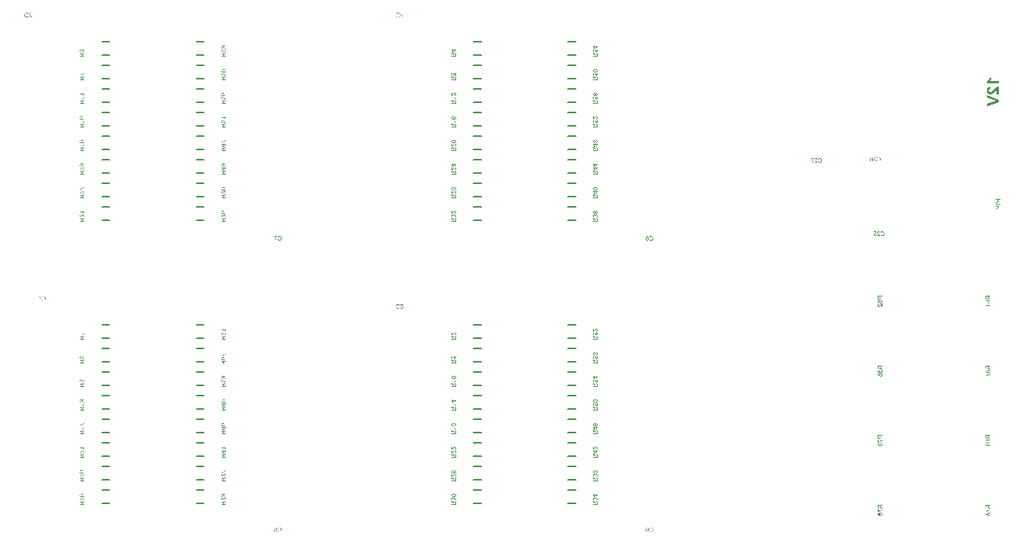
<source format=gbo>
%FSAX43Y43*%
%MOMM*%
G71*
G01*
G75*
G04 Layer_Color=32896*
%ADD10R,1.016X2.540*%
%ADD11R,0.900X0.800*%
%ADD12R,1.000X1.300*%
%ADD13R,3.100X2.400*%
%ADD14R,0.450X2.200*%
%ADD15R,0.800X0.900*%
%ADD16R,0.800X0.350*%
%ADD17R,2.540X1.016*%
%ADD18R,3.810X2.794*%
%ADD19R,11.000X4.000*%
%ADD20C,0.889*%
%ADD21C,0.254*%
%ADD22C,0.381*%
%ADD23C,0.635*%
%ADD24C,1.016*%
%ADD25C,1.270*%
%ADD26R,1.265X3.340*%
%ADD27R,4.445X2.667*%
%ADD28R,0.782X1.737*%
%ADD29R,3.937X3.429*%
%ADD30R,5.207X4.826*%
%ADD31R,5.080X5.207*%
%ADD32R,5.461X5.334*%
%ADD33R,5.080X5.334*%
%ADD34R,1.270X4.953*%
%ADD35R,2.413X4.699*%
%ADD36R,7.620X3.048*%
%ADD37R,2.286X4.699*%
%ADD38R,3.810X0.762*%
%ADD39R,9.652X2.413*%
%ADD40R,1.524X1.397*%
%ADD41R,2.540X1.778*%
%ADD42R,0.635X0.762*%
%ADD43R,2.540X1.016*%
%ADD44R,1.397X29.972*%
%ADD45R,1.473X29.972*%
%ADD46R,1.575X1.397*%
%ADD47R,2.591X1.778*%
%ADD48R,10.287X1.651*%
%ADD49R,2.257X2.180*%
%ADD50R,2.032X2.159*%
%ADD51R,2.032X2.032*%
%ADD52R,2.024X2.159*%
%ADD53R,3.810X2.540*%
%ADD54R,3.302X2.159*%
%ADD55R,1.143X1.074*%
%ADD56R,1.001X1.074*%
%ADD57R,1.143X1.074*%
%ADD58R,1.016X1.016*%
%ADD59R,1.172X0.820*%
%ADD60C,0.508*%
%ADD61C,1.500*%
%ADD62R,1.500X1.500*%
%ADD63C,1.524*%
%ADD64C,1.778*%
%ADD65C,1.600*%
%ADD66C,2.000*%
%ADD67R,2.000X2.000*%
%ADD68C,4.000*%
%ADD69R,1.524X1.524*%
%ADD70R,1.500X1.500*%
%ADD71C,1.016*%
%ADD72R,1.100X1.700*%
%ADD73C,0.254*%
%ADD74C,0.762*%
%ADD75R,0.615X0.740*%
%ADD76R,3.802X0.994*%
%ADD77R,4.796X3.925*%
%ADD78R,5.461X5.207*%
%ADD79R,5.461X4.953*%
%ADD80R,2.540X2.667*%
%ADD81R,3.048X3.175*%
%ADD82R,5.461X5.842*%
%ADD83R,2.286X2.286*%
%ADD84R,1.898X2.032*%
%ADD85R,1.898X2.215*%
%ADD86R,1.898X2.041*%
%ADD87R,1.898X2.024*%
%ADD88R,3.556X2.286*%
%ADD89R,1.270X1.270*%
%ADD90R,1.397X1.397*%
%ADD91C,0.127*%
%ADD92C,0.250*%
%ADD93C,0.200*%
%ADD94C,0.100*%
%ADD95R,1.219X2.743*%
%ADD96R,1.103X1.003*%
%ADD97R,1.203X1.503*%
%ADD98R,3.303X2.603*%
%ADD99R,0.653X2.403*%
%ADD100R,1.003X1.103*%
%ADD101R,1.003X0.553*%
%ADD102R,2.743X1.219*%
%ADD103R,4.013X2.997*%
%ADD104R,11.203X4.203*%
%ADD105C,0.711*%
%ADD106C,1.703*%
%ADD107R,1.703X1.703*%
%ADD108C,1.727*%
%ADD109C,1.981*%
%ADD110C,1.803*%
%ADD111C,2.203*%
%ADD112R,2.203X2.203*%
%ADD113C,4.203*%
%ADD114R,1.703X1.703*%
%ADD115C,1.219*%
%ADD116R,1.303X1.903*%
G36*
X0044888Y0064676D02*
X0044900Y0064684D01*
X0044910Y0064692D01*
X0044914Y0064696D01*
X0044917Y0064699D01*
X0044919Y0064700D01*
X0044920Y0064701D01*
X0044924Y0064705D01*
X0044927Y0064708D01*
X0044936Y0064718D01*
X0044947Y0064730D01*
X0044957Y0064741D01*
X0044967Y0064752D01*
X0044974Y0064761D01*
X0044977Y0064765D01*
X0044979Y0064768D01*
X0044981Y0064769D01*
X0044982Y0064770D01*
X0044992Y0064782D01*
X0045001Y0064792D01*
X0045010Y0064803D01*
X0045018Y0064811D01*
X0045026Y0064820D01*
X0045033Y0064827D01*
X0045039Y0064834D01*
X0045045Y0064840D01*
X0045051Y0064846D01*
X0045055Y0064850D01*
X0045062Y0064857D01*
X0045066Y0064860D01*
X0045068Y0064862D01*
X0045079Y0064871D01*
X0045090Y0064880D01*
X0045100Y0064887D01*
X0045109Y0064892D01*
X0045117Y0064897D01*
X0045122Y0064900D01*
X0045125Y0064901D01*
X0045127Y0064902D01*
X0045137Y0064906D01*
X0045148Y0064909D01*
X0045157Y0064912D01*
X0045166Y0064913D01*
X0045174Y0064914D01*
X0045180Y0064915D01*
X0045185D01*
X0045195Y0064914D01*
X0045206Y0064913D01*
X0045224Y0064908D01*
X0045240Y0064901D01*
X0045255Y0064894D01*
X0045266Y0064886D01*
X0045270Y0064883D01*
X0045275Y0064880D01*
X0045277Y0064877D01*
X0045280Y0064874D01*
X0045280Y0064874D01*
X0045281Y0064873D01*
X0045288Y0064865D01*
X0045295Y0064857D01*
X0045300Y0064848D01*
X0045304Y0064838D01*
X0045311Y0064820D01*
X0045315Y0064802D01*
X0045318Y0064794D01*
X0045318Y0064786D01*
X0045319Y0064780D01*
X0045320Y0064774D01*
X0045321Y0064768D01*
Y0064765D01*
Y0064762D01*
Y0064762D01*
X0045320Y0064749D01*
X0045319Y0064737D01*
X0045315Y0064715D01*
X0045312Y0064705D01*
X0045309Y0064696D01*
X0045306Y0064688D01*
X0045303Y0064680D01*
X0045299Y0064673D01*
X0045296Y0064668D01*
X0045292Y0064662D01*
X0045290Y0064658D01*
X0045288Y0064655D01*
X0045286Y0064653D01*
X0045285Y0064651D01*
X0045284Y0064650D01*
X0045277Y0064643D01*
X0045269Y0064637D01*
X0045252Y0064626D01*
X0045235Y0064618D01*
X0045218Y0064612D01*
X0045203Y0064607D01*
X0045197Y0064607D01*
X0045191Y0064605D01*
X0045186Y0064604D01*
X0045183Y0064604D01*
X0045180D01*
X0045173Y0064665D01*
X0045189Y0064667D01*
X0045203Y0064670D01*
X0045215Y0064673D01*
X0045226Y0064679D01*
X0045234Y0064683D01*
X0045240Y0064688D01*
X0045243Y0064691D01*
X0045244Y0064691D01*
X0045253Y0064702D01*
X0045260Y0064713D01*
X0045264Y0064725D01*
X0045268Y0064736D01*
X0045269Y0064745D01*
X0045270Y0064753D01*
X0045271Y0064756D01*
Y0064758D01*
Y0064759D01*
Y0064760D01*
X0045270Y0064775D01*
X0045267Y0064788D01*
X0045263Y0064800D01*
X0045259Y0064809D01*
X0045254Y0064817D01*
X0045250Y0064823D01*
X0045247Y0064826D01*
X0045246Y0064827D01*
X0045237Y0064836D01*
X0045226Y0064842D01*
X0045217Y0064846D01*
X0045207Y0064850D01*
X0045199Y0064851D01*
X0045192Y0064852D01*
X0045188Y0064853D01*
X0045186D01*
X0045174Y0064851D01*
X0045160Y0064849D01*
X0045148Y0064844D01*
X0045137Y0064839D01*
X0045128Y0064834D01*
X0045120Y0064829D01*
X0045117Y0064828D01*
X0045115Y0064826D01*
X0045114Y0064825D01*
X0045114D01*
X0045106Y0064819D01*
X0045098Y0064812D01*
X0045090Y0064805D01*
X0045082Y0064796D01*
X0045065Y0064778D01*
X0045048Y0064760D01*
X0045033Y0064744D01*
X0045027Y0064737D01*
X0045022Y0064730D01*
X0045016Y0064725D01*
X0045013Y0064721D01*
X0045011Y0064718D01*
X0045010Y0064717D01*
X0044995Y0064699D01*
X0044981Y0064683D01*
X0044968Y0064670D01*
X0044958Y0064659D01*
X0044949Y0064650D01*
X0044942Y0064644D01*
X0044938Y0064640D01*
X0044937Y0064639D01*
X0044936D01*
X0044924Y0064629D01*
X0044913Y0064622D01*
X0044902Y0064614D01*
X0044893Y0064609D01*
X0044884Y0064604D01*
X0044878Y0064602D01*
X0044873Y0064600D01*
X0044873Y0064599D01*
X0044872D01*
X0044864Y0064597D01*
X0044857Y0064595D01*
X0044850Y0064594D01*
X0044844Y0064593D01*
X0044839Y0064593D01*
X0044831D01*
Y0064915D01*
X0044888D01*
Y0064676D01*
D02*
G37*
G36*
X0044963Y0064479D02*
X0044977Y0064469D01*
X0044990Y0064460D01*
X0045001Y0064451D01*
X0045010Y0064443D01*
X0045018Y0064436D01*
X0045024Y0064431D01*
X0045027Y0064427D01*
X0045028Y0064426D01*
X0045033Y0064421D01*
X0045037Y0064414D01*
X0045045Y0064401D01*
X0045048Y0064396D01*
X0045051Y0064392D01*
X0045052Y0064389D01*
X0045053Y0064387D01*
X0045055Y0064400D01*
X0045057Y0064412D01*
X0045060Y0064423D01*
X0045064Y0064432D01*
X0045068Y0064442D01*
X0045071Y0064450D01*
X0045075Y0064458D01*
X0045079Y0064465D01*
X0045082Y0064471D01*
X0045085Y0064476D01*
X0045089Y0064481D01*
X0045091Y0064484D01*
X0045094Y0064487D01*
X0045096Y0064489D01*
X0045097Y0064490D01*
X0045104Y0064496D01*
X0045111Y0064501D01*
X0045126Y0064510D01*
X0045140Y0064516D01*
X0045154Y0064520D01*
X0045166Y0064523D01*
X0045171Y0064524D01*
X0045176D01*
X0045180Y0064524D01*
X0045185D01*
X0045200Y0064524D01*
X0045213Y0064521D01*
X0045226Y0064518D01*
X0045237Y0064514D01*
X0045246Y0064510D01*
X0045252Y0064507D01*
X0045257Y0064504D01*
X0045258Y0064504D01*
X0045270Y0064495D01*
X0045280Y0064487D01*
X0045288Y0064478D01*
X0045294Y0064469D01*
X0045299Y0064461D01*
X0045303Y0064455D01*
X0045304Y0064451D01*
X0045305Y0064450D01*
Y0064449D01*
X0045307Y0064443D01*
X0045309Y0064435D01*
X0045312Y0064420D01*
X0045315Y0064403D01*
X0045317Y0064388D01*
X0045318Y0064373D01*
Y0064367D01*
X0045318Y0064361D01*
Y0064357D01*
Y0064354D01*
Y0064352D01*
Y0064351D01*
Y0064135D01*
X0044831D01*
Y0064200D01*
X0045048D01*
Y0064274D01*
Y0064283D01*
X0045047Y0064290D01*
Y0064296D01*
X0045046Y0064301D01*
X0045045Y0064305D01*
Y0064308D01*
X0045045Y0064309D01*
Y0064310D01*
X0045041Y0064321D01*
X0045036Y0064330D01*
X0045034Y0064334D01*
X0045033Y0064337D01*
X0045032Y0064338D01*
X0045031Y0064339D01*
X0045028Y0064345D01*
X0045022Y0064350D01*
X0045012Y0064361D01*
X0045007Y0064365D01*
X0045002Y0064369D01*
X0044999Y0064371D01*
X0044999Y0064372D01*
X0044989Y0064379D01*
X0044979Y0064386D01*
X0044967Y0064395D01*
X0044956Y0064402D01*
X0044947Y0064409D01*
X0044939Y0064414D01*
X0044936Y0064415D01*
X0044934Y0064417D01*
X0044933Y0064418D01*
X0044932D01*
X0044831Y0064483D01*
Y0064564D01*
X0044963Y0064479D01*
D02*
G37*
G36*
X0084968D02*
X0084982Y0064469D01*
X0084995Y0064460D01*
X0085006Y0064451D01*
X0085015Y0064443D01*
X0085023Y0064436D01*
X0085029Y0064431D01*
X0085032Y0064427D01*
X0085033Y0064426D01*
X0085038Y0064421D01*
X0085042Y0064414D01*
X0085050Y0064401D01*
X0085053Y0064396D01*
X0085056Y0064392D01*
X0085057Y0064389D01*
X0085058Y0064387D01*
X0085060Y0064400D01*
X0085062Y0064412D01*
X0085065Y0064423D01*
X0085069Y0064432D01*
X0085073Y0064442D01*
X0085076Y0064450D01*
X0085080Y0064458D01*
X0085084Y0064465D01*
X0085087Y0064471D01*
X0085090Y0064476D01*
X0085094Y0064481D01*
X0085096Y0064484D01*
X0085099Y0064487D01*
X0085101Y0064489D01*
X0085102Y0064490D01*
X0085109Y0064496D01*
X0085116Y0064501D01*
X0085131Y0064510D01*
X0085145Y0064516D01*
X0085159Y0064520D01*
X0085171Y0064523D01*
X0085176Y0064524D01*
X0085181D01*
X0085185Y0064524D01*
X0085190D01*
X0085205Y0064524D01*
X0085218Y0064521D01*
X0085231Y0064518D01*
X0085242Y0064514D01*
X0085251Y0064510D01*
X0085257Y0064507D01*
X0085262Y0064504D01*
X0085263Y0064504D01*
X0085275Y0064495D01*
X0085285Y0064487D01*
X0085293Y0064478D01*
X0085299Y0064469D01*
X0085304Y0064461D01*
X0085308Y0064455D01*
X0085309Y0064451D01*
X0085310Y0064450D01*
Y0064449D01*
X0085312Y0064443D01*
X0085314Y0064435D01*
X0085317Y0064420D01*
X0085320Y0064403D01*
X0085322Y0064388D01*
X0085323Y0064373D01*
Y0064367D01*
X0085323Y0064361D01*
Y0064357D01*
Y0064354D01*
Y0064352D01*
Y0064351D01*
Y0064135D01*
X0084836D01*
Y0064200D01*
X0085053D01*
Y0064274D01*
Y0064283D01*
X0085052Y0064290D01*
Y0064296D01*
X0085051Y0064301D01*
X0085050Y0064305D01*
Y0064308D01*
X0085050Y0064309D01*
Y0064310D01*
X0085046Y0064321D01*
X0085041Y0064330D01*
X0085039Y0064334D01*
X0085038Y0064337D01*
X0085037Y0064338D01*
X0085036Y0064339D01*
X0085033Y0064345D01*
X0085027Y0064350D01*
X0085017Y0064361D01*
X0085012Y0064365D01*
X0085007Y0064369D01*
X0085004Y0064371D01*
X0085004Y0064372D01*
X0084994Y0064379D01*
X0084984Y0064386D01*
X0084972Y0064395D01*
X0084961Y0064402D01*
X0084952Y0064409D01*
X0084944Y0064414D01*
X0084941Y0064415D01*
X0084939Y0064417D01*
X0084938Y0064418D01*
X0084937D01*
X0084836Y0064483D01*
Y0064564D01*
X0084968Y0064479D01*
D02*
G37*
G36*
X0045117Y0065299D02*
X0045131Y0065297D01*
X0045144Y0065296D01*
X0045156Y0065295D01*
X0045167Y0065293D01*
X0045177Y0065291D01*
X0045186Y0065289D01*
X0045194Y0065287D01*
X0045202Y0065285D01*
X0045208Y0065284D01*
X0045212Y0065282D01*
X0045216Y0065281D01*
X0045219Y0065279D01*
X0045220Y0065279D01*
X0045221D01*
X0045238Y0065271D01*
X0045253Y0065261D01*
X0045265Y0065250D01*
X0045276Y0065241D01*
X0045284Y0065232D01*
X0045290Y0065225D01*
X0045292Y0065222D01*
X0045293Y0065220D01*
X0045295Y0065219D01*
Y0065219D01*
X0045303Y0065204D01*
X0045309Y0065188D01*
X0045314Y0065174D01*
X0045318Y0065161D01*
X0045319Y0065149D01*
X0045320Y0065144D01*
Y0065140D01*
X0045321Y0065136D01*
Y0065134D01*
Y0065133D01*
Y0065132D01*
X0045320Y0065120D01*
X0045318Y0065108D01*
X0045316Y0065097D01*
X0045314Y0065087D01*
X0045306Y0065068D01*
X0045302Y0065060D01*
X0045298Y0065052D01*
X0045294Y0065045D01*
X0045289Y0065039D01*
X0045286Y0065034D01*
X0045283Y0065030D01*
X0045280Y0065026D01*
X0045277Y0065024D01*
X0045276Y0065023D01*
X0045275Y0065022D01*
X0045266Y0065015D01*
X0045257Y0065008D01*
X0045248Y0065002D01*
X0045237Y0064998D01*
X0045228Y0064993D01*
X0045217Y0064989D01*
X0045199Y0064984D01*
X0045190Y0064983D01*
X0045182Y0064981D01*
X0045174Y0064981D01*
X0045168Y0064980D01*
X0045163Y0064979D01*
X0045156D01*
X0045143Y0064980D01*
X0045130Y0064981D01*
X0045119Y0064983D01*
X0045108Y0064986D01*
X0045097Y0064989D01*
X0045088Y0064992D01*
X0045079Y0064996D01*
X0045071Y0065000D01*
X0045064Y0065004D01*
X0045058Y0065007D01*
X0045053Y0065011D01*
X0045048Y0065014D01*
X0045045Y0065017D01*
X0045042Y0065019D01*
X0045041Y0065020D01*
X0045040Y0065021D01*
X0045033Y0065029D01*
X0045026Y0065037D01*
X0045020Y0065046D01*
X0045015Y0065054D01*
X0045010Y0065063D01*
X0045007Y0065071D01*
X0045002Y0065087D01*
X0044999Y0065101D01*
X0044998Y0065107D01*
X0044997Y0065113D01*
X0044996Y0065117D01*
Y0065120D01*
Y0065122D01*
Y0065123D01*
X0044997Y0065136D01*
X0044999Y0065149D01*
X0045002Y0065160D01*
X0045005Y0065170D01*
X0045008Y0065178D01*
X0045010Y0065184D01*
X0045013Y0065188D01*
X0045013Y0065190D01*
X0045021Y0065201D01*
X0045028Y0065210D01*
X0045036Y0065219D01*
X0045044Y0065226D01*
X0045050Y0065232D01*
X0045056Y0065236D01*
X0045059Y0065239D01*
X0045060Y0065239D01*
X0045034D01*
X0045021Y0065238D01*
X0045009Y0065236D01*
X0044998Y0065235D01*
X0044988Y0065233D01*
X0044981Y0065232D01*
X0044979Y0065231D01*
X0044976D01*
X0044976Y0065230D01*
X0044975D01*
X0044962Y0065227D01*
X0044951Y0065223D01*
X0044942Y0065219D01*
X0044933Y0065216D01*
X0044927Y0065213D01*
X0044921Y0065210D01*
X0044919Y0065209D01*
X0044918Y0065208D01*
X0044910Y0065203D01*
X0044904Y0065197D01*
X0044898Y0065192D01*
X0044893Y0065186D01*
X0044890Y0065182D01*
X0044887Y0065178D01*
X0044885Y0065175D01*
X0044884Y0065174D01*
X0044880Y0065166D01*
X0044877Y0065158D01*
X0044875Y0065150D01*
X0044873Y0065142D01*
X0044873Y0065136D01*
X0044872Y0065130D01*
Y0065127D01*
Y0065126D01*
X0044873Y0065114D01*
X0044875Y0065104D01*
X0044878Y0065095D01*
X0044881Y0065087D01*
X0044884Y0065081D01*
X0044887Y0065076D01*
X0044889Y0065073D01*
X0044890Y0065072D01*
X0044897Y0065065D01*
X0044907Y0065059D01*
X0044916Y0065055D01*
X0044926Y0065051D01*
X0044934Y0065048D01*
X0044942Y0065047D01*
X0044944Y0065046D01*
X0044947Y0065045D01*
X0044948D01*
X0044944Y0064988D01*
X0044923Y0064992D01*
X0044905Y0064998D01*
X0044890Y0065004D01*
X0044877Y0065012D01*
X0044867Y0065019D01*
X0044860Y0065025D01*
X0044855Y0065029D01*
X0044855Y0065030D01*
X0044854Y0065031D01*
X0044844Y0065046D01*
X0044836Y0065061D01*
X0044830Y0065076D01*
X0044827Y0065091D01*
X0044824Y0065104D01*
X0044824Y0065110D01*
Y0065115D01*
X0044823Y0065119D01*
Y0065122D01*
Y0065124D01*
Y0065124D01*
X0044824Y0065144D01*
X0044827Y0065162D01*
X0044832Y0065178D01*
X0044837Y0065192D01*
X0044842Y0065203D01*
X0044844Y0065207D01*
X0044847Y0065211D01*
X0044849Y0065215D01*
X0044850Y0065217D01*
X0044851Y0065218D01*
Y0065219D01*
X0044863Y0065233D01*
X0044876Y0065245D01*
X0044890Y0065255D01*
X0044904Y0065264D01*
X0044916Y0065271D01*
X0044921Y0065273D01*
X0044927Y0065275D01*
X0044930Y0065276D01*
X0044933Y0065278D01*
X0044935Y0065279D01*
X0044936D01*
X0044947Y0065282D01*
X0044958Y0065285D01*
X0044982Y0065291D01*
X0045008Y0065294D01*
X0045031Y0065297D01*
X0045042Y0065298D01*
X0045052Y0065299D01*
X0045062D01*
X0045069Y0065299D01*
X0045101D01*
X0045117Y0065299D01*
D02*
G37*
G36*
X0084992Y0098319D02*
X0085007Y0098316D01*
X0085020Y0098312D01*
X0085031Y0098308D01*
X0085041Y0098303D01*
X0085047Y0098299D01*
X0085052Y0098296D01*
X0085053Y0098296D01*
X0085064Y0098286D01*
X0085075Y0098275D01*
X0085083Y0098264D01*
X0085090Y0098253D01*
X0085094Y0098243D01*
X0085098Y0098235D01*
X0085099Y0098232D01*
X0085100Y0098230D01*
X0085101Y0098228D01*
Y0098227D01*
X0085106Y0098240D01*
X0085113Y0098251D01*
X0085119Y0098261D01*
X0085125Y0098268D01*
X0085130Y0098274D01*
X0085135Y0098279D01*
X0085138Y0098281D01*
X0085139Y0098282D01*
X0085148Y0098288D01*
X0085159Y0098292D01*
X0085168Y0098295D01*
X0085178Y0098297D01*
X0085186Y0098299D01*
X0085192Y0098299D01*
X0085198D01*
X0085208Y0098299D01*
X0085217Y0098298D01*
X0085234Y0098293D01*
X0085250Y0098287D01*
X0085263Y0098280D01*
X0085274Y0098273D01*
X0085278Y0098269D01*
X0085282Y0098266D01*
X0085285Y0098264D01*
X0085287Y0098262D01*
X0085288Y0098261D01*
X0085288Y0098260D01*
X0085295Y0098253D01*
X0085301Y0098245D01*
X0085305Y0098236D01*
X0085310Y0098227D01*
X0085317Y0098210D01*
X0085321Y0098194D01*
X0085323Y0098179D01*
X0085325Y0098173D01*
Y0098167D01*
X0085326Y0098163D01*
Y0098160D01*
Y0098158D01*
Y0098157D01*
X0085325Y0098145D01*
X0085324Y0098135D01*
X0085320Y0098115D01*
X0085314Y0098097D01*
X0085308Y0098083D01*
X0085304Y0098076D01*
X0085301Y0098071D01*
X0085297Y0098067D01*
X0085295Y0098062D01*
X0085293Y0098059D01*
X0085291Y0098057D01*
X0085290Y0098056D01*
X0085289Y0098055D01*
X0085282Y0098049D01*
X0085275Y0098043D01*
X0085268Y0098038D01*
X0085259Y0098034D01*
X0085245Y0098026D01*
X0085231Y0098022D01*
X0085218Y0098020D01*
X0085213Y0098019D01*
X0085208Y0098018D01*
X0085205Y0098018D01*
X0085199D01*
X0085187Y0098018D01*
X0085176Y0098021D01*
X0085165Y0098024D01*
X0085156Y0098026D01*
X0085149Y0098029D01*
X0085144Y0098032D01*
X0085141Y0098035D01*
X0085139Y0098035D01*
X0085130Y0098043D01*
X0085123Y0098052D01*
X0085116Y0098061D01*
X0085110Y0098070D01*
X0085107Y0098078D01*
X0085103Y0098085D01*
X0085102Y0098090D01*
X0085101Y0098090D01*
Y0098091D01*
X0085096Y0098075D01*
X0085089Y0098061D01*
X0085081Y0098049D01*
X0085074Y0098040D01*
X0085067Y0098032D01*
X0085061Y0098026D01*
X0085058Y0098024D01*
X0085057Y0098022D01*
X0085056D01*
X0085044Y0098014D01*
X0085030Y0098009D01*
X0085017Y0098004D01*
X0085004Y0098001D01*
X0084994Y0098000D01*
X0084989Y0097999D01*
X0084985D01*
X0084981Y0097998D01*
X0084977D01*
X0084965Y0097999D01*
X0084954Y0098001D01*
X0084944Y0098002D01*
X0084933Y0098005D01*
X0084915Y0098012D01*
X0084907Y0098016D01*
X0084900Y0098021D01*
X0084893Y0098024D01*
X0084887Y0098028D01*
X0084882Y0098032D01*
X0084878Y0098035D01*
X0084875Y0098038D01*
X0084872Y0098040D01*
X0084871Y0098041D01*
X0084870Y0098042D01*
X0084863Y0098051D01*
X0084856Y0098060D01*
X0084851Y0098069D01*
X0084846Y0098079D01*
X0084842Y0098089D01*
X0084838Y0098098D01*
X0084833Y0098117D01*
X0084832Y0098126D01*
X0084830Y0098133D01*
X0084829Y0098141D01*
X0084829Y0098147D01*
X0084828Y0098152D01*
Y0098156D01*
Y0098158D01*
Y0098158D01*
X0084829Y0098172D01*
X0084829Y0098184D01*
X0084832Y0098196D01*
X0084835Y0098207D01*
X0084837Y0098217D01*
X0084841Y0098227D01*
X0084845Y0098236D01*
X0084849Y0098244D01*
X0084853Y0098251D01*
X0084857Y0098257D01*
X0084860Y0098262D01*
X0084863Y0098267D01*
X0084866Y0098270D01*
X0084869Y0098273D01*
X0084869Y0098274D01*
X0084870Y0098275D01*
X0084878Y0098283D01*
X0084886Y0098290D01*
X0084895Y0098296D01*
X0084904Y0098301D01*
X0084913Y0098305D01*
X0084922Y0098308D01*
X0084938Y0098314D01*
X0084953Y0098317D01*
X0084960Y0098318D01*
X0084965Y0098319D01*
X0084969Y0098319D01*
X0084975D01*
X0084992Y0098319D01*
D02*
G37*
G36*
X0045312Y0098003D02*
X0045255D01*
Y0098242D01*
X0045234Y0098225D01*
X0045213Y0098209D01*
X0045191Y0098194D01*
X0045171Y0098181D01*
X0045162Y0098176D01*
X0045154Y0098170D01*
X0045146Y0098166D01*
X0045140Y0098162D01*
X0045134Y0098159D01*
X0045131Y0098157D01*
X0045128Y0098156D01*
X0045127Y0098155D01*
X0045099Y0098141D01*
X0045071Y0098128D01*
X0045044Y0098118D01*
X0045031Y0098113D01*
X0045020Y0098109D01*
X0045009Y0098105D01*
X0044999Y0098102D01*
X0044991Y0098099D01*
X0044984Y0098097D01*
X0044978Y0098095D01*
X0044973Y0098094D01*
X0044970Y0098093D01*
X0044970D01*
X0044940Y0098086D01*
X0044927Y0098083D01*
X0044913Y0098081D01*
X0044901Y0098078D01*
X0044890Y0098077D01*
X0044879Y0098075D01*
X0044870Y0098074D01*
X0044861Y0098073D01*
X0044853Y0098072D01*
X0044847Y0098072D01*
X0044841D01*
X0044837Y0098071D01*
X0044831D01*
Y0098133D01*
X0044858Y0098135D01*
X0044883Y0098138D01*
X0044905Y0098141D01*
X0044916Y0098144D01*
X0044925Y0098145D01*
X0044933Y0098147D01*
X0044942Y0098149D01*
X0044948Y0098150D01*
X0044954Y0098152D01*
X0044959Y0098153D01*
X0044962Y0098154D01*
X0044964Y0098155D01*
X0044965D01*
X0044997Y0098165D01*
X0045028Y0098176D01*
X0045042Y0098182D01*
X0045056Y0098188D01*
X0045070Y0098194D01*
X0045082Y0098199D01*
X0045093Y0098204D01*
X0045103Y0098210D01*
X0045112Y0098214D01*
X0045120Y0098218D01*
X0045125Y0098221D01*
X0045130Y0098223D01*
X0045133Y0098225D01*
X0045134Y0098225D01*
X0045148Y0098234D01*
X0045163Y0098242D01*
X0045177Y0098251D01*
X0045189Y0098259D01*
X0045201Y0098267D01*
X0045211Y0098275D01*
X0045222Y0098282D01*
X0045231Y0098289D01*
X0045238Y0098295D01*
X0045246Y0098301D01*
X0045252Y0098306D01*
X0045257Y0098310D01*
X0045260Y0098313D01*
X0045263Y0098316D01*
X0045265Y0098317D01*
X0045266Y0098318D01*
X0045312D01*
Y0098003D01*
D02*
G37*
G36*
X0044888Y0097696D02*
X0044900Y0097704D01*
X0044910Y0097712D01*
X0044914Y0097716D01*
X0044917Y0097719D01*
X0044919Y0097720D01*
X0044920Y0097721D01*
X0044924Y0097725D01*
X0044927Y0097728D01*
X0044936Y0097738D01*
X0044947Y0097750D01*
X0044957Y0097761D01*
X0044967Y0097772D01*
X0044974Y0097781D01*
X0044977Y0097785D01*
X0044979Y0097788D01*
X0044981Y0097789D01*
X0044982Y0097790D01*
X0044992Y0097802D01*
X0045001Y0097812D01*
X0045010Y0097823D01*
X0045018Y0097831D01*
X0045026Y0097840D01*
X0045033Y0097847D01*
X0045039Y0097854D01*
X0045045Y0097860D01*
X0045051Y0097866D01*
X0045055Y0097870D01*
X0045062Y0097877D01*
X0045066Y0097880D01*
X0045068Y0097882D01*
X0045079Y0097891D01*
X0045090Y0097900D01*
X0045100Y0097907D01*
X0045109Y0097912D01*
X0045117Y0097917D01*
X0045122Y0097920D01*
X0045125Y0097921D01*
X0045127Y0097922D01*
X0045137Y0097926D01*
X0045148Y0097929D01*
X0045157Y0097932D01*
X0045166Y0097933D01*
X0045174Y0097934D01*
X0045180Y0097935D01*
X0045185D01*
X0045195Y0097934D01*
X0045206Y0097933D01*
X0045224Y0097928D01*
X0045240Y0097921D01*
X0045255Y0097914D01*
X0045266Y0097906D01*
X0045270Y0097903D01*
X0045275Y0097900D01*
X0045277Y0097897D01*
X0045280Y0097894D01*
X0045280Y0097894D01*
X0045281Y0097893D01*
X0045288Y0097885D01*
X0045295Y0097877D01*
X0045300Y0097868D01*
X0045304Y0097858D01*
X0045311Y0097840D01*
X0045315Y0097822D01*
X0045318Y0097814D01*
X0045318Y0097806D01*
X0045319Y0097800D01*
X0045320Y0097794D01*
X0045321Y0097788D01*
Y0097785D01*
Y0097782D01*
Y0097782D01*
X0045320Y0097769D01*
X0045319Y0097757D01*
X0045315Y0097735D01*
X0045312Y0097725D01*
X0045309Y0097716D01*
X0045306Y0097708D01*
X0045303Y0097700D01*
X0045299Y0097693D01*
X0045296Y0097688D01*
X0045292Y0097682D01*
X0045290Y0097678D01*
X0045288Y0097675D01*
X0045286Y0097673D01*
X0045285Y0097671D01*
X0045284Y0097670D01*
X0045277Y0097663D01*
X0045269Y0097657D01*
X0045252Y0097646D01*
X0045235Y0097638D01*
X0045218Y0097632D01*
X0045203Y0097627D01*
X0045197Y0097627D01*
X0045191Y0097625D01*
X0045186Y0097624D01*
X0045183Y0097624D01*
X0045180D01*
X0045173Y0097685D01*
X0045189Y0097687D01*
X0045203Y0097690D01*
X0045215Y0097693D01*
X0045226Y0097699D01*
X0045234Y0097703D01*
X0045240Y0097708D01*
X0045243Y0097711D01*
X0045244Y0097711D01*
X0045253Y0097722D01*
X0045260Y0097733D01*
X0045264Y0097745D01*
X0045268Y0097756D01*
X0045269Y0097765D01*
X0045270Y0097773D01*
X0045271Y0097776D01*
Y0097778D01*
Y0097779D01*
Y0097780D01*
X0045270Y0097795D01*
X0045267Y0097808D01*
X0045263Y0097820D01*
X0045259Y0097829D01*
X0045254Y0097837D01*
X0045250Y0097843D01*
X0045247Y0097845D01*
X0045246Y0097847D01*
X0045237Y0097856D01*
X0045226Y0097862D01*
X0045217Y0097866D01*
X0045207Y0097870D01*
X0045199Y0097871D01*
X0045192Y0097872D01*
X0045188Y0097873D01*
X0045186D01*
X0045174Y0097871D01*
X0045160Y0097868D01*
X0045148Y0097864D01*
X0045137Y0097859D01*
X0045128Y0097854D01*
X0045120Y0097849D01*
X0045117Y0097848D01*
X0045115Y0097846D01*
X0045114Y0097845D01*
X0045114D01*
X0045106Y0097839D01*
X0045098Y0097832D01*
X0045090Y0097825D01*
X0045082Y0097816D01*
X0045065Y0097798D01*
X0045048Y0097780D01*
X0045033Y0097764D01*
X0045027Y0097757D01*
X0045022Y0097750D01*
X0045016Y0097745D01*
X0045013Y0097741D01*
X0045011Y0097738D01*
X0045010Y0097737D01*
X0044995Y0097719D01*
X0044981Y0097703D01*
X0044968Y0097690D01*
X0044958Y0097679D01*
X0044949Y0097670D01*
X0044942Y0097664D01*
X0044938Y0097660D01*
X0044937Y0097659D01*
X0044936D01*
X0044924Y0097649D01*
X0044913Y0097642D01*
X0044902Y0097634D01*
X0044893Y0097629D01*
X0044884Y0097624D01*
X0044878Y0097622D01*
X0044873Y0097620D01*
X0044873Y0097619D01*
X0044872D01*
X0044864Y0097617D01*
X0044857Y0097615D01*
X0044850Y0097614D01*
X0044844Y0097613D01*
X0044839Y0097613D01*
X0044831D01*
Y0097935D01*
X0044888D01*
Y0097696D01*
D02*
G37*
G36*
X0084893D02*
X0084905Y0097704D01*
X0084915Y0097712D01*
X0084919Y0097716D01*
X0084922Y0097719D01*
X0084924Y0097720D01*
X0084925Y0097721D01*
X0084929Y0097725D01*
X0084932Y0097728D01*
X0084941Y0097738D01*
X0084952Y0097750D01*
X0084962Y0097761D01*
X0084972Y0097772D01*
X0084979Y0097781D01*
X0084982Y0097785D01*
X0084984Y0097788D01*
X0084986Y0097789D01*
X0084987Y0097790D01*
X0084997Y0097802D01*
X0085006Y0097812D01*
X0085015Y0097823D01*
X0085023Y0097831D01*
X0085031Y0097840D01*
X0085038Y0097847D01*
X0085044Y0097854D01*
X0085050Y0097860D01*
X0085056Y0097866D01*
X0085060Y0097870D01*
X0085067Y0097877D01*
X0085071Y0097880D01*
X0085073Y0097882D01*
X0085084Y0097891D01*
X0085095Y0097900D01*
X0085105Y0097907D01*
X0085114Y0097912D01*
X0085122Y0097917D01*
X0085127Y0097920D01*
X0085130Y0097921D01*
X0085132Y0097922D01*
X0085142Y0097926D01*
X0085153Y0097929D01*
X0085162Y0097932D01*
X0085171Y0097933D01*
X0085179Y0097934D01*
X0085185Y0097935D01*
X0085190D01*
X0085200Y0097934D01*
X0085211Y0097933D01*
X0085229Y0097928D01*
X0085245Y0097921D01*
X0085259Y0097914D01*
X0085271Y0097906D01*
X0085275Y0097903D01*
X0085280Y0097900D01*
X0085282Y0097897D01*
X0085285Y0097894D01*
X0085285Y0097894D01*
X0085286Y0097893D01*
X0085293Y0097885D01*
X0085300Y0097877D01*
X0085305Y0097868D01*
X0085309Y0097858D01*
X0085316Y0097840D01*
X0085320Y0097822D01*
X0085323Y0097814D01*
X0085323Y0097806D01*
X0085324Y0097800D01*
X0085325Y0097794D01*
X0085326Y0097788D01*
Y0097785D01*
Y0097782D01*
Y0097782D01*
X0085325Y0097769D01*
X0085324Y0097757D01*
X0085320Y0097735D01*
X0085317Y0097725D01*
X0085314Y0097716D01*
X0085311Y0097708D01*
X0085308Y0097700D01*
X0085304Y0097693D01*
X0085301Y0097688D01*
X0085297Y0097682D01*
X0085295Y0097678D01*
X0085293Y0097675D01*
X0085291Y0097673D01*
X0085290Y0097671D01*
X0085289Y0097670D01*
X0085282Y0097663D01*
X0085274Y0097657D01*
X0085257Y0097646D01*
X0085240Y0097638D01*
X0085223Y0097632D01*
X0085208Y0097627D01*
X0085202Y0097627D01*
X0085196Y0097625D01*
X0085191Y0097624D01*
X0085188Y0097624D01*
X0085185D01*
X0085178Y0097685D01*
X0085194Y0097687D01*
X0085208Y0097690D01*
X0085220Y0097693D01*
X0085231Y0097699D01*
X0085239Y0097703D01*
X0085245Y0097708D01*
X0085248Y0097711D01*
X0085249Y0097711D01*
X0085258Y0097722D01*
X0085265Y0097733D01*
X0085269Y0097745D01*
X0085273Y0097756D01*
X0085274Y0097765D01*
X0085275Y0097773D01*
X0085276Y0097776D01*
Y0097778D01*
Y0097779D01*
Y0097780D01*
X0085275Y0097795D01*
X0085272Y0097808D01*
X0085268Y0097820D01*
X0085264Y0097829D01*
X0085259Y0097837D01*
X0085255Y0097843D01*
X0085252Y0097845D01*
X0085251Y0097847D01*
X0085242Y0097856D01*
X0085231Y0097862D01*
X0085222Y0097866D01*
X0085212Y0097870D01*
X0085204Y0097871D01*
X0085197Y0097872D01*
X0085193Y0097873D01*
X0085191D01*
X0085179Y0097871D01*
X0085165Y0097868D01*
X0085153Y0097864D01*
X0085142Y0097859D01*
X0085133Y0097854D01*
X0085125Y0097849D01*
X0085122Y0097848D01*
X0085120Y0097846D01*
X0085119Y0097845D01*
X0085119D01*
X0085111Y0097839D01*
X0085103Y0097832D01*
X0085095Y0097825D01*
X0085087Y0097816D01*
X0085070Y0097798D01*
X0085053Y0097780D01*
X0085038Y0097764D01*
X0085032Y0097757D01*
X0085027Y0097750D01*
X0085021Y0097745D01*
X0085018Y0097741D01*
X0085016Y0097738D01*
X0085015Y0097737D01*
X0085000Y0097719D01*
X0084986Y0097703D01*
X0084973Y0097690D01*
X0084963Y0097679D01*
X0084954Y0097670D01*
X0084947Y0097664D01*
X0084943Y0097660D01*
X0084942Y0097659D01*
X0084941D01*
X0084929Y0097649D01*
X0084918Y0097642D01*
X0084907Y0097634D01*
X0084898Y0097629D01*
X0084889Y0097624D01*
X0084883Y0097622D01*
X0084878Y0097620D01*
X0084878Y0097619D01*
X0084877D01*
X0084869Y0097617D01*
X0084862Y0097615D01*
X0084855Y0097614D01*
X0084849Y0097613D01*
X0084844Y0097613D01*
X0084836D01*
Y0097935D01*
X0084893D01*
Y0097696D01*
D02*
G37*
G36*
X0084968Y0097499D02*
X0084982Y0097490D01*
X0084995Y0097480D01*
X0085006Y0097471D01*
X0085015Y0097463D01*
X0085023Y0097456D01*
X0085029Y0097451D01*
X0085032Y0097447D01*
X0085033Y0097446D01*
X0085038Y0097441D01*
X0085042Y0097434D01*
X0085050Y0097421D01*
X0085053Y0097416D01*
X0085056Y0097412D01*
X0085057Y0097409D01*
X0085058Y0097407D01*
X0085060Y0097420D01*
X0085062Y0097432D01*
X0085065Y0097443D01*
X0085069Y0097452D01*
X0085073Y0097462D01*
X0085076Y0097470D01*
X0085080Y0097478D01*
X0085084Y0097485D01*
X0085087Y0097491D01*
X0085090Y0097496D01*
X0085094Y0097501D01*
X0085096Y0097504D01*
X0085099Y0097507D01*
X0085101Y0097509D01*
X0085102Y0097510D01*
X0085109Y0097516D01*
X0085116Y0097521D01*
X0085131Y0097530D01*
X0085145Y0097536D01*
X0085159Y0097540D01*
X0085171Y0097543D01*
X0085176Y0097544D01*
X0085181D01*
X0085185Y0097544D01*
X0085190D01*
X0085205Y0097544D01*
X0085218Y0097541D01*
X0085231Y0097538D01*
X0085242Y0097534D01*
X0085251Y0097530D01*
X0085257Y0097527D01*
X0085262Y0097524D01*
X0085263Y0097524D01*
X0085275Y0097515D01*
X0085285Y0097507D01*
X0085293Y0097498D01*
X0085299Y0097489D01*
X0085304Y0097481D01*
X0085308Y0097475D01*
X0085309Y0097471D01*
X0085310Y0097470D01*
Y0097469D01*
X0085312Y0097463D01*
X0085314Y0097455D01*
X0085317Y0097440D01*
X0085320Y0097423D01*
X0085322Y0097408D01*
X0085323Y0097393D01*
Y0097387D01*
X0085323Y0097381D01*
Y0097377D01*
Y0097374D01*
Y0097372D01*
Y0097371D01*
Y0097155D01*
X0084836D01*
Y0097220D01*
X0085053D01*
Y0097294D01*
Y0097303D01*
X0085052Y0097310D01*
Y0097316D01*
X0085051Y0097321D01*
X0085050Y0097325D01*
Y0097328D01*
X0085050Y0097329D01*
Y0097330D01*
X0085046Y0097341D01*
X0085041Y0097350D01*
X0085039Y0097354D01*
X0085038Y0097357D01*
X0085037Y0097358D01*
X0085036Y0097359D01*
X0085033Y0097365D01*
X0085027Y0097370D01*
X0085017Y0097381D01*
X0085012Y0097385D01*
X0085007Y0097389D01*
X0085004Y0097391D01*
X0085004Y0097392D01*
X0084994Y0097399D01*
X0084984Y0097406D01*
X0084972Y0097415D01*
X0084961Y0097422D01*
X0084952Y0097429D01*
X0084944Y0097434D01*
X0084941Y0097435D01*
X0084939Y0097437D01*
X0084938Y0097438D01*
X0084937D01*
X0084836Y0097503D01*
Y0097584D01*
X0084968Y0097499D01*
D02*
G37*
G36*
X0084997Y0095399D02*
X0085013Y0095396D01*
X0085026Y0095392D01*
X0085037Y0095388D01*
X0085046Y0095383D01*
X0085053Y0095379D01*
X0085057Y0095376D01*
X0085059Y0095375D01*
X0085070Y0095366D01*
X0085079Y0095354D01*
X0085086Y0095343D01*
X0085091Y0095333D01*
X0085096Y0095323D01*
X0085098Y0095316D01*
X0085099Y0095313D01*
Y0095311D01*
X0085100Y0095309D01*
Y0095308D01*
X0085106Y0095320D01*
X0085113Y0095331D01*
X0085120Y0095339D01*
X0085127Y0095346D01*
X0085133Y0095351D01*
X0085137Y0095356D01*
X0085140Y0095358D01*
X0085142Y0095359D01*
X0085151Y0095365D01*
X0085162Y0095369D01*
X0085171Y0095372D01*
X0085180Y0095374D01*
X0085188Y0095375D01*
X0085193Y0095376D01*
X0085199D01*
X0085211Y0095375D01*
X0085222Y0095373D01*
X0085233Y0095370D01*
X0085242Y0095367D01*
X0085250Y0095364D01*
X0085256Y0095361D01*
X0085259Y0095359D01*
X0085261Y0095358D01*
X0085271Y0095351D01*
X0085281Y0095343D01*
X0085289Y0095334D01*
X0085296Y0095326D01*
X0085301Y0095318D01*
X0085305Y0095312D01*
X0085307Y0095308D01*
X0085308Y0095307D01*
Y0095306D01*
X0085314Y0095294D01*
X0085318Y0095281D01*
X0085321Y0095268D01*
X0085323Y0095257D01*
X0085325Y0095248D01*
X0085326Y0095240D01*
Y0095237D01*
Y0095235D01*
Y0095234D01*
Y0095234D01*
Y0095223D01*
X0085324Y0095213D01*
X0085320Y0095194D01*
X0085315Y0095177D01*
X0085309Y0095163D01*
X0085303Y0095152D01*
X0085300Y0095148D01*
X0085297Y0095144D01*
X0085295Y0095140D01*
X0085294Y0095138D01*
X0085293Y0095137D01*
X0085292Y0095136D01*
X0085279Y0095123D01*
X0085264Y0095113D01*
X0085248Y0095104D01*
X0085234Y0095098D01*
X0085220Y0095093D01*
X0085214Y0095091D01*
X0085209Y0095090D01*
X0085205Y0095089D01*
X0085202Y0095088D01*
X0085200Y0095087D01*
X0085199D01*
X0085189Y0095148D01*
X0085205Y0095150D01*
X0085218Y0095155D01*
X0085229Y0095159D01*
X0085238Y0095165D01*
X0085245Y0095169D01*
X0085251Y0095173D01*
X0085254Y0095176D01*
X0085254Y0095176D01*
X0085262Y0095186D01*
X0085267Y0095196D01*
X0085271Y0095205D01*
X0085274Y0095215D01*
X0085275Y0095222D01*
X0085277Y0095229D01*
Y0095234D01*
Y0095234D01*
Y0095235D01*
X0085276Y0095248D01*
X0085273Y0095259D01*
X0085270Y0095268D01*
X0085265Y0095277D01*
X0085262Y0095283D01*
X0085258Y0095288D01*
X0085255Y0095291D01*
X0085254Y0095292D01*
X0085246Y0095300D01*
X0085237Y0095305D01*
X0085228Y0095309D01*
X0085219Y0095311D01*
X0085211Y0095313D01*
X0085205Y0095314D01*
X0085200D01*
X0085185Y0095313D01*
X0085173Y0095309D01*
X0085162Y0095305D01*
X0085154Y0095299D01*
X0085148Y0095293D01*
X0085142Y0095288D01*
X0085139Y0095285D01*
X0085139Y0095283D01*
X0085132Y0095271D01*
X0085127Y0095260D01*
X0085124Y0095248D01*
X0085122Y0095238D01*
X0085120Y0095228D01*
X0085119Y0095222D01*
Y0095219D01*
Y0095216D01*
Y0095216D01*
Y0095215D01*
Y0095212D01*
X0085120Y0095209D01*
Y0095206D01*
Y0095205D01*
X0085067Y0095199D01*
X0085070Y0095208D01*
X0085071Y0095216D01*
X0085072Y0095223D01*
X0085073Y0095229D01*
X0085073Y0095234D01*
Y0095238D01*
Y0095240D01*
Y0095241D01*
X0085072Y0095256D01*
X0085069Y0095268D01*
X0085065Y0095280D01*
X0085060Y0095290D01*
X0085055Y0095298D01*
X0085051Y0095304D01*
X0085048Y0095307D01*
X0085047Y0095308D01*
X0085036Y0095317D01*
X0085025Y0095324D01*
X0085013Y0095329D01*
X0085003Y0095332D01*
X0084993Y0095334D01*
X0084986Y0095335D01*
X0084983Y0095336D01*
X0084979D01*
X0084964Y0095334D01*
X0084949Y0095331D01*
X0084937Y0095327D01*
X0084926Y0095322D01*
X0084918Y0095316D01*
X0084912Y0095311D01*
X0084908Y0095308D01*
X0084906Y0095307D01*
X0084897Y0095296D01*
X0084889Y0095284D01*
X0084885Y0095272D01*
X0084881Y0095260D01*
X0084879Y0095251D01*
X0084878Y0095243D01*
X0084878Y0095240D01*
Y0095238D01*
Y0095237D01*
Y0095236D01*
X0084878Y0095223D01*
X0084881Y0095211D01*
X0084885Y0095201D01*
X0084889Y0095193D01*
X0084893Y0095185D01*
X0084896Y0095180D01*
X0084899Y0095177D01*
X0084900Y0095176D01*
X0084909Y0095168D01*
X0084921Y0095160D01*
X0084933Y0095154D01*
X0084945Y0095150D01*
X0084956Y0095146D01*
X0084965Y0095144D01*
X0084968Y0095142D01*
X0084971D01*
X0084972Y0095142D01*
X0084973D01*
X0084965Y0095082D01*
X0084954Y0095083D01*
X0084944Y0095085D01*
X0084924Y0095092D01*
X0084907Y0095099D01*
X0084892Y0095108D01*
X0084886Y0095112D01*
X0084881Y0095116D01*
X0084877Y0095120D01*
X0084872Y0095123D01*
X0084869Y0095126D01*
X0084867Y0095128D01*
X0084866Y0095129D01*
X0084866Y0095130D01*
X0084859Y0095138D01*
X0084853Y0095147D01*
X0084848Y0095155D01*
X0084844Y0095164D01*
X0084837Y0095182D01*
X0084832Y0095199D01*
X0084831Y0095206D01*
X0084830Y0095214D01*
X0084829Y0095219D01*
X0084829Y0095225D01*
X0084828Y0095230D01*
Y0095233D01*
Y0095235D01*
Y0095236D01*
X0084829Y0095248D01*
X0084830Y0095261D01*
X0084832Y0095273D01*
X0084835Y0095284D01*
X0084838Y0095294D01*
X0084842Y0095304D01*
X0084846Y0095313D01*
X0084850Y0095321D01*
X0084854Y0095328D01*
X0084858Y0095334D01*
X0084861Y0095340D01*
X0084865Y0095345D01*
X0084868Y0095349D01*
X0084869Y0095351D01*
X0084871Y0095352D01*
X0084872Y0095353D01*
X0084881Y0095361D01*
X0084889Y0095369D01*
X0084898Y0095374D01*
X0084907Y0095380D01*
X0084916Y0095385D01*
X0084926Y0095389D01*
X0084943Y0095394D01*
X0084950Y0095396D01*
X0084958Y0095397D01*
X0084964Y0095398D01*
X0084969Y0095399D01*
X0084974Y0095400D01*
X0084980D01*
X0084997Y0095399D01*
D02*
G37*
G36*
X0084968Y0094959D02*
X0084982Y0094950D01*
X0084995Y0094940D01*
X0085006Y0094931D01*
X0085015Y0094923D01*
X0085023Y0094916D01*
X0085029Y0094911D01*
X0085032Y0094907D01*
X0085033Y0094906D01*
X0085038Y0094901D01*
X0085042Y0094894D01*
X0085050Y0094881D01*
X0085053Y0094876D01*
X0085056Y0094872D01*
X0085057Y0094869D01*
X0085058Y0094867D01*
X0085060Y0094880D01*
X0085062Y0094892D01*
X0085065Y0094903D01*
X0085069Y0094912D01*
X0085073Y0094922D01*
X0085076Y0094930D01*
X0085080Y0094938D01*
X0085084Y0094945D01*
X0085087Y0094951D01*
X0085090Y0094956D01*
X0085094Y0094961D01*
X0085096Y0094964D01*
X0085099Y0094967D01*
X0085101Y0094969D01*
X0085102Y0094970D01*
X0085109Y0094976D01*
X0085116Y0094981D01*
X0085131Y0094990D01*
X0085145Y0094996D01*
X0085159Y0095000D01*
X0085171Y0095003D01*
X0085176Y0095004D01*
X0085181D01*
X0085185Y0095004D01*
X0085190D01*
X0085205Y0095004D01*
X0085218Y0095001D01*
X0085231Y0094998D01*
X0085242Y0094994D01*
X0085251Y0094990D01*
X0085257Y0094987D01*
X0085262Y0094984D01*
X0085263Y0094984D01*
X0085275Y0094975D01*
X0085285Y0094967D01*
X0085293Y0094958D01*
X0085299Y0094949D01*
X0085304Y0094941D01*
X0085308Y0094935D01*
X0085309Y0094931D01*
X0085310Y0094930D01*
Y0094929D01*
X0085312Y0094923D01*
X0085314Y0094915D01*
X0085317Y0094900D01*
X0085320Y0094883D01*
X0085322Y0094868D01*
X0085323Y0094853D01*
Y0094847D01*
X0085323Y0094841D01*
Y0094837D01*
Y0094834D01*
Y0094832D01*
Y0094831D01*
Y0094615D01*
X0084836D01*
Y0094680D01*
X0085053D01*
Y0094754D01*
Y0094763D01*
X0085052Y0094770D01*
Y0094776D01*
X0085051Y0094781D01*
X0085050Y0094785D01*
Y0094788D01*
X0085050Y0094789D01*
Y0094790D01*
X0085046Y0094801D01*
X0085041Y0094810D01*
X0085039Y0094814D01*
X0085038Y0094817D01*
X0085037Y0094818D01*
X0085036Y0094819D01*
X0085033Y0094825D01*
X0085027Y0094830D01*
X0085017Y0094841D01*
X0085012Y0094845D01*
X0085007Y0094849D01*
X0085004Y0094851D01*
X0085004Y0094852D01*
X0084994Y0094859D01*
X0084984Y0094866D01*
X0084972Y0094875D01*
X0084961Y0094882D01*
X0084952Y0094889D01*
X0084944Y0094894D01*
X0084941Y0094895D01*
X0084939Y0094897D01*
X0084938Y0094898D01*
X0084937D01*
X0084836Y0094963D01*
Y0095044D01*
X0084968Y0094959D01*
D02*
G37*
G36*
X0060203Y0064479D02*
X0060217Y0064469D01*
X0060230Y0064460D01*
X0060241Y0064451D01*
X0060250Y0064443D01*
X0060258Y0064436D01*
X0060264Y0064431D01*
X0060267Y0064427D01*
X0060268Y0064426D01*
X0060273Y0064421D01*
X0060277Y0064414D01*
X0060285Y0064401D01*
X0060288Y0064396D01*
X0060291Y0064392D01*
X0060292Y0064389D01*
X0060293Y0064387D01*
X0060295Y0064400D01*
X0060297Y0064412D01*
X0060300Y0064423D01*
X0060304Y0064432D01*
X0060308Y0064442D01*
X0060311Y0064450D01*
X0060315Y0064458D01*
X0060319Y0064465D01*
X0060322Y0064471D01*
X0060325Y0064476D01*
X0060329Y0064481D01*
X0060331Y0064484D01*
X0060334Y0064487D01*
X0060336Y0064489D01*
X0060337Y0064490D01*
X0060344Y0064496D01*
X0060351Y0064501D01*
X0060366Y0064510D01*
X0060380Y0064516D01*
X0060394Y0064520D01*
X0060406Y0064523D01*
X0060411Y0064524D01*
X0060416D01*
X0060420Y0064524D01*
X0060425D01*
X0060440Y0064524D01*
X0060453Y0064521D01*
X0060466Y0064518D01*
X0060477Y0064514D01*
X0060486Y0064510D01*
X0060492Y0064507D01*
X0060497Y0064504D01*
X0060498Y0064504D01*
X0060510Y0064495D01*
X0060520Y0064487D01*
X0060528Y0064478D01*
X0060534Y0064469D01*
X0060539Y0064461D01*
X0060543Y0064455D01*
X0060544Y0064451D01*
X0060545Y0064450D01*
Y0064449D01*
X0060547Y0064443D01*
X0060549Y0064435D01*
X0060552Y0064420D01*
X0060555Y0064403D01*
X0060557Y0064388D01*
X0060558Y0064373D01*
Y0064367D01*
X0060558Y0064361D01*
Y0064357D01*
Y0064354D01*
Y0064352D01*
Y0064351D01*
Y0064135D01*
X0060071D01*
Y0064200D01*
X0060288D01*
Y0064274D01*
Y0064283D01*
X0060287Y0064290D01*
Y0064296D01*
X0060286Y0064301D01*
X0060285Y0064305D01*
Y0064308D01*
X0060285Y0064309D01*
Y0064310D01*
X0060281Y0064321D01*
X0060276Y0064330D01*
X0060274Y0064334D01*
X0060273Y0064337D01*
X0060272Y0064338D01*
X0060271Y0064339D01*
X0060268Y0064345D01*
X0060262Y0064350D01*
X0060252Y0064361D01*
X0060247Y0064365D01*
X0060242Y0064369D01*
X0060239Y0064371D01*
X0060239Y0064372D01*
X0060229Y0064379D01*
X0060219Y0064386D01*
X0060207Y0064395D01*
X0060196Y0064402D01*
X0060187Y0064409D01*
X0060179Y0064414D01*
X0060176Y0064415D01*
X0060174Y0064417D01*
X0060173Y0064418D01*
X0060172D01*
X0060071Y0064483D01*
Y0064564D01*
X0060203Y0064479D01*
D02*
G37*
G36*
X0084893Y0095534D02*
X0084905Y0095542D01*
X0084915Y0095550D01*
X0084919Y0095554D01*
X0084922Y0095557D01*
X0084924Y0095558D01*
X0084925Y0095559D01*
X0084929Y0095563D01*
X0084932Y0095567D01*
X0084941Y0095576D01*
X0084952Y0095588D01*
X0084962Y0095599D01*
X0084972Y0095610D01*
X0084979Y0095619D01*
X0084982Y0095623D01*
X0084984Y0095626D01*
X0084986Y0095627D01*
X0084987Y0095628D01*
X0084997Y0095640D01*
X0085006Y0095650D01*
X0085015Y0095661D01*
X0085023Y0095670D01*
X0085031Y0095678D01*
X0085038Y0095685D01*
X0085044Y0095693D01*
X0085050Y0095699D01*
X0085056Y0095704D01*
X0085060Y0095708D01*
X0085067Y0095715D01*
X0085071Y0095719D01*
X0085073Y0095720D01*
X0085084Y0095730D01*
X0085095Y0095739D01*
X0085105Y0095745D01*
X0085114Y0095751D01*
X0085122Y0095755D01*
X0085127Y0095758D01*
X0085130Y0095759D01*
X0085132Y0095760D01*
X0085142Y0095765D01*
X0085153Y0095768D01*
X0085162Y0095770D01*
X0085171Y0095771D01*
X0085179Y0095772D01*
X0085185Y0095773D01*
X0085190D01*
X0085200Y0095772D01*
X0085211Y0095771D01*
X0085229Y0095766D01*
X0085245Y0095759D01*
X0085259Y0095752D01*
X0085271Y0095745D01*
X0085275Y0095741D01*
X0085280Y0095738D01*
X0085282Y0095735D01*
X0085285Y0095733D01*
X0085285Y0095732D01*
X0085286Y0095731D01*
X0085293Y0095723D01*
X0085300Y0095715D01*
X0085305Y0095706D01*
X0085309Y0095696D01*
X0085316Y0095678D01*
X0085320Y0095660D01*
X0085323Y0095652D01*
X0085323Y0095644D01*
X0085324Y0095638D01*
X0085325Y0095632D01*
X0085326Y0095627D01*
Y0095623D01*
Y0095621D01*
Y0095620D01*
X0085325Y0095607D01*
X0085324Y0095595D01*
X0085320Y0095573D01*
X0085317Y0095564D01*
X0085314Y0095554D01*
X0085311Y0095546D01*
X0085308Y0095538D01*
X0085304Y0095532D01*
X0085301Y0095526D01*
X0085297Y0095521D01*
X0085295Y0095516D01*
X0085293Y0095513D01*
X0085291Y0095511D01*
X0085290Y0095509D01*
X0085289Y0095509D01*
X0085282Y0095501D01*
X0085274Y0095495D01*
X0085257Y0095484D01*
X0085240Y0095476D01*
X0085223Y0095470D01*
X0085208Y0095466D01*
X0085202Y0095465D01*
X0085196Y0095463D01*
X0085191Y0095463D01*
X0085188Y0095462D01*
X0085185D01*
X0085178Y0095524D01*
X0085194Y0095525D01*
X0085208Y0095528D01*
X0085220Y0095532D01*
X0085231Y0095537D01*
X0085239Y0095541D01*
X0085245Y0095546D01*
X0085248Y0095549D01*
X0085249Y0095550D01*
X0085258Y0095560D01*
X0085265Y0095571D01*
X0085269Y0095583D01*
X0085273Y0095594D01*
X0085274Y0095604D01*
X0085275Y0095611D01*
X0085276Y0095614D01*
Y0095616D01*
Y0095618D01*
Y0095618D01*
X0085275Y0095633D01*
X0085272Y0095647D01*
X0085268Y0095658D01*
X0085264Y0095667D01*
X0085259Y0095675D01*
X0085255Y0095681D01*
X0085252Y0095684D01*
X0085251Y0095685D01*
X0085242Y0095694D01*
X0085231Y0095700D01*
X0085222Y0095705D01*
X0085212Y0095708D01*
X0085204Y0095710D01*
X0085197Y0095710D01*
X0085193Y0095711D01*
X0085191D01*
X0085179Y0095710D01*
X0085165Y0095707D01*
X0085153Y0095702D01*
X0085142Y0095697D01*
X0085133Y0095692D01*
X0085125Y0095687D01*
X0085122Y0095686D01*
X0085120Y0095685D01*
X0085119Y0095683D01*
X0085119D01*
X0085111Y0095677D01*
X0085103Y0095670D01*
X0085095Y0095663D01*
X0085087Y0095654D01*
X0085070Y0095636D01*
X0085053Y0095618D01*
X0085038Y0095602D01*
X0085032Y0095595D01*
X0085027Y0095588D01*
X0085021Y0095583D01*
X0085018Y0095579D01*
X0085016Y0095576D01*
X0085015Y0095575D01*
X0085000Y0095558D01*
X0084986Y0095541D01*
X0084973Y0095528D01*
X0084963Y0095517D01*
X0084954Y0095508D01*
X0084947Y0095502D01*
X0084943Y0095498D01*
X0084942Y0095497D01*
X0084941D01*
X0084929Y0095487D01*
X0084918Y0095480D01*
X0084907Y0095472D01*
X0084898Y0095467D01*
X0084889Y0095463D01*
X0084883Y0095460D01*
X0084878Y0095458D01*
X0084878Y0095458D01*
X0084877D01*
X0084869Y0095455D01*
X0084862Y0095453D01*
X0084855Y0095452D01*
X0084849Y0095452D01*
X0084844Y0095451D01*
X0084836D01*
Y0095773D01*
X0084893D01*
Y0095534D01*
D02*
G37*
G36*
X0045321Y0095645D02*
X0045309Y0095639D01*
X0045297Y0095630D01*
X0045286Y0095621D01*
X0045275Y0095613D01*
X0045267Y0095604D01*
X0045260Y0095598D01*
X0045256Y0095593D01*
X0045255Y0095593D01*
X0045255Y0095592D01*
X0045243Y0095578D01*
X0045232Y0095563D01*
X0045222Y0095548D01*
X0045214Y0095535D01*
X0045207Y0095523D01*
X0045205Y0095518D01*
X0045203Y0095513D01*
X0045200Y0095510D01*
X0045199Y0095507D01*
X0045198Y0095506D01*
Y0095505D01*
X0045140D01*
X0045144Y0095515D01*
X0045149Y0095527D01*
X0045154Y0095537D01*
X0045159Y0095547D01*
X0045163Y0095555D01*
X0045167Y0095561D01*
X0045170Y0095566D01*
X0045171Y0095567D01*
Y0095567D01*
X0045178Y0095580D01*
X0045186Y0095591D01*
X0045193Y0095601D01*
X0045200Y0095609D01*
X0045205Y0095616D01*
X0045209Y0095621D01*
X0045211Y0095624D01*
X0045212Y0095624D01*
X0044831D01*
Y0095685D01*
X0045321D01*
Y0095645D01*
D02*
G37*
G36*
X0085102Y0065296D02*
X0085113D01*
X0085125Y0065295D01*
X0085135Y0065294D01*
X0085145Y0065293D01*
X0085153Y0065292D01*
X0085161Y0065291D01*
X0085168Y0065290D01*
X0085174Y0065289D01*
X0085179Y0065288D01*
X0085183Y0065287D01*
X0085187Y0065286D01*
X0085189D01*
X0085191Y0065285D01*
X0085191D01*
X0085207Y0065281D01*
X0085221Y0065276D01*
X0085234Y0065271D01*
X0085244Y0065266D01*
X0085252Y0065262D01*
X0085259Y0065258D01*
X0085262Y0065256D01*
X0085264Y0065255D01*
X0085274Y0065248D01*
X0085283Y0065239D01*
X0085291Y0065231D01*
X0085298Y0065224D01*
X0085303Y0065216D01*
X0085306Y0065211D01*
X0085308Y0065207D01*
X0085309Y0065206D01*
X0085314Y0065195D01*
X0085319Y0065183D01*
X0085322Y0065171D01*
X0085323Y0065161D01*
X0085325Y0065152D01*
X0085326Y0065144D01*
Y0065141D01*
Y0065139D01*
Y0065138D01*
Y0065138D01*
X0085324Y0065118D01*
X0085321Y0065101D01*
X0085317Y0065086D01*
X0085311Y0065073D01*
X0085305Y0065063D01*
X0085301Y0065055D01*
X0085300Y0065052D01*
X0085298Y0065050D01*
X0085297Y0065049D01*
Y0065049D01*
X0085285Y0065036D01*
X0085272Y0065026D01*
X0085259Y0065017D01*
X0085245Y0065009D01*
X0085234Y0065004D01*
X0085228Y0065001D01*
X0085224Y0065000D01*
X0085220Y0064998D01*
X0085217Y0064997D01*
X0085216Y0064996D01*
X0085215D01*
X0085205Y0064993D01*
X0085194Y0064990D01*
X0085171Y0064986D01*
X0085148Y0064983D01*
X0085126Y0064981D01*
X0085116Y0064981D01*
X0085106Y0064980D01*
X0085098D01*
X0085090Y0064979D01*
X0085076D01*
X0085052Y0064980D01*
X0085028Y0064981D01*
X0085007Y0064983D01*
X0084987Y0064986D01*
X0084969Y0064990D01*
X0084953Y0064994D01*
X0084938Y0064998D01*
X0084926Y0065003D01*
X0084914Y0065007D01*
X0084904Y0065012D01*
X0084896Y0065015D01*
X0084889Y0065019D01*
X0084884Y0065022D01*
X0084881Y0065024D01*
X0084878Y0065026D01*
X0084878Y0065026D01*
X0084869Y0065035D01*
X0084861Y0065043D01*
X0084855Y0065052D01*
X0084849Y0065061D01*
X0084844Y0065070D01*
X0084840Y0065080D01*
X0084834Y0065098D01*
X0084832Y0065106D01*
X0084831Y0065113D01*
X0084829Y0065120D01*
X0084829Y0065126D01*
X0084828Y0065131D01*
Y0065135D01*
Y0065137D01*
Y0065138D01*
X0084829Y0065157D01*
X0084832Y0065174D01*
X0084837Y0065189D01*
X0084842Y0065202D01*
X0084847Y0065212D01*
X0084852Y0065220D01*
X0084854Y0065222D01*
X0084855Y0065225D01*
X0084856Y0065225D01*
Y0065226D01*
X0084868Y0065239D01*
X0084881Y0065249D01*
X0084895Y0065258D01*
X0084908Y0065265D01*
X0084920Y0065271D01*
X0084924Y0065273D01*
X0084929Y0065276D01*
X0084932Y0065277D01*
X0084935Y0065278D01*
X0084937Y0065279D01*
X0084938D01*
X0084948Y0065282D01*
X0084958Y0065285D01*
X0084981Y0065289D01*
X0085004Y0065292D01*
X0085027Y0065294D01*
X0085037Y0065295D01*
X0085047Y0065296D01*
X0085055D01*
X0085062Y0065296D01*
X0085076D01*
X0085102Y0065296D01*
D02*
G37*
G36*
X0084997Y0064919D02*
X0085013Y0064916D01*
X0085026Y0064912D01*
X0085037Y0064908D01*
X0085046Y0064903D01*
X0085053Y0064899D01*
X0085057Y0064896D01*
X0085059Y0064895D01*
X0085070Y0064886D01*
X0085079Y0064874D01*
X0085086Y0064863D01*
X0085091Y0064853D01*
X0085096Y0064843D01*
X0085098Y0064836D01*
X0085099Y0064833D01*
Y0064831D01*
X0085100Y0064829D01*
Y0064828D01*
X0085106Y0064840D01*
X0085113Y0064851D01*
X0085120Y0064859D01*
X0085127Y0064866D01*
X0085133Y0064871D01*
X0085137Y0064876D01*
X0085140Y0064878D01*
X0085142Y0064879D01*
X0085151Y0064885D01*
X0085162Y0064889D01*
X0085171Y0064892D01*
X0085180Y0064894D01*
X0085188Y0064895D01*
X0085193Y0064896D01*
X0085199D01*
X0085211Y0064895D01*
X0085222Y0064893D01*
X0085233Y0064890D01*
X0085242Y0064887D01*
X0085250Y0064884D01*
X0085256Y0064881D01*
X0085259Y0064879D01*
X0085261Y0064878D01*
X0085271Y0064871D01*
X0085281Y0064863D01*
X0085289Y0064854D01*
X0085296Y0064846D01*
X0085301Y0064838D01*
X0085305Y0064832D01*
X0085307Y0064828D01*
X0085308Y0064827D01*
Y0064826D01*
X0085314Y0064814D01*
X0085318Y0064801D01*
X0085321Y0064788D01*
X0085323Y0064777D01*
X0085325Y0064768D01*
X0085326Y0064760D01*
Y0064757D01*
Y0064755D01*
Y0064754D01*
Y0064754D01*
Y0064743D01*
X0085324Y0064733D01*
X0085320Y0064714D01*
X0085315Y0064697D01*
X0085309Y0064683D01*
X0085303Y0064672D01*
X0085300Y0064668D01*
X0085297Y0064664D01*
X0085295Y0064660D01*
X0085294Y0064658D01*
X0085293Y0064657D01*
X0085292Y0064656D01*
X0085279Y0064643D01*
X0085264Y0064633D01*
X0085248Y0064624D01*
X0085234Y0064618D01*
X0085220Y0064613D01*
X0085214Y0064611D01*
X0085209Y0064610D01*
X0085205Y0064609D01*
X0085202Y0064608D01*
X0085200Y0064607D01*
X0085199D01*
X0085189Y0064668D01*
X0085205Y0064670D01*
X0085218Y0064675D01*
X0085229Y0064679D01*
X0085238Y0064685D01*
X0085245Y0064689D01*
X0085251Y0064693D01*
X0085254Y0064696D01*
X0085254Y0064696D01*
X0085262Y0064706D01*
X0085267Y0064716D01*
X0085271Y0064725D01*
X0085274Y0064735D01*
X0085275Y0064742D01*
X0085277Y0064749D01*
Y0064754D01*
Y0064754D01*
Y0064755D01*
X0085276Y0064768D01*
X0085273Y0064779D01*
X0085270Y0064788D01*
X0085265Y0064797D01*
X0085262Y0064803D01*
X0085258Y0064808D01*
X0085255Y0064811D01*
X0085254Y0064812D01*
X0085246Y0064820D01*
X0085237Y0064825D01*
X0085228Y0064829D01*
X0085219Y0064831D01*
X0085211Y0064833D01*
X0085205Y0064834D01*
X0085200D01*
X0085185Y0064833D01*
X0085173Y0064829D01*
X0085162Y0064825D01*
X0085154Y0064819D01*
X0085148Y0064813D01*
X0085142Y0064808D01*
X0085139Y0064805D01*
X0085139Y0064803D01*
X0085132Y0064791D01*
X0085127Y0064780D01*
X0085124Y0064768D01*
X0085122Y0064758D01*
X0085120Y0064748D01*
X0085119Y0064742D01*
Y0064739D01*
Y0064737D01*
Y0064736D01*
Y0064735D01*
Y0064732D01*
X0085120Y0064729D01*
Y0064726D01*
Y0064725D01*
X0085067Y0064719D01*
X0085070Y0064728D01*
X0085071Y0064736D01*
X0085072Y0064743D01*
X0085073Y0064749D01*
X0085073Y0064754D01*
Y0064758D01*
Y0064760D01*
Y0064761D01*
X0085072Y0064776D01*
X0085069Y0064788D01*
X0085065Y0064800D01*
X0085060Y0064810D01*
X0085055Y0064818D01*
X0085051Y0064824D01*
X0085048Y0064827D01*
X0085047Y0064828D01*
X0085036Y0064837D01*
X0085025Y0064844D01*
X0085013Y0064849D01*
X0085003Y0064852D01*
X0084993Y0064854D01*
X0084986Y0064855D01*
X0084983Y0064856D01*
X0084979D01*
X0084964Y0064854D01*
X0084949Y0064851D01*
X0084937Y0064847D01*
X0084926Y0064842D01*
X0084918Y0064836D01*
X0084912Y0064831D01*
X0084908Y0064828D01*
X0084906Y0064827D01*
X0084897Y0064816D01*
X0084889Y0064804D01*
X0084885Y0064792D01*
X0084881Y0064780D01*
X0084879Y0064771D01*
X0084878Y0064763D01*
X0084878Y0064760D01*
Y0064758D01*
Y0064757D01*
Y0064756D01*
X0084878Y0064743D01*
X0084881Y0064731D01*
X0084885Y0064721D01*
X0084889Y0064713D01*
X0084893Y0064705D01*
X0084896Y0064700D01*
X0084899Y0064697D01*
X0084900Y0064696D01*
X0084909Y0064688D01*
X0084921Y0064680D01*
X0084933Y0064674D01*
X0084945Y0064670D01*
X0084956Y0064666D01*
X0084965Y0064664D01*
X0084968Y0064662D01*
X0084971D01*
X0084972Y0064662D01*
X0084973D01*
X0084965Y0064602D01*
X0084954Y0064603D01*
X0084944Y0064605D01*
X0084924Y0064612D01*
X0084907Y0064619D01*
X0084892Y0064628D01*
X0084886Y0064632D01*
X0084881Y0064636D01*
X0084877Y0064640D01*
X0084872Y0064643D01*
X0084869Y0064646D01*
X0084867Y0064648D01*
X0084866Y0064649D01*
X0084866Y0064650D01*
X0084859Y0064658D01*
X0084853Y0064667D01*
X0084848Y0064675D01*
X0084844Y0064684D01*
X0084837Y0064702D01*
X0084832Y0064719D01*
X0084831Y0064726D01*
X0084830Y0064734D01*
X0084829Y0064739D01*
X0084829Y0064745D01*
X0084828Y0064750D01*
Y0064753D01*
Y0064755D01*
Y0064756D01*
X0084829Y0064768D01*
X0084830Y0064781D01*
X0084832Y0064793D01*
X0084835Y0064804D01*
X0084838Y0064814D01*
X0084842Y0064824D01*
X0084846Y0064833D01*
X0084850Y0064841D01*
X0084854Y0064848D01*
X0084858Y0064854D01*
X0084861Y0064860D01*
X0084865Y0064865D01*
X0084868Y0064869D01*
X0084869Y0064871D01*
X0084871Y0064872D01*
X0084872Y0064873D01*
X0084881Y0064881D01*
X0084889Y0064889D01*
X0084898Y0064894D01*
X0084907Y0064900D01*
X0084916Y0064905D01*
X0084926Y0064909D01*
X0084943Y0064914D01*
X0084950Y0064916D01*
X0084958Y0064917D01*
X0084964Y0064918D01*
X0084969Y0064919D01*
X0084974Y0064920D01*
X0084980D01*
X0084997Y0064919D01*
D02*
G37*
G36*
X0044992Y0095399D02*
X0045008Y0095396D01*
X0045021Y0095392D01*
X0045032Y0095388D01*
X0045041Y0095383D01*
X0045048Y0095379D01*
X0045052Y0095376D01*
X0045054Y0095375D01*
X0045065Y0095366D01*
X0045074Y0095354D01*
X0045081Y0095343D01*
X0045086Y0095333D01*
X0045091Y0095323D01*
X0045093Y0095316D01*
X0045094Y0095313D01*
Y0095311D01*
X0045095Y0095309D01*
Y0095308D01*
X0045101Y0095320D01*
X0045108Y0095331D01*
X0045115Y0095339D01*
X0045122Y0095346D01*
X0045128Y0095351D01*
X0045132Y0095356D01*
X0045135Y0095358D01*
X0045137Y0095359D01*
X0045146Y0095365D01*
X0045157Y0095369D01*
X0045166Y0095372D01*
X0045175Y0095374D01*
X0045183Y0095375D01*
X0045188Y0095376D01*
X0045194D01*
X0045206Y0095375D01*
X0045217Y0095373D01*
X0045228Y0095370D01*
X0045237Y0095367D01*
X0045245Y0095364D01*
X0045251Y0095361D01*
X0045255Y0095359D01*
X0045256Y0095358D01*
X0045266Y0095351D01*
X0045276Y0095343D01*
X0045284Y0095334D01*
X0045291Y0095326D01*
X0045296Y0095318D01*
X0045300Y0095312D01*
X0045302Y0095308D01*
X0045303Y0095307D01*
Y0095306D01*
X0045309Y0095294D01*
X0045313Y0095281D01*
X0045316Y0095268D01*
X0045318Y0095257D01*
X0045320Y0095248D01*
X0045321Y0095240D01*
Y0095237D01*
Y0095235D01*
Y0095234D01*
Y0095234D01*
Y0095223D01*
X0045319Y0095213D01*
X0045315Y0095194D01*
X0045310Y0095177D01*
X0045304Y0095163D01*
X0045298Y0095152D01*
X0045295Y0095148D01*
X0045292Y0095144D01*
X0045290Y0095140D01*
X0045289Y0095138D01*
X0045288Y0095137D01*
X0045287Y0095136D01*
X0045274Y0095123D01*
X0045259Y0095113D01*
X0045243Y0095104D01*
X0045229Y0095098D01*
X0045215Y0095093D01*
X0045209Y0095091D01*
X0045204Y0095090D01*
X0045200Y0095089D01*
X0045197Y0095088D01*
X0045195Y0095087D01*
X0045194D01*
X0045184Y0095148D01*
X0045200Y0095150D01*
X0045213Y0095155D01*
X0045224Y0095159D01*
X0045233Y0095165D01*
X0045240Y0095169D01*
X0045246Y0095173D01*
X0045249Y0095176D01*
X0045249Y0095176D01*
X0045257Y0095186D01*
X0045262Y0095196D01*
X0045266Y0095205D01*
X0045269Y0095215D01*
X0045270Y0095222D01*
X0045272Y0095229D01*
Y0095234D01*
Y0095234D01*
Y0095235D01*
X0045271Y0095248D01*
X0045268Y0095259D01*
X0045265Y0095268D01*
X0045260Y0095277D01*
X0045257Y0095283D01*
X0045253Y0095288D01*
X0045250Y0095291D01*
X0045249Y0095292D01*
X0045241Y0095300D01*
X0045232Y0095305D01*
X0045223Y0095309D01*
X0045214Y0095311D01*
X0045206Y0095313D01*
X0045200Y0095314D01*
X0045195D01*
X0045180Y0095313D01*
X0045168Y0095309D01*
X0045157Y0095305D01*
X0045149Y0095299D01*
X0045143Y0095293D01*
X0045137Y0095288D01*
X0045134Y0095285D01*
X0045134Y0095283D01*
X0045127Y0095271D01*
X0045122Y0095260D01*
X0045119Y0095248D01*
X0045117Y0095238D01*
X0045115Y0095228D01*
X0045114Y0095222D01*
Y0095219D01*
Y0095216D01*
Y0095216D01*
Y0095215D01*
Y0095212D01*
X0045115Y0095209D01*
Y0095206D01*
Y0095205D01*
X0045062Y0095199D01*
X0045065Y0095208D01*
X0045066Y0095216D01*
X0045067Y0095223D01*
X0045068Y0095229D01*
X0045068Y0095234D01*
Y0095238D01*
Y0095240D01*
Y0095241D01*
X0045067Y0095256D01*
X0045064Y0095268D01*
X0045060Y0095280D01*
X0045055Y0095290D01*
X0045050Y0095298D01*
X0045046Y0095304D01*
X0045043Y0095307D01*
X0045042Y0095308D01*
X0045031Y0095317D01*
X0045020Y0095324D01*
X0045008Y0095329D01*
X0044998Y0095332D01*
X0044988Y0095334D01*
X0044981Y0095335D01*
X0044978Y0095336D01*
X0044974D01*
X0044959Y0095334D01*
X0044944Y0095331D01*
X0044932Y0095327D01*
X0044921Y0095322D01*
X0044913Y0095316D01*
X0044907Y0095311D01*
X0044903Y0095308D01*
X0044901Y0095307D01*
X0044892Y0095296D01*
X0044884Y0095284D01*
X0044880Y0095272D01*
X0044876Y0095260D01*
X0044874Y0095251D01*
X0044873Y0095243D01*
X0044873Y0095240D01*
Y0095238D01*
Y0095237D01*
Y0095236D01*
X0044873Y0095223D01*
X0044876Y0095211D01*
X0044880Y0095201D01*
X0044884Y0095193D01*
X0044888Y0095185D01*
X0044891Y0095180D01*
X0044894Y0095177D01*
X0044895Y0095176D01*
X0044904Y0095168D01*
X0044916Y0095160D01*
X0044928Y0095154D01*
X0044940Y0095150D01*
X0044951Y0095146D01*
X0044960Y0095144D01*
X0044963Y0095142D01*
X0044966D01*
X0044967Y0095142D01*
X0044968D01*
X0044960Y0095082D01*
X0044949Y0095083D01*
X0044939Y0095085D01*
X0044919Y0095092D01*
X0044902Y0095099D01*
X0044887Y0095108D01*
X0044881Y0095112D01*
X0044876Y0095116D01*
X0044872Y0095120D01*
X0044867Y0095123D01*
X0044864Y0095126D01*
X0044862Y0095128D01*
X0044861Y0095129D01*
X0044861Y0095130D01*
X0044854Y0095138D01*
X0044848Y0095147D01*
X0044843Y0095155D01*
X0044839Y0095164D01*
X0044832Y0095182D01*
X0044827Y0095199D01*
X0044826Y0095206D01*
X0044825Y0095214D01*
X0044824Y0095219D01*
X0044824Y0095225D01*
X0044823Y0095230D01*
Y0095233D01*
Y0095235D01*
Y0095236D01*
X0044824Y0095248D01*
X0044825Y0095261D01*
X0044827Y0095273D01*
X0044830Y0095284D01*
X0044833Y0095294D01*
X0044837Y0095304D01*
X0044841Y0095313D01*
X0044845Y0095321D01*
X0044849Y0095328D01*
X0044853Y0095334D01*
X0044856Y0095340D01*
X0044860Y0095345D01*
X0044863Y0095349D01*
X0044864Y0095351D01*
X0044866Y0095352D01*
X0044867Y0095353D01*
X0044875Y0095361D01*
X0044884Y0095369D01*
X0044893Y0095374D01*
X0044902Y0095380D01*
X0044911Y0095385D01*
X0044921Y0095389D01*
X0044938Y0095394D01*
X0044945Y0095396D01*
X0044953Y0095397D01*
X0044959Y0095398D01*
X0044965Y0095399D01*
X0044969Y0095400D01*
X0044975D01*
X0044992Y0095399D01*
D02*
G37*
G36*
X0044963Y0094959D02*
X0044977Y0094950D01*
X0044990Y0094940D01*
X0045001Y0094931D01*
X0045010Y0094923D01*
X0045018Y0094916D01*
X0045024Y0094911D01*
X0045027Y0094907D01*
X0045028Y0094906D01*
X0045033Y0094901D01*
X0045037Y0094894D01*
X0045045Y0094881D01*
X0045048Y0094876D01*
X0045051Y0094872D01*
X0045052Y0094869D01*
X0045053Y0094867D01*
X0045055Y0094880D01*
X0045057Y0094892D01*
X0045060Y0094903D01*
X0045064Y0094912D01*
X0045068Y0094922D01*
X0045071Y0094930D01*
X0045075Y0094938D01*
X0045079Y0094945D01*
X0045082Y0094951D01*
X0045085Y0094956D01*
X0045089Y0094961D01*
X0045091Y0094964D01*
X0045094Y0094967D01*
X0045096Y0094969D01*
X0045097Y0094970D01*
X0045104Y0094976D01*
X0045111Y0094981D01*
X0045126Y0094990D01*
X0045140Y0094996D01*
X0045154Y0095000D01*
X0045166Y0095003D01*
X0045171Y0095004D01*
X0045176D01*
X0045180Y0095004D01*
X0045185D01*
X0045200Y0095004D01*
X0045213Y0095001D01*
X0045226Y0094998D01*
X0045237Y0094994D01*
X0045246Y0094990D01*
X0045252Y0094987D01*
X0045257Y0094984D01*
X0045258Y0094984D01*
X0045270Y0094975D01*
X0045280Y0094967D01*
X0045288Y0094958D01*
X0045294Y0094949D01*
X0045299Y0094941D01*
X0045303Y0094935D01*
X0045304Y0094931D01*
X0045305Y0094930D01*
Y0094929D01*
X0045307Y0094923D01*
X0045309Y0094915D01*
X0045312Y0094900D01*
X0045315Y0094883D01*
X0045317Y0094868D01*
X0045318Y0094853D01*
Y0094847D01*
X0045318Y0094841D01*
Y0094837D01*
Y0094834D01*
Y0094832D01*
Y0094831D01*
Y0094615D01*
X0044831D01*
Y0094680D01*
X0045048D01*
Y0094754D01*
Y0094763D01*
X0045047Y0094770D01*
Y0094776D01*
X0045046Y0094781D01*
X0045045Y0094785D01*
Y0094788D01*
X0045045Y0094789D01*
Y0094790D01*
X0045041Y0094801D01*
X0045036Y0094810D01*
X0045034Y0094814D01*
X0045033Y0094817D01*
X0045032Y0094818D01*
X0045031Y0094819D01*
X0045028Y0094825D01*
X0045022Y0094830D01*
X0045012Y0094841D01*
X0045007Y0094845D01*
X0045002Y0094849D01*
X0044999Y0094851D01*
X0044999Y0094852D01*
X0044989Y0094859D01*
X0044979Y0094866D01*
X0044967Y0094875D01*
X0044956Y0094882D01*
X0044947Y0094889D01*
X0044939Y0094894D01*
X0044936Y0094895D01*
X0044934Y0094897D01*
X0044933Y0094898D01*
X0044932D01*
X0044831Y0094963D01*
Y0095044D01*
X0044963Y0094959D01*
D02*
G37*
G36*
Y0097499D02*
X0044977Y0097490D01*
X0044990Y0097480D01*
X0045001Y0097471D01*
X0045010Y0097463D01*
X0045018Y0097456D01*
X0045024Y0097451D01*
X0045027Y0097447D01*
X0045028Y0097446D01*
X0045033Y0097441D01*
X0045037Y0097434D01*
X0045045Y0097421D01*
X0045048Y0097416D01*
X0045051Y0097412D01*
X0045052Y0097409D01*
X0045053Y0097407D01*
X0045055Y0097420D01*
X0045057Y0097432D01*
X0045060Y0097443D01*
X0045064Y0097452D01*
X0045068Y0097462D01*
X0045071Y0097470D01*
X0045075Y0097478D01*
X0045079Y0097485D01*
X0045082Y0097491D01*
X0045085Y0097496D01*
X0045089Y0097501D01*
X0045091Y0097504D01*
X0045094Y0097507D01*
X0045096Y0097509D01*
X0045097Y0097510D01*
X0045104Y0097516D01*
X0045111Y0097521D01*
X0045126Y0097530D01*
X0045140Y0097536D01*
X0045154Y0097540D01*
X0045166Y0097543D01*
X0045171Y0097544D01*
X0045176D01*
X0045180Y0097544D01*
X0045185D01*
X0045200Y0097544D01*
X0045213Y0097541D01*
X0045226Y0097538D01*
X0045237Y0097534D01*
X0045246Y0097530D01*
X0045252Y0097527D01*
X0045257Y0097524D01*
X0045258Y0097524D01*
X0045270Y0097515D01*
X0045280Y0097507D01*
X0045288Y0097498D01*
X0045294Y0097489D01*
X0045299Y0097481D01*
X0045303Y0097475D01*
X0045304Y0097471D01*
X0045305Y0097470D01*
Y0097469D01*
X0045307Y0097463D01*
X0045309Y0097455D01*
X0045312Y0097440D01*
X0045315Y0097423D01*
X0045317Y0097408D01*
X0045318Y0097393D01*
Y0097387D01*
X0045318Y0097381D01*
Y0097377D01*
Y0097374D01*
Y0097372D01*
Y0097371D01*
Y0097155D01*
X0044831D01*
Y0097220D01*
X0045048D01*
Y0097294D01*
Y0097303D01*
X0045047Y0097310D01*
Y0097316D01*
X0045046Y0097321D01*
X0045045Y0097325D01*
Y0097328D01*
X0045045Y0097329D01*
Y0097330D01*
X0045041Y0097341D01*
X0045036Y0097350D01*
X0045034Y0097354D01*
X0045033Y0097357D01*
X0045032Y0097358D01*
X0045031Y0097359D01*
X0045028Y0097365D01*
X0045022Y0097370D01*
X0045012Y0097381D01*
X0045007Y0097385D01*
X0045002Y0097389D01*
X0044999Y0097391D01*
X0044999Y0097392D01*
X0044989Y0097399D01*
X0044979Y0097406D01*
X0044967Y0097415D01*
X0044956Y0097422D01*
X0044947Y0097429D01*
X0044939Y0097434D01*
X0044936Y0097435D01*
X0044934Y0097437D01*
X0044933Y0097438D01*
X0044932D01*
X0044831Y0097503D01*
Y0097584D01*
X0044963Y0097499D01*
D02*
G37*
G36*
Y0100039D02*
X0044977Y0100030D01*
X0044990Y0100020D01*
X0045001Y0100011D01*
X0045010Y0100003D01*
X0045018Y0099996D01*
X0045024Y0099991D01*
X0045027Y0099987D01*
X0045028Y0099986D01*
X0045033Y0099981D01*
X0045037Y0099974D01*
X0045045Y0099961D01*
X0045048Y0099956D01*
X0045051Y0099952D01*
X0045052Y0099949D01*
X0045053Y0099947D01*
X0045055Y0099960D01*
X0045057Y0099972D01*
X0045060Y0099983D01*
X0045064Y0099992D01*
X0045068Y0100002D01*
X0045071Y0100010D01*
X0045075Y0100018D01*
X0045079Y0100025D01*
X0045082Y0100031D01*
X0045085Y0100036D01*
X0045089Y0100041D01*
X0045091Y0100044D01*
X0045094Y0100047D01*
X0045096Y0100049D01*
X0045097Y0100050D01*
X0045104Y0100056D01*
X0045111Y0100061D01*
X0045126Y0100070D01*
X0045140Y0100076D01*
X0045154Y0100080D01*
X0045166Y0100083D01*
X0045171Y0100084D01*
X0045176D01*
X0045180Y0100084D01*
X0045185D01*
X0045200Y0100084D01*
X0045213Y0100081D01*
X0045226Y0100078D01*
X0045237Y0100074D01*
X0045246Y0100070D01*
X0045252Y0100067D01*
X0045257Y0100064D01*
X0045258Y0100064D01*
X0045270Y0100055D01*
X0045280Y0100047D01*
X0045288Y0100038D01*
X0045294Y0100029D01*
X0045299Y0100021D01*
X0045303Y0100015D01*
X0045304Y0100011D01*
X0045305Y0100010D01*
Y0100009D01*
X0045307Y0100003D01*
X0045309Y0099995D01*
X0045312Y0099980D01*
X0045315Y0099963D01*
X0045317Y0099948D01*
X0045318Y0099933D01*
Y0099927D01*
X0045318Y0099921D01*
Y0099917D01*
Y0099914D01*
Y0099912D01*
Y0099911D01*
Y0099695D01*
X0044831D01*
Y0099760D01*
X0045048D01*
Y0099834D01*
Y0099843D01*
X0045047Y0099850D01*
Y0099856D01*
X0045046Y0099861D01*
X0045045Y0099865D01*
Y0099868D01*
X0045045Y0099869D01*
Y0099870D01*
X0045041Y0099881D01*
X0045036Y0099890D01*
X0045034Y0099894D01*
X0045033Y0099897D01*
X0045032Y0099898D01*
X0045031Y0099899D01*
X0045028Y0099905D01*
X0045022Y0099910D01*
X0045012Y0099921D01*
X0045007Y0099925D01*
X0045002Y0099929D01*
X0044999Y0099931D01*
X0044999Y0099932D01*
X0044989Y0099939D01*
X0044979Y0099946D01*
X0044967Y0099955D01*
X0044956Y0099962D01*
X0044947Y0099969D01*
X0044939Y0099974D01*
X0044936Y0099975D01*
X0044934Y0099977D01*
X0044933Y0099978D01*
X0044932D01*
X0044831Y0100043D01*
Y0100124D01*
X0044963Y0100039D01*
D02*
G37*
G36*
X0084893Y0070134D02*
X0084905Y0070142D01*
X0084915Y0070150D01*
X0084919Y0070154D01*
X0084922Y0070157D01*
X0084924Y0070158D01*
X0084925Y0070159D01*
X0084929Y0070163D01*
X0084932Y0070167D01*
X0084941Y0070176D01*
X0084952Y0070188D01*
X0084962Y0070199D01*
X0084972Y0070210D01*
X0084979Y0070219D01*
X0084982Y0070223D01*
X0084984Y0070226D01*
X0084986Y0070227D01*
X0084987Y0070228D01*
X0084997Y0070240D01*
X0085006Y0070250D01*
X0085015Y0070261D01*
X0085023Y0070270D01*
X0085031Y0070278D01*
X0085038Y0070285D01*
X0085044Y0070293D01*
X0085050Y0070299D01*
X0085056Y0070304D01*
X0085060Y0070308D01*
X0085067Y0070315D01*
X0085071Y0070319D01*
X0085073Y0070320D01*
X0085084Y0070330D01*
X0085095Y0070339D01*
X0085105Y0070345D01*
X0085114Y0070351D01*
X0085122Y0070355D01*
X0085127Y0070358D01*
X0085130Y0070359D01*
X0085132Y0070360D01*
X0085142Y0070365D01*
X0085153Y0070368D01*
X0085162Y0070370D01*
X0085171Y0070371D01*
X0085179Y0070372D01*
X0085185Y0070373D01*
X0085190D01*
X0085200Y0070372D01*
X0085211Y0070371D01*
X0085229Y0070366D01*
X0085245Y0070359D01*
X0085259Y0070352D01*
X0085271Y0070345D01*
X0085275Y0070341D01*
X0085280Y0070338D01*
X0085282Y0070335D01*
X0085285Y0070333D01*
X0085285Y0070332D01*
X0085286Y0070331D01*
X0085293Y0070323D01*
X0085300Y0070315D01*
X0085305Y0070306D01*
X0085309Y0070296D01*
X0085316Y0070278D01*
X0085320Y0070260D01*
X0085323Y0070252D01*
X0085323Y0070244D01*
X0085324Y0070238D01*
X0085325Y0070232D01*
X0085326Y0070227D01*
Y0070223D01*
Y0070221D01*
Y0070220D01*
X0085325Y0070207D01*
X0085324Y0070196D01*
X0085320Y0070173D01*
X0085317Y0070164D01*
X0085314Y0070154D01*
X0085311Y0070146D01*
X0085308Y0070138D01*
X0085304Y0070132D01*
X0085301Y0070126D01*
X0085297Y0070121D01*
X0085295Y0070116D01*
X0085293Y0070113D01*
X0085291Y0070111D01*
X0085290Y0070109D01*
X0085289Y0070109D01*
X0085282Y0070101D01*
X0085274Y0070095D01*
X0085257Y0070084D01*
X0085240Y0070076D01*
X0085223Y0070070D01*
X0085208Y0070066D01*
X0085202Y0070065D01*
X0085196Y0070063D01*
X0085191Y0070063D01*
X0085188Y0070062D01*
X0085185D01*
X0085178Y0070124D01*
X0085194Y0070125D01*
X0085208Y0070128D01*
X0085220Y0070132D01*
X0085231Y0070137D01*
X0085239Y0070141D01*
X0085245Y0070146D01*
X0085248Y0070149D01*
X0085249Y0070150D01*
X0085258Y0070160D01*
X0085265Y0070171D01*
X0085269Y0070183D01*
X0085273Y0070194D01*
X0085274Y0070204D01*
X0085275Y0070211D01*
X0085276Y0070214D01*
Y0070216D01*
Y0070218D01*
Y0070218D01*
X0085275Y0070233D01*
X0085272Y0070247D01*
X0085268Y0070258D01*
X0085264Y0070267D01*
X0085259Y0070275D01*
X0085255Y0070281D01*
X0085252Y0070284D01*
X0085251Y0070285D01*
X0085242Y0070294D01*
X0085231Y0070300D01*
X0085222Y0070305D01*
X0085212Y0070308D01*
X0085204Y0070310D01*
X0085197Y0070310D01*
X0085193Y0070311D01*
X0085191D01*
X0085179Y0070310D01*
X0085165Y0070307D01*
X0085153Y0070302D01*
X0085142Y0070297D01*
X0085133Y0070292D01*
X0085125Y0070287D01*
X0085122Y0070286D01*
X0085120Y0070285D01*
X0085119Y0070283D01*
X0085119D01*
X0085111Y0070277D01*
X0085103Y0070270D01*
X0085095Y0070263D01*
X0085087Y0070254D01*
X0085070Y0070236D01*
X0085053Y0070218D01*
X0085038Y0070202D01*
X0085032Y0070195D01*
X0085027Y0070188D01*
X0085021Y0070183D01*
X0085018Y0070179D01*
X0085016Y0070176D01*
X0085015Y0070175D01*
X0085000Y0070158D01*
X0084986Y0070141D01*
X0084973Y0070128D01*
X0084963Y0070117D01*
X0084954Y0070108D01*
X0084947Y0070102D01*
X0084943Y0070098D01*
X0084942Y0070097D01*
X0084941D01*
X0084929Y0070087D01*
X0084918Y0070080D01*
X0084907Y0070072D01*
X0084898Y0070067D01*
X0084889Y0070063D01*
X0084883Y0070060D01*
X0084878Y0070058D01*
X0084878Y0070058D01*
X0084877D01*
X0084869Y0070055D01*
X0084862Y0070053D01*
X0084855Y0070052D01*
X0084849Y0070052D01*
X0084844Y0070051D01*
X0084836D01*
Y0070373D01*
X0084893D01*
Y0070134D01*
D02*
G37*
G36*
X0044992Y0100857D02*
X0045008Y0100854D01*
X0045021Y0100851D01*
X0045032Y0100846D01*
X0045041Y0100841D01*
X0045048Y0100837D01*
X0045052Y0100834D01*
X0045054Y0100833D01*
X0045065Y0100824D01*
X0045074Y0100813D01*
X0045081Y0100802D01*
X0045086Y0100791D01*
X0045091Y0100782D01*
X0045093Y0100774D01*
X0045094Y0100771D01*
Y0100769D01*
X0045095Y0100767D01*
Y0100767D01*
X0045101Y0100779D01*
X0045108Y0100789D01*
X0045115Y0100797D01*
X0045122Y0100805D01*
X0045128Y0100810D01*
X0045132Y0100814D01*
X0045135Y0100816D01*
X0045137Y0100817D01*
X0045146Y0100823D01*
X0045157Y0100827D01*
X0045166Y0100830D01*
X0045175Y0100832D01*
X0045183Y0100833D01*
X0045188Y0100834D01*
X0045194D01*
X0045206Y0100833D01*
X0045217Y0100831D01*
X0045228Y0100828D01*
X0045237Y0100825D01*
X0045245Y0100822D01*
X0045251Y0100819D01*
X0045255Y0100817D01*
X0045256Y0100816D01*
X0045266Y0100809D01*
X0045276Y0100801D01*
X0045284Y0100792D01*
X0045291Y0100784D01*
X0045296Y0100776D01*
X0045300Y0100770D01*
X0045302Y0100766D01*
X0045303Y0100765D01*
Y0100765D01*
X0045309Y0100752D01*
X0045313Y0100739D01*
X0045316Y0100727D01*
X0045318Y0100716D01*
X0045320Y0100706D01*
X0045321Y0100698D01*
Y0100696D01*
Y0100693D01*
Y0100693D01*
Y0100692D01*
Y0100681D01*
X0045319Y0100671D01*
X0045315Y0100653D01*
X0045310Y0100635D01*
X0045304Y0100621D01*
X0045298Y0100610D01*
X0045295Y0100606D01*
X0045292Y0100602D01*
X0045290Y0100598D01*
X0045289Y0100596D01*
X0045288Y0100595D01*
X0045287Y0100595D01*
X0045274Y0100581D01*
X0045259Y0100571D01*
X0045243Y0100562D01*
X0045229Y0100556D01*
X0045215Y0100551D01*
X0045209Y0100549D01*
X0045204Y0100548D01*
X0045200Y0100547D01*
X0045197Y0100546D01*
X0045195Y0100546D01*
X0045194D01*
X0045184Y0100606D01*
X0045200Y0100609D01*
X0045213Y0100613D01*
X0045224Y0100618D01*
X0045233Y0100623D01*
X0045240Y0100627D01*
X0045246Y0100631D01*
X0045249Y0100634D01*
X0045249Y0100635D01*
X0045257Y0100644D01*
X0045262Y0100654D01*
X0045266Y0100664D01*
X0045269Y0100673D01*
X0045270Y0100681D01*
X0045272Y0100687D01*
Y0100692D01*
Y0100693D01*
Y0100693D01*
X0045271Y0100706D01*
X0045268Y0100717D01*
X0045265Y0100727D01*
X0045260Y0100735D01*
X0045257Y0100742D01*
X0045253Y0100747D01*
X0045250Y0100750D01*
X0045249Y0100750D01*
X0045241Y0100758D01*
X0045232Y0100763D01*
X0045223Y0100767D01*
X0045214Y0100770D01*
X0045206Y0100771D01*
X0045200Y0100773D01*
X0045195D01*
X0045180Y0100771D01*
X0045168Y0100767D01*
X0045157Y0100763D01*
X0045149Y0100757D01*
X0045143Y0100751D01*
X0045137Y0100747D01*
X0045134Y0100743D01*
X0045134Y0100742D01*
X0045127Y0100730D01*
X0045122Y0100718D01*
X0045119Y0100707D01*
X0045117Y0100696D01*
X0045115Y0100687D01*
X0045114Y0100680D01*
Y0100677D01*
Y0100675D01*
Y0100674D01*
Y0100673D01*
Y0100670D01*
X0045115Y0100667D01*
Y0100664D01*
Y0100664D01*
X0045062Y0100657D01*
X0045065Y0100666D01*
X0045066Y0100674D01*
X0045067Y0100681D01*
X0045068Y0100687D01*
X0045068Y0100693D01*
Y0100696D01*
Y0100698D01*
Y0100699D01*
X0045067Y0100714D01*
X0045064Y0100727D01*
X0045060Y0100739D01*
X0045055Y0100748D01*
X0045050Y0100756D01*
X0045046Y0100762D01*
X0045043Y0100765D01*
X0045042Y0100767D01*
X0045031Y0100776D01*
X0045020Y0100782D01*
X0045008Y0100787D01*
X0044998Y0100790D01*
X0044988Y0100793D01*
X0044981Y0100793D01*
X0044978Y0100794D01*
X0044974D01*
X0044959Y0100793D01*
X0044944Y0100790D01*
X0044932Y0100785D01*
X0044921Y0100780D01*
X0044913Y0100774D01*
X0044907Y0100770D01*
X0044903Y0100767D01*
X0044901Y0100765D01*
X0044892Y0100754D01*
X0044884Y0100742D01*
X0044880Y0100730D01*
X0044876Y0100719D01*
X0044874Y0100709D01*
X0044873Y0100701D01*
X0044873Y0100698D01*
Y0100696D01*
Y0100695D01*
Y0100694D01*
X0044873Y0100681D01*
X0044876Y0100670D01*
X0044880Y0100659D01*
X0044884Y0100651D01*
X0044888Y0100644D01*
X0044891Y0100638D01*
X0044894Y0100635D01*
X0044895Y0100634D01*
X0044904Y0100626D01*
X0044916Y0100618D01*
X0044928Y0100612D01*
X0044940Y0100608D01*
X0044951Y0100604D01*
X0044960Y0100602D01*
X0044963Y0100601D01*
X0044966D01*
X0044967Y0100600D01*
X0044968D01*
X0044960Y0100540D01*
X0044949Y0100541D01*
X0044939Y0100543D01*
X0044919Y0100550D01*
X0044902Y0100558D01*
X0044887Y0100566D01*
X0044881Y0100570D01*
X0044876Y0100575D01*
X0044872Y0100578D01*
X0044867Y0100581D01*
X0044864Y0100584D01*
X0044862Y0100587D01*
X0044861Y0100587D01*
X0044861Y0100588D01*
X0044854Y0100596D01*
X0044848Y0100605D01*
X0044843Y0100613D01*
X0044839Y0100622D01*
X0044832Y0100640D01*
X0044827Y0100657D01*
X0044826Y0100664D01*
X0044825Y0100672D01*
X0044824Y0100678D01*
X0044824Y0100684D01*
X0044823Y0100688D01*
Y0100691D01*
Y0100693D01*
Y0100694D01*
X0044824Y0100707D01*
X0044825Y0100719D01*
X0044827Y0100731D01*
X0044830Y0100742D01*
X0044833Y0100753D01*
X0044837Y0100762D01*
X0044841Y0100771D01*
X0044845Y0100779D01*
X0044849Y0100786D01*
X0044853Y0100793D01*
X0044856Y0100799D01*
X0044860Y0100803D01*
X0044863Y0100807D01*
X0044864Y0100809D01*
X0044866Y0100810D01*
X0044867Y0100811D01*
X0044875Y0100819D01*
X0044884Y0100827D01*
X0044893Y0100833D01*
X0044902Y0100838D01*
X0044911Y0100843D01*
X0044921Y0100847D01*
X0044938Y0100852D01*
X0044945Y0100854D01*
X0044953Y0100856D01*
X0044959Y0100856D01*
X0044965Y0100857D01*
X0044969Y0100858D01*
X0044975D01*
X0044992Y0100857D01*
D02*
G37*
G36*
X0044888Y0100236D02*
X0044900Y0100244D01*
X0044910Y0100252D01*
X0044914Y0100256D01*
X0044917Y0100259D01*
X0044919Y0100260D01*
X0044920Y0100261D01*
X0044924Y0100265D01*
X0044927Y0100268D01*
X0044936Y0100278D01*
X0044947Y0100290D01*
X0044957Y0100301D01*
X0044967Y0100312D01*
X0044974Y0100321D01*
X0044977Y0100325D01*
X0044979Y0100328D01*
X0044981Y0100329D01*
X0044982Y0100330D01*
X0044992Y0100342D01*
X0045001Y0100352D01*
X0045010Y0100363D01*
X0045018Y0100371D01*
X0045026Y0100380D01*
X0045033Y0100387D01*
X0045039Y0100394D01*
X0045045Y0100400D01*
X0045051Y0100406D01*
X0045055Y0100410D01*
X0045062Y0100417D01*
X0045066Y0100420D01*
X0045068Y0100422D01*
X0045079Y0100431D01*
X0045090Y0100440D01*
X0045100Y0100447D01*
X0045109Y0100452D01*
X0045117Y0100457D01*
X0045122Y0100460D01*
X0045125Y0100461D01*
X0045127Y0100462D01*
X0045137Y0100466D01*
X0045148Y0100469D01*
X0045157Y0100472D01*
X0045166Y0100473D01*
X0045174Y0100474D01*
X0045180Y0100475D01*
X0045185D01*
X0045195Y0100474D01*
X0045206Y0100473D01*
X0045224Y0100468D01*
X0045240Y0100461D01*
X0045255Y0100454D01*
X0045266Y0100446D01*
X0045270Y0100443D01*
X0045275Y0100440D01*
X0045277Y0100437D01*
X0045280Y0100434D01*
X0045280Y0100434D01*
X0045281Y0100433D01*
X0045288Y0100425D01*
X0045295Y0100417D01*
X0045300Y0100408D01*
X0045304Y0100398D01*
X0045311Y0100380D01*
X0045315Y0100362D01*
X0045318Y0100354D01*
X0045318Y0100346D01*
X0045319Y0100340D01*
X0045320Y0100334D01*
X0045321Y0100328D01*
Y0100325D01*
Y0100322D01*
Y0100322D01*
X0045320Y0100309D01*
X0045319Y0100297D01*
X0045315Y0100275D01*
X0045312Y0100265D01*
X0045309Y0100256D01*
X0045306Y0100248D01*
X0045303Y0100240D01*
X0045299Y0100233D01*
X0045296Y0100228D01*
X0045292Y0100222D01*
X0045290Y0100218D01*
X0045288Y0100215D01*
X0045286Y0100213D01*
X0045285Y0100211D01*
X0045284Y0100210D01*
X0045277Y0100203D01*
X0045269Y0100197D01*
X0045252Y0100186D01*
X0045235Y0100178D01*
X0045218Y0100172D01*
X0045203Y0100167D01*
X0045197Y0100167D01*
X0045191Y0100165D01*
X0045186Y0100164D01*
X0045183Y0100164D01*
X0045180D01*
X0045173Y0100225D01*
X0045189Y0100227D01*
X0045203Y0100230D01*
X0045215Y0100233D01*
X0045226Y0100239D01*
X0045234Y0100243D01*
X0045240Y0100248D01*
X0045243Y0100251D01*
X0045244Y0100251D01*
X0045253Y0100262D01*
X0045260Y0100273D01*
X0045264Y0100285D01*
X0045268Y0100296D01*
X0045269Y0100305D01*
X0045270Y0100313D01*
X0045271Y0100316D01*
Y0100318D01*
Y0100319D01*
Y0100320D01*
X0045270Y0100335D01*
X0045267Y0100348D01*
X0045263Y0100360D01*
X0045259Y0100369D01*
X0045254Y0100377D01*
X0045250Y0100383D01*
X0045247Y0100385D01*
X0045246Y0100387D01*
X0045237Y0100396D01*
X0045226Y0100402D01*
X0045217Y0100406D01*
X0045207Y0100410D01*
X0045199Y0100411D01*
X0045192Y0100412D01*
X0045188Y0100413D01*
X0045186D01*
X0045174Y0100411D01*
X0045160Y0100409D01*
X0045148Y0100404D01*
X0045137Y0100399D01*
X0045128Y0100394D01*
X0045120Y0100389D01*
X0045117Y0100388D01*
X0045115Y0100386D01*
X0045114Y0100385D01*
X0045114D01*
X0045106Y0100379D01*
X0045098Y0100372D01*
X0045090Y0100365D01*
X0045082Y0100356D01*
X0045065Y0100338D01*
X0045048Y0100320D01*
X0045033Y0100304D01*
X0045027Y0100297D01*
X0045022Y0100290D01*
X0045016Y0100285D01*
X0045013Y0100281D01*
X0045011Y0100278D01*
X0045010Y0100277D01*
X0044995Y0100259D01*
X0044981Y0100243D01*
X0044968Y0100230D01*
X0044958Y0100219D01*
X0044949Y0100210D01*
X0044942Y0100204D01*
X0044938Y0100200D01*
X0044937Y0100199D01*
X0044936D01*
X0044924Y0100189D01*
X0044913Y0100182D01*
X0044902Y0100174D01*
X0044893Y0100169D01*
X0044884Y0100164D01*
X0044878Y0100162D01*
X0044873Y0100160D01*
X0044873Y0100159D01*
X0044872D01*
X0044864Y0100157D01*
X0044857Y0100155D01*
X0044850Y0100154D01*
X0044844Y0100153D01*
X0044839Y0100153D01*
X0044831D01*
Y0100475D01*
X0044888D01*
Y0100236D01*
D02*
G37*
G36*
X0084893Y0069756D02*
X0084905Y0069764D01*
X0084915Y0069772D01*
X0084919Y0069776D01*
X0084922Y0069779D01*
X0084924Y0069780D01*
X0084925Y0069781D01*
X0084929Y0069785D01*
X0084932Y0069788D01*
X0084941Y0069798D01*
X0084952Y0069810D01*
X0084962Y0069821D01*
X0084972Y0069832D01*
X0084979Y0069841D01*
X0084982Y0069845D01*
X0084984Y0069848D01*
X0084986Y0069849D01*
X0084987Y0069850D01*
X0084997Y0069862D01*
X0085006Y0069872D01*
X0085015Y0069883D01*
X0085023Y0069891D01*
X0085031Y0069900D01*
X0085038Y0069907D01*
X0085044Y0069914D01*
X0085050Y0069920D01*
X0085056Y0069926D01*
X0085060Y0069930D01*
X0085067Y0069937D01*
X0085071Y0069940D01*
X0085073Y0069942D01*
X0085084Y0069951D01*
X0085095Y0069960D01*
X0085105Y0069967D01*
X0085114Y0069972D01*
X0085122Y0069977D01*
X0085127Y0069980D01*
X0085130Y0069981D01*
X0085132Y0069982D01*
X0085142Y0069986D01*
X0085153Y0069989D01*
X0085162Y0069992D01*
X0085171Y0069993D01*
X0085179Y0069994D01*
X0085185Y0069995D01*
X0085190D01*
X0085200Y0069994D01*
X0085211Y0069993D01*
X0085229Y0069988D01*
X0085245Y0069981D01*
X0085259Y0069974D01*
X0085271Y0069966D01*
X0085275Y0069963D01*
X0085280Y0069960D01*
X0085282Y0069957D01*
X0085285Y0069954D01*
X0085285Y0069954D01*
X0085286Y0069953D01*
X0085293Y0069945D01*
X0085300Y0069937D01*
X0085305Y0069928D01*
X0085309Y0069918D01*
X0085316Y0069900D01*
X0085320Y0069882D01*
X0085323Y0069874D01*
X0085323Y0069866D01*
X0085324Y0069860D01*
X0085325Y0069854D01*
X0085326Y0069848D01*
Y0069845D01*
Y0069842D01*
Y0069842D01*
X0085325Y0069829D01*
X0085324Y0069817D01*
X0085320Y0069795D01*
X0085317Y0069785D01*
X0085314Y0069776D01*
X0085311Y0069768D01*
X0085308Y0069760D01*
X0085304Y0069753D01*
X0085301Y0069748D01*
X0085297Y0069742D01*
X0085295Y0069738D01*
X0085293Y0069735D01*
X0085291Y0069733D01*
X0085290Y0069731D01*
X0085289Y0069730D01*
X0085282Y0069723D01*
X0085274Y0069717D01*
X0085257Y0069706D01*
X0085240Y0069698D01*
X0085223Y0069692D01*
X0085208Y0069687D01*
X0085202Y0069687D01*
X0085196Y0069685D01*
X0085191Y0069684D01*
X0085188Y0069684D01*
X0085185D01*
X0085178Y0069745D01*
X0085194Y0069747D01*
X0085208Y0069750D01*
X0085220Y0069753D01*
X0085231Y0069759D01*
X0085239Y0069763D01*
X0085245Y0069768D01*
X0085248Y0069771D01*
X0085249Y0069771D01*
X0085258Y0069782D01*
X0085265Y0069793D01*
X0085269Y0069805D01*
X0085273Y0069816D01*
X0085274Y0069825D01*
X0085275Y0069833D01*
X0085276Y0069836D01*
Y0069838D01*
Y0069839D01*
Y0069840D01*
X0085275Y0069855D01*
X0085272Y0069868D01*
X0085268Y0069880D01*
X0085264Y0069889D01*
X0085259Y0069897D01*
X0085255Y0069903D01*
X0085252Y0069906D01*
X0085251Y0069907D01*
X0085242Y0069916D01*
X0085231Y0069922D01*
X0085222Y0069926D01*
X0085212Y0069930D01*
X0085204Y0069931D01*
X0085197Y0069932D01*
X0085193Y0069933D01*
X0085191D01*
X0085179Y0069931D01*
X0085165Y0069928D01*
X0085153Y0069924D01*
X0085142Y0069919D01*
X0085133Y0069914D01*
X0085125Y0069909D01*
X0085122Y0069908D01*
X0085120Y0069906D01*
X0085119Y0069905D01*
X0085119D01*
X0085111Y0069899D01*
X0085103Y0069892D01*
X0085095Y0069885D01*
X0085087Y0069876D01*
X0085070Y0069858D01*
X0085053Y0069840D01*
X0085038Y0069824D01*
X0085032Y0069816D01*
X0085027Y0069810D01*
X0085021Y0069805D01*
X0085018Y0069801D01*
X0085016Y0069798D01*
X0085015Y0069797D01*
X0085000Y0069779D01*
X0084986Y0069763D01*
X0084973Y0069750D01*
X0084963Y0069739D01*
X0084954Y0069730D01*
X0084947Y0069724D01*
X0084943Y0069720D01*
X0084942Y0069719D01*
X0084941D01*
X0084929Y0069709D01*
X0084918Y0069702D01*
X0084907Y0069694D01*
X0084898Y0069689D01*
X0084889Y0069684D01*
X0084883Y0069682D01*
X0084878Y0069680D01*
X0084878Y0069679D01*
X0084877D01*
X0084869Y0069677D01*
X0084862Y0069675D01*
X0084855Y0069674D01*
X0084849Y0069673D01*
X0084844Y0069673D01*
X0084836D01*
Y0069995D01*
X0084893D01*
Y0069756D01*
D02*
G37*
G36*
X0044888D02*
X0044900Y0069764D01*
X0044910Y0069772D01*
X0044914Y0069776D01*
X0044917Y0069779D01*
X0044919Y0069780D01*
X0044920Y0069781D01*
X0044924Y0069785D01*
X0044927Y0069788D01*
X0044936Y0069798D01*
X0044947Y0069810D01*
X0044957Y0069821D01*
X0044967Y0069832D01*
X0044974Y0069841D01*
X0044977Y0069845D01*
X0044979Y0069848D01*
X0044981Y0069849D01*
X0044982Y0069850D01*
X0044992Y0069862D01*
X0045001Y0069872D01*
X0045010Y0069883D01*
X0045018Y0069891D01*
X0045026Y0069900D01*
X0045033Y0069907D01*
X0045039Y0069914D01*
X0045045Y0069920D01*
X0045051Y0069926D01*
X0045055Y0069930D01*
X0045062Y0069937D01*
X0045066Y0069940D01*
X0045068Y0069942D01*
X0045079Y0069951D01*
X0045090Y0069960D01*
X0045100Y0069967D01*
X0045109Y0069972D01*
X0045117Y0069977D01*
X0045122Y0069980D01*
X0045125Y0069981D01*
X0045127Y0069982D01*
X0045137Y0069986D01*
X0045148Y0069989D01*
X0045157Y0069992D01*
X0045166Y0069993D01*
X0045174Y0069994D01*
X0045180Y0069995D01*
X0045185D01*
X0045195Y0069994D01*
X0045206Y0069993D01*
X0045224Y0069988D01*
X0045240Y0069981D01*
X0045255Y0069974D01*
X0045266Y0069966D01*
X0045270Y0069963D01*
X0045275Y0069960D01*
X0045277Y0069957D01*
X0045280Y0069954D01*
X0045280Y0069954D01*
X0045281Y0069953D01*
X0045288Y0069945D01*
X0045295Y0069937D01*
X0045300Y0069928D01*
X0045304Y0069918D01*
X0045311Y0069900D01*
X0045315Y0069882D01*
X0045318Y0069874D01*
X0045318Y0069866D01*
X0045319Y0069860D01*
X0045320Y0069854D01*
X0045321Y0069848D01*
Y0069845D01*
Y0069842D01*
Y0069842D01*
X0045320Y0069829D01*
X0045319Y0069817D01*
X0045315Y0069795D01*
X0045312Y0069785D01*
X0045309Y0069776D01*
X0045306Y0069768D01*
X0045303Y0069760D01*
X0045299Y0069753D01*
X0045296Y0069748D01*
X0045292Y0069742D01*
X0045290Y0069738D01*
X0045288Y0069735D01*
X0045286Y0069733D01*
X0045285Y0069731D01*
X0045284Y0069730D01*
X0045277Y0069723D01*
X0045269Y0069717D01*
X0045252Y0069706D01*
X0045235Y0069698D01*
X0045218Y0069692D01*
X0045203Y0069687D01*
X0045197Y0069687D01*
X0045191Y0069685D01*
X0045186Y0069684D01*
X0045183Y0069684D01*
X0045180D01*
X0045173Y0069745D01*
X0045189Y0069747D01*
X0045203Y0069750D01*
X0045215Y0069753D01*
X0045226Y0069759D01*
X0045234Y0069763D01*
X0045240Y0069768D01*
X0045243Y0069771D01*
X0045244Y0069771D01*
X0045253Y0069782D01*
X0045260Y0069793D01*
X0045264Y0069805D01*
X0045268Y0069816D01*
X0045269Y0069825D01*
X0045270Y0069833D01*
X0045271Y0069836D01*
Y0069838D01*
Y0069839D01*
Y0069840D01*
X0045270Y0069855D01*
X0045267Y0069868D01*
X0045263Y0069880D01*
X0045259Y0069889D01*
X0045254Y0069897D01*
X0045250Y0069903D01*
X0045247Y0069906D01*
X0045246Y0069907D01*
X0045237Y0069916D01*
X0045226Y0069922D01*
X0045217Y0069926D01*
X0045207Y0069930D01*
X0045199Y0069931D01*
X0045192Y0069932D01*
X0045188Y0069933D01*
X0045186D01*
X0045174Y0069931D01*
X0045160Y0069928D01*
X0045148Y0069924D01*
X0045137Y0069919D01*
X0045128Y0069914D01*
X0045120Y0069909D01*
X0045117Y0069908D01*
X0045115Y0069906D01*
X0045114Y0069905D01*
X0045114D01*
X0045106Y0069899D01*
X0045098Y0069892D01*
X0045090Y0069885D01*
X0045082Y0069876D01*
X0045065Y0069858D01*
X0045048Y0069840D01*
X0045033Y0069824D01*
X0045027Y0069816D01*
X0045022Y0069810D01*
X0045016Y0069805D01*
X0045013Y0069801D01*
X0045011Y0069798D01*
X0045010Y0069797D01*
X0044995Y0069779D01*
X0044981Y0069763D01*
X0044968Y0069750D01*
X0044958Y0069739D01*
X0044949Y0069730D01*
X0044942Y0069724D01*
X0044938Y0069720D01*
X0044937Y0069719D01*
X0044936D01*
X0044924Y0069709D01*
X0044913Y0069702D01*
X0044902Y0069694D01*
X0044893Y0069689D01*
X0044884Y0069684D01*
X0044878Y0069682D01*
X0044873Y0069680D01*
X0044873Y0069679D01*
X0044872D01*
X0044864Y0069677D01*
X0044857Y0069675D01*
X0044850Y0069674D01*
X0044844Y0069673D01*
X0044839Y0069673D01*
X0044831D01*
Y0069995D01*
X0044888D01*
Y0069756D01*
D02*
G37*
G36*
X0044963Y0069559D02*
X0044977Y0069549D01*
X0044990Y0069540D01*
X0045001Y0069531D01*
X0045010Y0069523D01*
X0045018Y0069516D01*
X0045024Y0069511D01*
X0045027Y0069507D01*
X0045028Y0069506D01*
X0045033Y0069501D01*
X0045037Y0069494D01*
X0045045Y0069481D01*
X0045048Y0069476D01*
X0045051Y0069472D01*
X0045052Y0069469D01*
X0045053Y0069467D01*
X0045055Y0069480D01*
X0045057Y0069492D01*
X0045060Y0069503D01*
X0045064Y0069512D01*
X0045068Y0069522D01*
X0045071Y0069530D01*
X0045075Y0069538D01*
X0045079Y0069545D01*
X0045082Y0069551D01*
X0045085Y0069556D01*
X0045089Y0069561D01*
X0045091Y0069564D01*
X0045094Y0069567D01*
X0045096Y0069569D01*
X0045097Y0069570D01*
X0045104Y0069576D01*
X0045111Y0069581D01*
X0045126Y0069590D01*
X0045140Y0069596D01*
X0045154Y0069600D01*
X0045166Y0069603D01*
X0045171Y0069604D01*
X0045176D01*
X0045180Y0069604D01*
X0045185D01*
X0045200Y0069604D01*
X0045213Y0069601D01*
X0045226Y0069598D01*
X0045237Y0069594D01*
X0045246Y0069590D01*
X0045252Y0069587D01*
X0045257Y0069584D01*
X0045258Y0069584D01*
X0045270Y0069575D01*
X0045280Y0069567D01*
X0045288Y0069558D01*
X0045294Y0069549D01*
X0045299Y0069541D01*
X0045303Y0069535D01*
X0045304Y0069531D01*
X0045305Y0069530D01*
Y0069529D01*
X0045307Y0069523D01*
X0045309Y0069515D01*
X0045312Y0069500D01*
X0045315Y0069483D01*
X0045317Y0069468D01*
X0045318Y0069453D01*
Y0069447D01*
X0045318Y0069441D01*
Y0069437D01*
Y0069434D01*
Y0069432D01*
Y0069431D01*
Y0069215D01*
X0044831D01*
Y0069280D01*
X0045048D01*
Y0069354D01*
Y0069363D01*
X0045047Y0069370D01*
Y0069376D01*
X0045046Y0069381D01*
X0045045Y0069385D01*
Y0069388D01*
X0045045Y0069389D01*
Y0069390D01*
X0045041Y0069401D01*
X0045036Y0069410D01*
X0045034Y0069414D01*
X0045033Y0069417D01*
X0045032Y0069418D01*
X0045031Y0069419D01*
X0045028Y0069425D01*
X0045022Y0069430D01*
X0045012Y0069441D01*
X0045007Y0069445D01*
X0045002Y0069449D01*
X0044999Y0069451D01*
X0044999Y0069452D01*
X0044989Y0069459D01*
X0044979Y0069466D01*
X0044967Y0069475D01*
X0044956Y0069482D01*
X0044947Y0069489D01*
X0044939Y0069494D01*
X0044936Y0069495D01*
X0044934Y0069497D01*
X0044933Y0069498D01*
X0044932D01*
X0044831Y0069563D01*
Y0069644D01*
X0044963Y0069559D01*
D02*
G37*
G36*
X0084968D02*
X0084982Y0069549D01*
X0084995Y0069540D01*
X0085006Y0069531D01*
X0085015Y0069523D01*
X0085023Y0069516D01*
X0085029Y0069511D01*
X0085032Y0069507D01*
X0085033Y0069506D01*
X0085038Y0069501D01*
X0085042Y0069494D01*
X0085050Y0069481D01*
X0085053Y0069476D01*
X0085056Y0069472D01*
X0085057Y0069469D01*
X0085058Y0069467D01*
X0085060Y0069480D01*
X0085062Y0069492D01*
X0085065Y0069503D01*
X0085069Y0069512D01*
X0085073Y0069522D01*
X0085076Y0069530D01*
X0085080Y0069538D01*
X0085084Y0069545D01*
X0085087Y0069551D01*
X0085090Y0069556D01*
X0085094Y0069561D01*
X0085096Y0069564D01*
X0085099Y0069567D01*
X0085101Y0069569D01*
X0085102Y0069570D01*
X0085109Y0069576D01*
X0085116Y0069581D01*
X0085131Y0069590D01*
X0085145Y0069596D01*
X0085159Y0069600D01*
X0085171Y0069603D01*
X0085176Y0069604D01*
X0085181D01*
X0085185Y0069604D01*
X0085190D01*
X0085205Y0069604D01*
X0085218Y0069601D01*
X0085231Y0069598D01*
X0085242Y0069594D01*
X0085251Y0069590D01*
X0085257Y0069587D01*
X0085262Y0069584D01*
X0085263Y0069584D01*
X0085275Y0069575D01*
X0085285Y0069567D01*
X0085293Y0069558D01*
X0085299Y0069549D01*
X0085304Y0069541D01*
X0085308Y0069535D01*
X0085309Y0069531D01*
X0085310Y0069530D01*
Y0069529D01*
X0085312Y0069523D01*
X0085314Y0069515D01*
X0085317Y0069500D01*
X0085320Y0069483D01*
X0085322Y0069468D01*
X0085323Y0069453D01*
Y0069447D01*
X0085323Y0069441D01*
Y0069437D01*
Y0069434D01*
Y0069432D01*
Y0069431D01*
Y0069215D01*
X0084836D01*
Y0069280D01*
X0085053D01*
Y0069354D01*
Y0069363D01*
X0085052Y0069370D01*
Y0069376D01*
X0085051Y0069381D01*
X0085050Y0069385D01*
Y0069388D01*
X0085050Y0069389D01*
Y0069390D01*
X0085046Y0069401D01*
X0085041Y0069410D01*
X0085039Y0069414D01*
X0085038Y0069417D01*
X0085037Y0069418D01*
X0085036Y0069419D01*
X0085033Y0069425D01*
X0085027Y0069430D01*
X0085017Y0069441D01*
X0085012Y0069445D01*
X0085007Y0069449D01*
X0085004Y0069451D01*
X0085004Y0069452D01*
X0084994Y0069459D01*
X0084984Y0069466D01*
X0084972Y0069475D01*
X0084961Y0069482D01*
X0084952Y0069489D01*
X0084944Y0069494D01*
X0084941Y0069495D01*
X0084939Y0069497D01*
X0084938Y0069498D01*
X0084937D01*
X0084836Y0069563D01*
Y0069644D01*
X0084968Y0069559D01*
D02*
G37*
G36*
X0045321Y0070245D02*
X0045309Y0070239D01*
X0045297Y0070230D01*
X0045286Y0070221D01*
X0045275Y0070213D01*
X0045267Y0070204D01*
X0045260Y0070198D01*
X0045256Y0070193D01*
X0045255Y0070193D01*
X0045255Y0070192D01*
X0045243Y0070178D01*
X0045232Y0070163D01*
X0045222Y0070148D01*
X0045214Y0070135D01*
X0045207Y0070123D01*
X0045205Y0070118D01*
X0045203Y0070113D01*
X0045200Y0070110D01*
X0045199Y0070107D01*
X0045198Y0070106D01*
Y0070105D01*
X0045140D01*
X0045144Y0070115D01*
X0045149Y0070127D01*
X0045154Y0070137D01*
X0045159Y0070147D01*
X0045163Y0070155D01*
X0045167Y0070161D01*
X0045170Y0070166D01*
X0045171Y0070167D01*
Y0070167D01*
X0045178Y0070180D01*
X0045186Y0070191D01*
X0045193Y0070201D01*
X0045200Y0070209D01*
X0045205Y0070216D01*
X0045209Y0070221D01*
X0045211Y0070224D01*
X0045212Y0070224D01*
X0044831D01*
Y0070285D01*
X0045321D01*
Y0070245D01*
D02*
G37*
G36*
X0084968Y0067019D02*
X0084982Y0067009D01*
X0084995Y0067000D01*
X0085006Y0066991D01*
X0085015Y0066983D01*
X0085023Y0066976D01*
X0085029Y0066971D01*
X0085032Y0066967D01*
X0085033Y0066966D01*
X0085038Y0066961D01*
X0085042Y0066954D01*
X0085050Y0066941D01*
X0085053Y0066936D01*
X0085056Y0066932D01*
X0085057Y0066929D01*
X0085058Y0066927D01*
X0085060Y0066940D01*
X0085062Y0066952D01*
X0085065Y0066963D01*
X0085069Y0066972D01*
X0085073Y0066982D01*
X0085076Y0066990D01*
X0085080Y0066998D01*
X0085084Y0067005D01*
X0085087Y0067011D01*
X0085090Y0067016D01*
X0085094Y0067021D01*
X0085096Y0067024D01*
X0085099Y0067027D01*
X0085101Y0067029D01*
X0085102Y0067030D01*
X0085109Y0067036D01*
X0085116Y0067041D01*
X0085131Y0067050D01*
X0085145Y0067056D01*
X0085159Y0067060D01*
X0085171Y0067063D01*
X0085176Y0067064D01*
X0085181D01*
X0085185Y0067064D01*
X0085190D01*
X0085205Y0067064D01*
X0085218Y0067061D01*
X0085231Y0067058D01*
X0085242Y0067054D01*
X0085251Y0067050D01*
X0085257Y0067047D01*
X0085262Y0067044D01*
X0085263Y0067044D01*
X0085275Y0067035D01*
X0085285Y0067027D01*
X0085293Y0067018D01*
X0085299Y0067009D01*
X0085304Y0067001D01*
X0085308Y0066995D01*
X0085309Y0066991D01*
X0085310Y0066990D01*
Y0066989D01*
X0085312Y0066983D01*
X0085314Y0066975D01*
X0085317Y0066960D01*
X0085320Y0066943D01*
X0085322Y0066928D01*
X0085323Y0066913D01*
Y0066907D01*
X0085323Y0066901D01*
Y0066897D01*
Y0066894D01*
Y0066892D01*
Y0066891D01*
Y0066675D01*
X0084836D01*
Y0066740D01*
X0085053D01*
Y0066814D01*
Y0066823D01*
X0085052Y0066830D01*
Y0066836D01*
X0085051Y0066841D01*
X0085050Y0066845D01*
Y0066848D01*
X0085050Y0066849D01*
Y0066850D01*
X0085046Y0066861D01*
X0085041Y0066870D01*
X0085039Y0066874D01*
X0085038Y0066877D01*
X0085037Y0066878D01*
X0085036Y0066879D01*
X0085033Y0066885D01*
X0085027Y0066890D01*
X0085017Y0066901D01*
X0085012Y0066905D01*
X0085007Y0066909D01*
X0085004Y0066911D01*
X0085004Y0066912D01*
X0084994Y0066919D01*
X0084984Y0066926D01*
X0084972Y0066935D01*
X0084961Y0066942D01*
X0084952Y0066949D01*
X0084944Y0066954D01*
X0084941Y0066955D01*
X0084939Y0066957D01*
X0084938Y0066958D01*
X0084937D01*
X0084836Y0067023D01*
Y0067104D01*
X0084968Y0067019D01*
D02*
G37*
G36*
X0045008Y0067841D02*
X0045021Y0067839D01*
X0045032Y0067837D01*
X0045043Y0067835D01*
X0045053Y0067831D01*
X0045062Y0067828D01*
X0045071Y0067824D01*
X0045079Y0067819D01*
X0045085Y0067815D01*
X0045091Y0067811D01*
X0045097Y0067808D01*
X0045101Y0067804D01*
X0045105Y0067802D01*
X0045107Y0067799D01*
X0045108Y0067798D01*
X0045109Y0067797D01*
X0045117Y0067789D01*
X0045124Y0067780D01*
X0045130Y0067771D01*
X0045135Y0067762D01*
X0045140Y0067753D01*
X0045143Y0067744D01*
X0045148Y0067727D01*
X0045150Y0067719D01*
X0045151Y0067712D01*
X0045152Y0067706D01*
X0045153Y0067700D01*
X0045154Y0067696D01*
Y0067693D01*
Y0067690D01*
Y0067690D01*
X0045152Y0067672D01*
X0045148Y0067655D01*
X0045144Y0067639D01*
X0045138Y0067626D01*
X0045132Y0067614D01*
X0045130Y0067610D01*
X0045128Y0067605D01*
X0045125Y0067602D01*
X0045124Y0067600D01*
X0045123Y0067598D01*
X0045122Y0067598D01*
X0045254Y0067624D01*
Y0067819D01*
X0045311D01*
Y0067577D01*
X0045061Y0067529D01*
X0045053Y0067586D01*
X0045060Y0067591D01*
X0045067Y0067597D01*
X0045073Y0067603D01*
X0045078Y0067608D01*
X0045082Y0067613D01*
X0045085Y0067618D01*
X0045086Y0067621D01*
X0045087Y0067621D01*
X0045091Y0067630D01*
X0045095Y0067639D01*
X0045097Y0067648D01*
X0045099Y0067656D01*
X0045100Y0067664D01*
X0045101Y0067669D01*
Y0067673D01*
Y0067674D01*
X0045099Y0067690D01*
X0045097Y0067705D01*
X0045091Y0067719D01*
X0045086Y0067729D01*
X0045081Y0067738D01*
X0045076Y0067744D01*
X0045073Y0067747D01*
X0045071Y0067749D01*
X0045059Y0067759D01*
X0045046Y0067766D01*
X0045033Y0067771D01*
X0045020Y0067774D01*
X0045008Y0067776D01*
X0045003Y0067777D01*
X0044999D01*
X0044996Y0067778D01*
X0044990D01*
X0044971Y0067776D01*
X0044954Y0067773D01*
X0044939Y0067768D01*
X0044927Y0067763D01*
X0044917Y0067758D01*
X0044910Y0067753D01*
X0044905Y0067750D01*
X0044904Y0067748D01*
X0044904D01*
X0044898Y0067742D01*
X0044893Y0067736D01*
X0044885Y0067724D01*
X0044880Y0067712D01*
X0044875Y0067701D01*
X0044873Y0067690D01*
X0044873Y0067682D01*
X0044872Y0067679D01*
Y0067677D01*
Y0067676D01*
Y0067675D01*
X0044873Y0067662D01*
X0044875Y0067650D01*
X0044879Y0067640D01*
X0044883Y0067631D01*
X0044887Y0067624D01*
X0044890Y0067618D01*
X0044893Y0067615D01*
X0044894Y0067614D01*
X0044904Y0067605D01*
X0044915Y0067598D01*
X0044926Y0067592D01*
X0044937Y0067589D01*
X0044947Y0067586D01*
X0044956Y0067584D01*
X0044959Y0067583D01*
X0044961Y0067582D01*
X0044963D01*
X0044959Y0067519D01*
X0044947Y0067521D01*
X0044936Y0067523D01*
X0044917Y0067529D01*
X0044900Y0067537D01*
X0044886Y0067545D01*
X0044880Y0067549D01*
X0044875Y0067553D01*
X0044870Y0067557D01*
X0044867Y0067560D01*
X0044864Y0067563D01*
X0044861Y0067565D01*
X0044861Y0067566D01*
X0044860Y0067566D01*
X0044853Y0067575D01*
X0044848Y0067584D01*
X0044843Y0067592D01*
X0044838Y0067601D01*
X0044832Y0067619D01*
X0044827Y0067636D01*
X0044826Y0067644D01*
X0044825Y0067652D01*
X0044824Y0067658D01*
X0044824Y0067664D01*
X0044823Y0067668D01*
Y0067672D01*
Y0067674D01*
Y0067675D01*
X0044824Y0067690D01*
X0044825Y0067704D01*
X0044828Y0067716D01*
X0044832Y0067729D01*
X0044836Y0067740D01*
X0044841Y0067751D01*
X0044847Y0067761D01*
X0044853Y0067769D01*
X0044858Y0067777D01*
X0044863Y0067784D01*
X0044868Y0067790D01*
X0044873Y0067794D01*
X0044876Y0067798D01*
X0044879Y0067801D01*
X0044881Y0067802D01*
X0044881Y0067803D01*
X0044890Y0067810D01*
X0044900Y0067816D01*
X0044910Y0067821D01*
X0044920Y0067825D01*
X0044939Y0067832D01*
X0044956Y0067837D01*
X0044965Y0067839D01*
X0044972Y0067839D01*
X0044979Y0067840D01*
X0044985Y0067841D01*
X0044989Y0067842D01*
X0044996D01*
X0045008Y0067841D01*
D02*
G37*
G36*
X0085007Y0067837D02*
X0085019Y0067836D01*
X0085030Y0067834D01*
X0085041Y0067831D01*
X0085051Y0067828D01*
X0085061Y0067825D01*
X0085069Y0067821D01*
X0085077Y0067817D01*
X0085084Y0067813D01*
X0085090Y0067809D01*
X0085095Y0067805D01*
X0085099Y0067802D01*
X0085103Y0067799D01*
X0085105Y0067797D01*
X0085107Y0067796D01*
X0085107Y0067796D01*
X0085116Y0067788D01*
X0085122Y0067779D01*
X0085128Y0067770D01*
X0085133Y0067762D01*
X0085138Y0067753D01*
X0085141Y0067744D01*
X0085147Y0067729D01*
X0085150Y0067715D01*
X0085150Y0067709D01*
X0085151Y0067704D01*
X0085152Y0067699D01*
Y0067696D01*
Y0067694D01*
Y0067693D01*
X0085151Y0067681D01*
X0085150Y0067669D01*
X0085147Y0067658D01*
X0085144Y0067648D01*
X0085141Y0067640D01*
X0085138Y0067633D01*
X0085136Y0067630D01*
X0085136Y0067628D01*
X0085129Y0067617D01*
X0085122Y0067607D01*
X0085113Y0067598D01*
X0085105Y0067590D01*
X0085098Y0067584D01*
X0085092Y0067579D01*
X0085088Y0067576D01*
X0085087Y0067575D01*
X0085100D01*
X0085113Y0067576D01*
X0085125Y0067577D01*
X0085136Y0067578D01*
X0085145Y0067579D01*
X0085155Y0067581D01*
X0085163Y0067582D01*
X0085171Y0067584D01*
X0085177Y0067585D01*
X0085183Y0067587D01*
X0085188Y0067588D01*
X0085192Y0067589D01*
X0085195Y0067590D01*
X0085198Y0067591D01*
X0085199Y0067592D01*
X0085199D01*
X0085214Y0067598D01*
X0085226Y0067606D01*
X0085237Y0067613D01*
X0085245Y0067621D01*
X0085251Y0067627D01*
X0085257Y0067632D01*
X0085259Y0067635D01*
X0085260Y0067636D01*
X0085265Y0067645D01*
X0085270Y0067653D01*
X0085273Y0067662D01*
X0085274Y0067670D01*
X0085276Y0067677D01*
X0085277Y0067682D01*
Y0067686D01*
Y0067687D01*
X0085276Y0067700D01*
X0085273Y0067712D01*
X0085268Y0067722D01*
X0085264Y0067731D01*
X0085259Y0067738D01*
X0085255Y0067743D01*
X0085252Y0067747D01*
X0085251Y0067747D01*
X0085244Y0067753D01*
X0085237Y0067757D01*
X0085219Y0067765D01*
X0085212Y0067767D01*
X0085206Y0067769D01*
X0085202Y0067770D01*
X0085200D01*
X0085205Y0067830D01*
X0085225Y0067826D01*
X0085242Y0067819D01*
X0085257Y0067813D01*
X0085270Y0067805D01*
X0085280Y0067797D01*
X0085287Y0067791D01*
X0085291Y0067787D01*
X0085293Y0067786D01*
Y0067785D01*
X0085299Y0067778D01*
X0085304Y0067770D01*
X0085311Y0067755D01*
X0085317Y0067739D01*
X0085322Y0067724D01*
X0085324Y0067711D01*
X0085325Y0067705D01*
Y0067701D01*
X0085326Y0067696D01*
Y0067693D01*
Y0067692D01*
Y0067691D01*
X0085325Y0067677D01*
X0085323Y0067664D01*
X0085320Y0067651D01*
X0085317Y0067639D01*
X0085312Y0067628D01*
X0085308Y0067618D01*
X0085303Y0067609D01*
X0085297Y0067601D01*
X0085292Y0067593D01*
X0085287Y0067587D01*
X0085282Y0067581D01*
X0085278Y0067576D01*
X0085274Y0067572D01*
X0085271Y0067570D01*
X0085270Y0067569D01*
X0085269Y0067568D01*
X0085257Y0067559D01*
X0085242Y0067551D01*
X0085227Y0067544D01*
X0085210Y0067538D01*
X0085193Y0067533D01*
X0085176Y0067529D01*
X0085159Y0067525D01*
X0085142Y0067523D01*
X0085127Y0067521D01*
X0085112Y0067519D01*
X0085099Y0067518D01*
X0085087Y0067517D01*
X0085077Y0067516D01*
X0085064D01*
X0085041Y0067517D01*
X0085020Y0067518D01*
X0085000Y0067521D01*
X0084982Y0067523D01*
X0084966Y0067527D01*
X0084951Y0067531D01*
X0084938Y0067535D01*
X0084926Y0067540D01*
X0084915Y0067544D01*
X0084906Y0067548D01*
X0084899Y0067552D01*
X0084893Y0067555D01*
X0084889Y0067558D01*
X0084886Y0067561D01*
X0084883Y0067562D01*
X0084883Y0067563D01*
X0084873Y0067572D01*
X0084865Y0067581D01*
X0084858Y0067592D01*
X0084851Y0067602D01*
X0084846Y0067612D01*
X0084841Y0067622D01*
X0084837Y0067633D01*
X0084835Y0067642D01*
X0084832Y0067651D01*
X0084831Y0067659D01*
X0084829Y0067667D01*
X0084829Y0067673D01*
Y0067678D01*
X0084828Y0067682D01*
Y0067684D01*
Y0067685D01*
X0084829Y0067701D01*
X0084831Y0067716D01*
X0084835Y0067729D01*
X0084838Y0067741D01*
X0084842Y0067750D01*
X0084846Y0067757D01*
X0084848Y0067762D01*
X0084849Y0067763D01*
X0084858Y0067776D01*
X0084867Y0067786D01*
X0084877Y0067796D01*
X0084886Y0067804D01*
X0084895Y0067810D01*
X0084902Y0067814D01*
X0084905Y0067816D01*
X0084907Y0067817D01*
X0084908Y0067818D01*
X0084909D01*
X0084924Y0067825D01*
X0084938Y0067830D01*
X0084953Y0067833D01*
X0084966Y0067836D01*
X0084978Y0067837D01*
X0084982D01*
X0084987Y0067838D01*
X0084994D01*
X0085007Y0067837D01*
D02*
G37*
G36*
X0084893Y0067216D02*
X0084905Y0067224D01*
X0084915Y0067232D01*
X0084919Y0067236D01*
X0084922Y0067239D01*
X0084924Y0067240D01*
X0084925Y0067241D01*
X0084929Y0067245D01*
X0084932Y0067248D01*
X0084941Y0067258D01*
X0084952Y0067270D01*
X0084962Y0067281D01*
X0084972Y0067292D01*
X0084979Y0067301D01*
X0084982Y0067305D01*
X0084984Y0067308D01*
X0084986Y0067309D01*
X0084987Y0067310D01*
X0084997Y0067322D01*
X0085006Y0067332D01*
X0085015Y0067343D01*
X0085023Y0067351D01*
X0085031Y0067360D01*
X0085038Y0067367D01*
X0085044Y0067374D01*
X0085050Y0067380D01*
X0085056Y0067386D01*
X0085060Y0067390D01*
X0085067Y0067397D01*
X0085071Y0067400D01*
X0085073Y0067402D01*
X0085084Y0067411D01*
X0085095Y0067420D01*
X0085105Y0067427D01*
X0085114Y0067432D01*
X0085122Y0067437D01*
X0085127Y0067440D01*
X0085130Y0067441D01*
X0085132Y0067442D01*
X0085142Y0067446D01*
X0085153Y0067449D01*
X0085162Y0067452D01*
X0085171Y0067453D01*
X0085179Y0067454D01*
X0085185Y0067455D01*
X0085190D01*
X0085200Y0067454D01*
X0085211Y0067453D01*
X0085229Y0067448D01*
X0085245Y0067441D01*
X0085259Y0067434D01*
X0085271Y0067426D01*
X0085275Y0067423D01*
X0085280Y0067420D01*
X0085282Y0067417D01*
X0085285Y0067414D01*
X0085285Y0067414D01*
X0085286Y0067413D01*
X0085293Y0067405D01*
X0085300Y0067397D01*
X0085305Y0067388D01*
X0085309Y0067378D01*
X0085316Y0067360D01*
X0085320Y0067342D01*
X0085323Y0067334D01*
X0085323Y0067326D01*
X0085324Y0067320D01*
X0085325Y0067314D01*
X0085326Y0067308D01*
Y0067305D01*
Y0067302D01*
Y0067302D01*
X0085325Y0067289D01*
X0085324Y0067277D01*
X0085320Y0067255D01*
X0085317Y0067245D01*
X0085314Y0067236D01*
X0085311Y0067228D01*
X0085308Y0067220D01*
X0085304Y0067213D01*
X0085301Y0067208D01*
X0085297Y0067202D01*
X0085295Y0067198D01*
X0085293Y0067195D01*
X0085291Y0067193D01*
X0085290Y0067191D01*
X0085289Y0067190D01*
X0085282Y0067183D01*
X0085274Y0067177D01*
X0085257Y0067166D01*
X0085240Y0067158D01*
X0085223Y0067152D01*
X0085208Y0067147D01*
X0085202Y0067147D01*
X0085196Y0067145D01*
X0085191Y0067144D01*
X0085188Y0067144D01*
X0085185D01*
X0085178Y0067205D01*
X0085194Y0067207D01*
X0085208Y0067210D01*
X0085220Y0067213D01*
X0085231Y0067219D01*
X0085239Y0067223D01*
X0085245Y0067228D01*
X0085248Y0067231D01*
X0085249Y0067231D01*
X0085258Y0067242D01*
X0085265Y0067253D01*
X0085269Y0067265D01*
X0085273Y0067276D01*
X0085274Y0067285D01*
X0085275Y0067293D01*
X0085276Y0067296D01*
Y0067298D01*
Y0067299D01*
Y0067300D01*
X0085275Y0067315D01*
X0085272Y0067328D01*
X0085268Y0067340D01*
X0085264Y0067349D01*
X0085259Y0067357D01*
X0085255Y0067363D01*
X0085252Y0067366D01*
X0085251Y0067367D01*
X0085242Y0067376D01*
X0085231Y0067382D01*
X0085222Y0067386D01*
X0085212Y0067390D01*
X0085204Y0067391D01*
X0085197Y0067392D01*
X0085193Y0067393D01*
X0085191D01*
X0085179Y0067391D01*
X0085165Y0067388D01*
X0085153Y0067384D01*
X0085142Y0067379D01*
X0085133Y0067374D01*
X0085125Y0067369D01*
X0085122Y0067368D01*
X0085120Y0067366D01*
X0085119Y0067365D01*
X0085119D01*
X0085111Y0067359D01*
X0085103Y0067352D01*
X0085095Y0067345D01*
X0085087Y0067336D01*
X0085070Y0067318D01*
X0085053Y0067300D01*
X0085038Y0067284D01*
X0085032Y0067276D01*
X0085027Y0067270D01*
X0085021Y0067265D01*
X0085018Y0067261D01*
X0085016Y0067258D01*
X0085015Y0067257D01*
X0085000Y0067239D01*
X0084986Y0067223D01*
X0084973Y0067210D01*
X0084963Y0067199D01*
X0084954Y0067190D01*
X0084947Y0067184D01*
X0084943Y0067180D01*
X0084942Y0067179D01*
X0084941D01*
X0084929Y0067169D01*
X0084918Y0067162D01*
X0084907Y0067154D01*
X0084898Y0067149D01*
X0084889Y0067144D01*
X0084883Y0067142D01*
X0084878Y0067140D01*
X0084878Y0067139D01*
X0084877D01*
X0084869Y0067137D01*
X0084862Y0067135D01*
X0084855Y0067134D01*
X0084849Y0067133D01*
X0084844Y0067133D01*
X0084836D01*
Y0067455D01*
X0084893D01*
Y0067216D01*
D02*
G37*
G36*
X0044888D02*
X0044900Y0067224D01*
X0044910Y0067232D01*
X0044914Y0067236D01*
X0044917Y0067239D01*
X0044919Y0067240D01*
X0044920Y0067241D01*
X0044924Y0067245D01*
X0044927Y0067248D01*
X0044936Y0067258D01*
X0044947Y0067270D01*
X0044957Y0067281D01*
X0044967Y0067292D01*
X0044974Y0067301D01*
X0044977Y0067305D01*
X0044979Y0067308D01*
X0044981Y0067309D01*
X0044982Y0067310D01*
X0044992Y0067322D01*
X0045001Y0067332D01*
X0045010Y0067343D01*
X0045018Y0067351D01*
X0045026Y0067360D01*
X0045033Y0067367D01*
X0045039Y0067374D01*
X0045045Y0067380D01*
X0045051Y0067386D01*
X0045055Y0067390D01*
X0045062Y0067397D01*
X0045066Y0067400D01*
X0045068Y0067402D01*
X0045079Y0067411D01*
X0045090Y0067420D01*
X0045100Y0067427D01*
X0045109Y0067432D01*
X0045117Y0067437D01*
X0045122Y0067440D01*
X0045125Y0067441D01*
X0045127Y0067442D01*
X0045137Y0067446D01*
X0045148Y0067449D01*
X0045157Y0067452D01*
X0045166Y0067453D01*
X0045174Y0067454D01*
X0045180Y0067455D01*
X0045185D01*
X0045195Y0067454D01*
X0045206Y0067453D01*
X0045224Y0067448D01*
X0045240Y0067441D01*
X0045255Y0067434D01*
X0045266Y0067426D01*
X0045270Y0067423D01*
X0045275Y0067420D01*
X0045277Y0067417D01*
X0045280Y0067414D01*
X0045280Y0067414D01*
X0045281Y0067413D01*
X0045288Y0067405D01*
X0045295Y0067397D01*
X0045300Y0067388D01*
X0045304Y0067378D01*
X0045311Y0067360D01*
X0045315Y0067342D01*
X0045318Y0067334D01*
X0045318Y0067326D01*
X0045319Y0067320D01*
X0045320Y0067314D01*
X0045321Y0067308D01*
Y0067305D01*
Y0067302D01*
Y0067302D01*
X0045320Y0067289D01*
X0045319Y0067277D01*
X0045315Y0067255D01*
X0045312Y0067245D01*
X0045309Y0067236D01*
X0045306Y0067228D01*
X0045303Y0067220D01*
X0045299Y0067213D01*
X0045296Y0067208D01*
X0045292Y0067202D01*
X0045290Y0067198D01*
X0045288Y0067195D01*
X0045286Y0067193D01*
X0045285Y0067191D01*
X0045284Y0067190D01*
X0045277Y0067183D01*
X0045269Y0067177D01*
X0045252Y0067166D01*
X0045235Y0067158D01*
X0045218Y0067152D01*
X0045203Y0067147D01*
X0045197Y0067147D01*
X0045191Y0067145D01*
X0045186Y0067144D01*
X0045183Y0067144D01*
X0045180D01*
X0045173Y0067205D01*
X0045189Y0067207D01*
X0045203Y0067210D01*
X0045215Y0067213D01*
X0045226Y0067219D01*
X0045234Y0067223D01*
X0045240Y0067228D01*
X0045243Y0067231D01*
X0045244Y0067231D01*
X0045253Y0067242D01*
X0045260Y0067253D01*
X0045264Y0067265D01*
X0045268Y0067276D01*
X0045269Y0067285D01*
X0045270Y0067293D01*
X0045271Y0067296D01*
Y0067298D01*
Y0067299D01*
Y0067300D01*
X0045270Y0067315D01*
X0045267Y0067328D01*
X0045263Y0067340D01*
X0045259Y0067349D01*
X0045254Y0067357D01*
X0045250Y0067363D01*
X0045247Y0067366D01*
X0045246Y0067367D01*
X0045237Y0067376D01*
X0045226Y0067382D01*
X0045217Y0067386D01*
X0045207Y0067390D01*
X0045199Y0067391D01*
X0045192Y0067392D01*
X0045188Y0067393D01*
X0045186D01*
X0045174Y0067391D01*
X0045160Y0067388D01*
X0045148Y0067384D01*
X0045137Y0067379D01*
X0045128Y0067374D01*
X0045120Y0067369D01*
X0045117Y0067368D01*
X0045115Y0067366D01*
X0045114Y0067365D01*
X0045114D01*
X0045106Y0067359D01*
X0045098Y0067352D01*
X0045090Y0067345D01*
X0045082Y0067336D01*
X0045065Y0067318D01*
X0045048Y0067300D01*
X0045033Y0067284D01*
X0045027Y0067276D01*
X0045022Y0067270D01*
X0045016Y0067265D01*
X0045013Y0067261D01*
X0045011Y0067258D01*
X0045010Y0067257D01*
X0044995Y0067239D01*
X0044981Y0067223D01*
X0044968Y0067210D01*
X0044958Y0067199D01*
X0044949Y0067190D01*
X0044942Y0067184D01*
X0044938Y0067180D01*
X0044937Y0067179D01*
X0044936D01*
X0044924Y0067169D01*
X0044913Y0067162D01*
X0044902Y0067154D01*
X0044893Y0067149D01*
X0044884Y0067144D01*
X0044878Y0067142D01*
X0044873Y0067140D01*
X0044873Y0067139D01*
X0044872D01*
X0044864Y0067137D01*
X0044857Y0067135D01*
X0044850Y0067134D01*
X0044844Y0067133D01*
X0044839Y0067133D01*
X0044831D01*
Y0067455D01*
X0044888D01*
Y0067216D01*
D02*
G37*
G36*
X0084893Y0100236D02*
X0084905Y0100244D01*
X0084915Y0100252D01*
X0084919Y0100256D01*
X0084922Y0100259D01*
X0084924Y0100260D01*
X0084925Y0100261D01*
X0084929Y0100265D01*
X0084932Y0100268D01*
X0084941Y0100278D01*
X0084952Y0100290D01*
X0084962Y0100301D01*
X0084972Y0100312D01*
X0084979Y0100321D01*
X0084982Y0100325D01*
X0084984Y0100328D01*
X0084986Y0100329D01*
X0084987Y0100330D01*
X0084997Y0100342D01*
X0085006Y0100352D01*
X0085015Y0100363D01*
X0085023Y0100371D01*
X0085031Y0100380D01*
X0085038Y0100387D01*
X0085044Y0100394D01*
X0085050Y0100400D01*
X0085056Y0100406D01*
X0085060Y0100410D01*
X0085067Y0100417D01*
X0085071Y0100420D01*
X0085073Y0100422D01*
X0085084Y0100431D01*
X0085095Y0100440D01*
X0085105Y0100447D01*
X0085114Y0100452D01*
X0085122Y0100457D01*
X0085127Y0100460D01*
X0085130Y0100461D01*
X0085132Y0100462D01*
X0085142Y0100466D01*
X0085153Y0100469D01*
X0085162Y0100472D01*
X0085171Y0100473D01*
X0085179Y0100474D01*
X0085185Y0100475D01*
X0085190D01*
X0085200Y0100474D01*
X0085211Y0100473D01*
X0085229Y0100468D01*
X0085245Y0100461D01*
X0085259Y0100454D01*
X0085271Y0100446D01*
X0085275Y0100443D01*
X0085280Y0100440D01*
X0085282Y0100437D01*
X0085285Y0100434D01*
X0085285Y0100434D01*
X0085286Y0100433D01*
X0085293Y0100425D01*
X0085300Y0100417D01*
X0085305Y0100408D01*
X0085309Y0100398D01*
X0085316Y0100380D01*
X0085320Y0100362D01*
X0085323Y0100354D01*
X0085323Y0100346D01*
X0085324Y0100340D01*
X0085325Y0100334D01*
X0085326Y0100328D01*
Y0100325D01*
Y0100322D01*
Y0100322D01*
X0085325Y0100309D01*
X0085324Y0100297D01*
X0085320Y0100275D01*
X0085317Y0100265D01*
X0085314Y0100256D01*
X0085311Y0100248D01*
X0085308Y0100240D01*
X0085304Y0100233D01*
X0085301Y0100228D01*
X0085297Y0100222D01*
X0085295Y0100218D01*
X0085293Y0100215D01*
X0085291Y0100213D01*
X0085290Y0100211D01*
X0085289Y0100210D01*
X0085282Y0100203D01*
X0085274Y0100197D01*
X0085257Y0100186D01*
X0085240Y0100178D01*
X0085223Y0100172D01*
X0085208Y0100167D01*
X0085202Y0100167D01*
X0085196Y0100165D01*
X0085191Y0100164D01*
X0085188Y0100164D01*
X0085185D01*
X0085178Y0100225D01*
X0085194Y0100227D01*
X0085208Y0100230D01*
X0085220Y0100233D01*
X0085231Y0100239D01*
X0085239Y0100243D01*
X0085245Y0100248D01*
X0085248Y0100251D01*
X0085249Y0100251D01*
X0085258Y0100262D01*
X0085265Y0100273D01*
X0085269Y0100285D01*
X0085273Y0100296D01*
X0085274Y0100305D01*
X0085275Y0100313D01*
X0085276Y0100316D01*
Y0100318D01*
Y0100319D01*
Y0100320D01*
X0085275Y0100335D01*
X0085272Y0100348D01*
X0085268Y0100360D01*
X0085264Y0100369D01*
X0085259Y0100377D01*
X0085255Y0100383D01*
X0085252Y0100385D01*
X0085251Y0100387D01*
X0085242Y0100396D01*
X0085231Y0100402D01*
X0085222Y0100406D01*
X0085212Y0100410D01*
X0085204Y0100411D01*
X0085197Y0100412D01*
X0085193Y0100413D01*
X0085191D01*
X0085179Y0100411D01*
X0085165Y0100409D01*
X0085153Y0100404D01*
X0085142Y0100399D01*
X0085133Y0100394D01*
X0085125Y0100389D01*
X0085122Y0100388D01*
X0085120Y0100386D01*
X0085119Y0100385D01*
X0085119D01*
X0085111Y0100379D01*
X0085103Y0100372D01*
X0085095Y0100365D01*
X0085087Y0100356D01*
X0085070Y0100338D01*
X0085053Y0100320D01*
X0085038Y0100304D01*
X0085032Y0100297D01*
X0085027Y0100290D01*
X0085021Y0100285D01*
X0085018Y0100281D01*
X0085016Y0100278D01*
X0085015Y0100277D01*
X0085000Y0100259D01*
X0084986Y0100243D01*
X0084973Y0100230D01*
X0084963Y0100219D01*
X0084954Y0100210D01*
X0084947Y0100204D01*
X0084943Y0100200D01*
X0084942Y0100199D01*
X0084941D01*
X0084929Y0100189D01*
X0084918Y0100182D01*
X0084907Y0100174D01*
X0084898Y0100169D01*
X0084889Y0100164D01*
X0084883Y0100162D01*
X0084878Y0100160D01*
X0084878Y0100159D01*
X0084877D01*
X0084869Y0100157D01*
X0084862Y0100155D01*
X0084855Y0100154D01*
X0084849Y0100153D01*
X0084844Y0100153D01*
X0084836D01*
Y0100475D01*
X0084893D01*
Y0100236D01*
D02*
G37*
G36*
X0084968Y0100039D02*
X0084982Y0100030D01*
X0084995Y0100020D01*
X0085006Y0100011D01*
X0085015Y0100003D01*
X0085023Y0099996D01*
X0085029Y0099991D01*
X0085032Y0099987D01*
X0085033Y0099986D01*
X0085038Y0099981D01*
X0085042Y0099974D01*
X0085050Y0099961D01*
X0085053Y0099956D01*
X0085056Y0099952D01*
X0085057Y0099949D01*
X0085058Y0099947D01*
X0085060Y0099960D01*
X0085062Y0099972D01*
X0085065Y0099983D01*
X0085069Y0099992D01*
X0085073Y0100002D01*
X0085076Y0100010D01*
X0085080Y0100018D01*
X0085084Y0100025D01*
X0085087Y0100031D01*
X0085090Y0100036D01*
X0085094Y0100041D01*
X0085096Y0100044D01*
X0085099Y0100047D01*
X0085101Y0100049D01*
X0085102Y0100050D01*
X0085109Y0100056D01*
X0085116Y0100061D01*
X0085131Y0100070D01*
X0085145Y0100076D01*
X0085159Y0100080D01*
X0085171Y0100083D01*
X0085176Y0100084D01*
X0085181D01*
X0085185Y0100084D01*
X0085190D01*
X0085205Y0100084D01*
X0085218Y0100081D01*
X0085231Y0100078D01*
X0085242Y0100074D01*
X0085251Y0100070D01*
X0085257Y0100067D01*
X0085262Y0100064D01*
X0085263Y0100064D01*
X0085275Y0100055D01*
X0085285Y0100047D01*
X0085293Y0100038D01*
X0085299Y0100029D01*
X0085304Y0100021D01*
X0085308Y0100015D01*
X0085309Y0100011D01*
X0085310Y0100010D01*
Y0100009D01*
X0085312Y0100003D01*
X0085314Y0099995D01*
X0085317Y0099980D01*
X0085320Y0099963D01*
X0085322Y0099948D01*
X0085323Y0099933D01*
Y0099927D01*
X0085323Y0099921D01*
Y0099917D01*
Y0099914D01*
Y0099912D01*
Y0099911D01*
Y0099695D01*
X0084836D01*
Y0099760D01*
X0085053D01*
Y0099834D01*
Y0099843D01*
X0085052Y0099850D01*
Y0099856D01*
X0085051Y0099861D01*
X0085050Y0099865D01*
Y0099868D01*
X0085050Y0099869D01*
Y0099870D01*
X0085046Y0099881D01*
X0085041Y0099890D01*
X0085039Y0099894D01*
X0085038Y0099897D01*
X0085037Y0099898D01*
X0085036Y0099899D01*
X0085033Y0099905D01*
X0085027Y0099910D01*
X0085017Y0099921D01*
X0085012Y0099925D01*
X0085007Y0099929D01*
X0085004Y0099931D01*
X0085004Y0099932D01*
X0084994Y0099939D01*
X0084984Y0099946D01*
X0084972Y0099955D01*
X0084961Y0099962D01*
X0084952Y0099969D01*
X0084944Y0099974D01*
X0084941Y0099975D01*
X0084939Y0099977D01*
X0084938Y0099978D01*
X0084937D01*
X0084836Y0100043D01*
Y0100124D01*
X0084968Y0100039D01*
D02*
G37*
G36*
X0044963Y0067019D02*
X0044977Y0067009D01*
X0044990Y0067000D01*
X0045001Y0066991D01*
X0045010Y0066983D01*
X0045018Y0066976D01*
X0045024Y0066971D01*
X0045027Y0066967D01*
X0045028Y0066966D01*
X0045033Y0066961D01*
X0045037Y0066954D01*
X0045045Y0066941D01*
X0045048Y0066936D01*
X0045051Y0066932D01*
X0045052Y0066929D01*
X0045053Y0066927D01*
X0045055Y0066940D01*
X0045057Y0066952D01*
X0045060Y0066963D01*
X0045064Y0066972D01*
X0045068Y0066982D01*
X0045071Y0066990D01*
X0045075Y0066998D01*
X0045079Y0067005D01*
X0045082Y0067011D01*
X0045085Y0067016D01*
X0045089Y0067021D01*
X0045091Y0067024D01*
X0045094Y0067027D01*
X0045096Y0067029D01*
X0045097Y0067030D01*
X0045104Y0067036D01*
X0045111Y0067041D01*
X0045126Y0067050D01*
X0045140Y0067056D01*
X0045154Y0067060D01*
X0045166Y0067063D01*
X0045171Y0067064D01*
X0045176D01*
X0045180Y0067064D01*
X0045185D01*
X0045200Y0067064D01*
X0045213Y0067061D01*
X0045226Y0067058D01*
X0045237Y0067054D01*
X0045246Y0067050D01*
X0045252Y0067047D01*
X0045257Y0067044D01*
X0045258Y0067044D01*
X0045270Y0067035D01*
X0045280Y0067027D01*
X0045288Y0067018D01*
X0045294Y0067009D01*
X0045299Y0067001D01*
X0045303Y0066995D01*
X0045304Y0066991D01*
X0045305Y0066990D01*
Y0066989D01*
X0045307Y0066983D01*
X0045309Y0066975D01*
X0045312Y0066960D01*
X0045315Y0066943D01*
X0045317Y0066928D01*
X0045318Y0066913D01*
Y0066907D01*
X0045318Y0066901D01*
Y0066897D01*
Y0066894D01*
Y0066892D01*
Y0066891D01*
Y0066675D01*
X0044831D01*
Y0066740D01*
X0045048D01*
Y0066814D01*
Y0066823D01*
X0045047Y0066830D01*
Y0066836D01*
X0045046Y0066841D01*
X0045045Y0066845D01*
Y0066848D01*
X0045045Y0066849D01*
Y0066850D01*
X0045041Y0066861D01*
X0045036Y0066870D01*
X0045034Y0066874D01*
X0045033Y0066877D01*
X0045032Y0066878D01*
X0045031Y0066879D01*
X0045028Y0066885D01*
X0045022Y0066890D01*
X0045012Y0066901D01*
X0045007Y0066905D01*
X0045002Y0066909D01*
X0044999Y0066911D01*
X0044999Y0066912D01*
X0044989Y0066919D01*
X0044979Y0066926D01*
X0044967Y0066935D01*
X0044956Y0066942D01*
X0044947Y0066949D01*
X0044939Y0066954D01*
X0044936Y0066955D01*
X0044934Y0066957D01*
X0044933Y0066958D01*
X0044932D01*
X0044831Y0067023D01*
Y0067104D01*
X0044963Y0067019D01*
D02*
G37*
G36*
X0085007Y0100790D02*
X0085323D01*
Y0100742D01*
X0085007Y0100519D01*
X0084952D01*
Y0100730D01*
X0084836D01*
Y0100790D01*
X0084952D01*
Y0100856D01*
X0085007D01*
Y0100790D01*
D02*
G37*
G36*
X0060232Y0064919D02*
X0060248Y0064916D01*
X0060261Y0064912D01*
X0060272Y0064908D01*
X0060281Y0064903D01*
X0060288Y0064899D01*
X0060292Y0064896D01*
X0060293Y0064895D01*
X0060305Y0064886D01*
X0060314Y0064874D01*
X0060321Y0064863D01*
X0060326Y0064853D01*
X0060331Y0064843D01*
X0060333Y0064836D01*
X0060334Y0064833D01*
Y0064831D01*
X0060335Y0064829D01*
Y0064828D01*
X0060341Y0064840D01*
X0060348Y0064851D01*
X0060355Y0064859D01*
X0060362Y0064866D01*
X0060368Y0064871D01*
X0060372Y0064876D01*
X0060375Y0064878D01*
X0060377Y0064879D01*
X0060386Y0064885D01*
X0060397Y0064889D01*
X0060406Y0064892D01*
X0060415Y0064894D01*
X0060423Y0064895D01*
X0060428Y0064896D01*
X0060434D01*
X0060446Y0064895D01*
X0060457Y0064893D01*
X0060468Y0064890D01*
X0060477Y0064887D01*
X0060485Y0064884D01*
X0060491Y0064881D01*
X0060494Y0064879D01*
X0060496Y0064878D01*
X0060506Y0064871D01*
X0060516Y0064863D01*
X0060524Y0064854D01*
X0060531Y0064846D01*
X0060536Y0064838D01*
X0060540Y0064832D01*
X0060542Y0064828D01*
X0060543Y0064827D01*
Y0064826D01*
X0060549Y0064814D01*
X0060553Y0064801D01*
X0060556Y0064788D01*
X0060558Y0064777D01*
X0060560Y0064768D01*
X0060561Y0064760D01*
Y0064757D01*
Y0064755D01*
Y0064754D01*
Y0064754D01*
Y0064743D01*
X0060559Y0064733D01*
X0060555Y0064714D01*
X0060550Y0064697D01*
X0060544Y0064683D01*
X0060538Y0064672D01*
X0060535Y0064668D01*
X0060532Y0064664D01*
X0060530Y0064660D01*
X0060529Y0064658D01*
X0060528Y0064657D01*
X0060527Y0064656D01*
X0060514Y0064643D01*
X0060499Y0064633D01*
X0060483Y0064624D01*
X0060469Y0064618D01*
X0060455Y0064613D01*
X0060449Y0064611D01*
X0060444Y0064610D01*
X0060440Y0064609D01*
X0060437Y0064608D01*
X0060435Y0064607D01*
X0060434D01*
X0060424Y0064668D01*
X0060440Y0064670D01*
X0060453Y0064675D01*
X0060464Y0064679D01*
X0060473Y0064685D01*
X0060480Y0064689D01*
X0060486Y0064693D01*
X0060489Y0064696D01*
X0060489Y0064696D01*
X0060497Y0064706D01*
X0060502Y0064716D01*
X0060506Y0064725D01*
X0060509Y0064735D01*
X0060510Y0064742D01*
X0060512Y0064749D01*
Y0064754D01*
Y0064754D01*
Y0064755D01*
X0060511Y0064768D01*
X0060508Y0064779D01*
X0060505Y0064788D01*
X0060500Y0064797D01*
X0060497Y0064803D01*
X0060493Y0064808D01*
X0060490Y0064811D01*
X0060489Y0064812D01*
X0060481Y0064820D01*
X0060472Y0064825D01*
X0060463Y0064829D01*
X0060454Y0064831D01*
X0060446Y0064833D01*
X0060440Y0064834D01*
X0060435D01*
X0060420Y0064833D01*
X0060408Y0064829D01*
X0060397Y0064825D01*
X0060389Y0064819D01*
X0060383Y0064813D01*
X0060377Y0064808D01*
X0060374Y0064805D01*
X0060374Y0064803D01*
X0060367Y0064791D01*
X0060362Y0064780D01*
X0060359Y0064768D01*
X0060357Y0064758D01*
X0060355Y0064748D01*
X0060354Y0064742D01*
Y0064739D01*
Y0064737D01*
Y0064736D01*
Y0064735D01*
Y0064732D01*
X0060355Y0064729D01*
Y0064726D01*
Y0064725D01*
X0060302Y0064719D01*
X0060305Y0064728D01*
X0060306Y0064736D01*
X0060307Y0064743D01*
X0060308Y0064749D01*
X0060308Y0064754D01*
Y0064758D01*
Y0064760D01*
Y0064761D01*
X0060307Y0064776D01*
X0060304Y0064788D01*
X0060300Y0064800D01*
X0060295Y0064810D01*
X0060290Y0064818D01*
X0060286Y0064824D01*
X0060283Y0064827D01*
X0060282Y0064828D01*
X0060271Y0064837D01*
X0060260Y0064844D01*
X0060248Y0064849D01*
X0060238Y0064852D01*
X0060228Y0064854D01*
X0060221Y0064855D01*
X0060218Y0064856D01*
X0060214D01*
X0060199Y0064854D01*
X0060184Y0064851D01*
X0060172Y0064847D01*
X0060161Y0064842D01*
X0060153Y0064836D01*
X0060147Y0064831D01*
X0060143Y0064828D01*
X0060141Y0064827D01*
X0060132Y0064816D01*
X0060124Y0064804D01*
X0060120Y0064792D01*
X0060116Y0064780D01*
X0060114Y0064771D01*
X0060113Y0064763D01*
X0060113Y0064760D01*
Y0064758D01*
Y0064757D01*
Y0064756D01*
X0060113Y0064743D01*
X0060116Y0064731D01*
X0060120Y0064721D01*
X0060124Y0064713D01*
X0060128Y0064705D01*
X0060131Y0064700D01*
X0060134Y0064697D01*
X0060135Y0064696D01*
X0060144Y0064688D01*
X0060156Y0064680D01*
X0060168Y0064674D01*
X0060180Y0064670D01*
X0060191Y0064666D01*
X0060200Y0064664D01*
X0060203Y0064662D01*
X0060206D01*
X0060207Y0064662D01*
X0060208D01*
X0060200Y0064602D01*
X0060189Y0064603D01*
X0060179Y0064605D01*
X0060159Y0064612D01*
X0060142Y0064619D01*
X0060127Y0064628D01*
X0060121Y0064632D01*
X0060116Y0064636D01*
X0060112Y0064640D01*
X0060107Y0064643D01*
X0060104Y0064646D01*
X0060102Y0064648D01*
X0060101Y0064649D01*
X0060101Y0064650D01*
X0060094Y0064658D01*
X0060088Y0064667D01*
X0060083Y0064675D01*
X0060079Y0064684D01*
X0060072Y0064702D01*
X0060067Y0064719D01*
X0060066Y0064726D01*
X0060065Y0064734D01*
X0060064Y0064739D01*
X0060064Y0064745D01*
X0060063Y0064750D01*
Y0064753D01*
Y0064755D01*
Y0064756D01*
X0060064Y0064768D01*
X0060065Y0064781D01*
X0060067Y0064793D01*
X0060070Y0064804D01*
X0060073Y0064814D01*
X0060077Y0064824D01*
X0060081Y0064833D01*
X0060085Y0064841D01*
X0060089Y0064848D01*
X0060093Y0064854D01*
X0060096Y0064860D01*
X0060100Y0064865D01*
X0060103Y0064869D01*
X0060104Y0064871D01*
X0060106Y0064872D01*
X0060107Y0064873D01*
X0060116Y0064881D01*
X0060124Y0064889D01*
X0060133Y0064894D01*
X0060142Y0064900D01*
X0060151Y0064905D01*
X0060161Y0064909D01*
X0060178Y0064914D01*
X0060185Y0064916D01*
X0060193Y0064917D01*
X0060199Y0064918D01*
X0060204Y0064919D01*
X0060209Y0064920D01*
X0060215D01*
X0060232Y0064919D01*
D02*
G37*
G36*
X0100208Y0069559D02*
X0100222Y0069549D01*
X0100235Y0069540D01*
X0100246Y0069531D01*
X0100255Y0069523D01*
X0100263Y0069516D01*
X0100269Y0069511D01*
X0100272Y0069507D01*
X0100273Y0069506D01*
X0100278Y0069501D01*
X0100282Y0069494D01*
X0100290Y0069481D01*
X0100293Y0069476D01*
X0100296Y0069472D01*
X0100297Y0069469D01*
X0100298Y0069467D01*
X0100300Y0069480D01*
X0100302Y0069492D01*
X0100305Y0069503D01*
X0100309Y0069512D01*
X0100313Y0069522D01*
X0100316Y0069530D01*
X0100320Y0069538D01*
X0100324Y0069545D01*
X0100327Y0069551D01*
X0100330Y0069556D01*
X0100334Y0069561D01*
X0100336Y0069564D01*
X0100339Y0069567D01*
X0100341Y0069569D01*
X0100342Y0069570D01*
X0100349Y0069576D01*
X0100356Y0069581D01*
X0100371Y0069590D01*
X0100385Y0069596D01*
X0100399Y0069600D01*
X0100411Y0069603D01*
X0100416Y0069604D01*
X0100421D01*
X0100425Y0069604D01*
X0100430D01*
X0100445Y0069604D01*
X0100458Y0069601D01*
X0100471Y0069598D01*
X0100482Y0069594D01*
X0100491Y0069590D01*
X0100497Y0069587D01*
X0100502Y0069584D01*
X0100503Y0069584D01*
X0100515Y0069575D01*
X0100525Y0069567D01*
X0100533Y0069558D01*
X0100539Y0069549D01*
X0100544Y0069541D01*
X0100548Y0069535D01*
X0100549Y0069531D01*
X0100550Y0069530D01*
Y0069529D01*
X0100552Y0069523D01*
X0100554Y0069515D01*
X0100557Y0069500D01*
X0100560Y0069483D01*
X0100562Y0069468D01*
X0100563Y0069453D01*
Y0069447D01*
X0100563Y0069441D01*
Y0069437D01*
Y0069434D01*
Y0069432D01*
Y0069431D01*
Y0069215D01*
X0100076D01*
Y0069280D01*
X0100293D01*
Y0069354D01*
Y0069363D01*
X0100292Y0069370D01*
Y0069376D01*
X0100291Y0069381D01*
X0100290Y0069385D01*
Y0069388D01*
X0100290Y0069389D01*
Y0069390D01*
X0100286Y0069401D01*
X0100281Y0069410D01*
X0100279Y0069414D01*
X0100278Y0069417D01*
X0100277Y0069418D01*
X0100276Y0069419D01*
X0100273Y0069425D01*
X0100267Y0069430D01*
X0100257Y0069441D01*
X0100252Y0069445D01*
X0100247Y0069449D01*
X0100244Y0069451D01*
X0100244Y0069452D01*
X0100234Y0069459D01*
X0100224Y0069466D01*
X0100212Y0069475D01*
X0100201Y0069482D01*
X0100192Y0069489D01*
X0100184Y0069494D01*
X0100181Y0069495D01*
X0100179Y0069497D01*
X0100178Y0069498D01*
X0100177D01*
X0100076Y0069563D01*
Y0069644D01*
X0100208Y0069559D01*
D02*
G37*
G36*
X0060561Y0070245D02*
X0060549Y0070239D01*
X0060537Y0070230D01*
X0060526Y0070221D01*
X0060515Y0070213D01*
X0060507Y0070204D01*
X0060500Y0070198D01*
X0060496Y0070193D01*
X0060495Y0070193D01*
X0060494Y0070192D01*
X0060483Y0070178D01*
X0060472Y0070163D01*
X0060462Y0070148D01*
X0060454Y0070135D01*
X0060447Y0070123D01*
X0060445Y0070118D01*
X0060443Y0070113D01*
X0060440Y0070110D01*
X0060439Y0070107D01*
X0060438Y0070106D01*
Y0070105D01*
X0060380D01*
X0060384Y0070115D01*
X0060389Y0070127D01*
X0060394Y0070137D01*
X0060399Y0070147D01*
X0060403Y0070155D01*
X0060407Y0070161D01*
X0060410Y0070166D01*
X0060411Y0070167D01*
Y0070167D01*
X0060418Y0070180D01*
X0060426Y0070191D01*
X0060433Y0070201D01*
X0060440Y0070209D01*
X0060445Y0070216D01*
X0060449Y0070221D01*
X0060451Y0070224D01*
X0060452Y0070224D01*
X0060071D01*
Y0070285D01*
X0060561D01*
Y0070245D01*
D02*
G37*
G36*
X0100133Y0070134D02*
X0100145Y0070142D01*
X0100155Y0070150D01*
X0100159Y0070154D01*
X0100162Y0070157D01*
X0100164Y0070158D01*
X0100165Y0070159D01*
X0100169Y0070163D01*
X0100172Y0070167D01*
X0100181Y0070176D01*
X0100192Y0070188D01*
X0100202Y0070199D01*
X0100212Y0070210D01*
X0100219Y0070219D01*
X0100222Y0070223D01*
X0100224Y0070226D01*
X0100226Y0070227D01*
X0100227Y0070228D01*
X0100237Y0070240D01*
X0100246Y0070250D01*
X0100255Y0070261D01*
X0100263Y0070270D01*
X0100271Y0070278D01*
X0100278Y0070285D01*
X0100284Y0070293D01*
X0100290Y0070299D01*
X0100296Y0070304D01*
X0100300Y0070308D01*
X0100307Y0070315D01*
X0100311Y0070319D01*
X0100313Y0070320D01*
X0100324Y0070330D01*
X0100335Y0070339D01*
X0100345Y0070345D01*
X0100354Y0070351D01*
X0100362Y0070355D01*
X0100367Y0070358D01*
X0100370Y0070359D01*
X0100372Y0070360D01*
X0100382Y0070365D01*
X0100393Y0070368D01*
X0100402Y0070370D01*
X0100411Y0070371D01*
X0100419Y0070372D01*
X0100425Y0070373D01*
X0100430D01*
X0100440Y0070372D01*
X0100451Y0070371D01*
X0100469Y0070366D01*
X0100485Y0070359D01*
X0100499Y0070352D01*
X0100511Y0070345D01*
X0100515Y0070341D01*
X0100520Y0070338D01*
X0100522Y0070335D01*
X0100525Y0070333D01*
X0100525Y0070332D01*
X0100526Y0070331D01*
X0100533Y0070323D01*
X0100540Y0070315D01*
X0100545Y0070306D01*
X0100549Y0070296D01*
X0100556Y0070278D01*
X0100560Y0070260D01*
X0100563Y0070252D01*
X0100563Y0070244D01*
X0100564Y0070238D01*
X0100565Y0070232D01*
X0100566Y0070227D01*
Y0070223D01*
Y0070221D01*
Y0070220D01*
X0100565Y0070207D01*
X0100564Y0070196D01*
X0100560Y0070173D01*
X0100557Y0070164D01*
X0100554Y0070154D01*
X0100551Y0070146D01*
X0100548Y0070138D01*
X0100544Y0070132D01*
X0100541Y0070126D01*
X0100537Y0070121D01*
X0100535Y0070116D01*
X0100533Y0070113D01*
X0100531Y0070111D01*
X0100530Y0070109D01*
X0100529Y0070109D01*
X0100522Y0070101D01*
X0100514Y0070095D01*
X0100497Y0070084D01*
X0100480Y0070076D01*
X0100463Y0070070D01*
X0100448Y0070066D01*
X0100442Y0070065D01*
X0100436Y0070063D01*
X0100431Y0070063D01*
X0100428Y0070062D01*
X0100425D01*
X0100418Y0070124D01*
X0100434Y0070125D01*
X0100448Y0070128D01*
X0100460Y0070132D01*
X0100471Y0070137D01*
X0100479Y0070141D01*
X0100485Y0070146D01*
X0100488Y0070149D01*
X0100489Y0070150D01*
X0100498Y0070160D01*
X0100505Y0070171D01*
X0100509Y0070183D01*
X0100513Y0070194D01*
X0100514Y0070204D01*
X0100515Y0070211D01*
X0100516Y0070214D01*
Y0070216D01*
Y0070218D01*
Y0070218D01*
X0100515Y0070233D01*
X0100512Y0070247D01*
X0100508Y0070258D01*
X0100504Y0070267D01*
X0100499Y0070275D01*
X0100495Y0070281D01*
X0100492Y0070284D01*
X0100491Y0070285D01*
X0100482Y0070294D01*
X0100471Y0070300D01*
X0100462Y0070305D01*
X0100452Y0070308D01*
X0100444Y0070310D01*
X0100437Y0070310D01*
X0100433Y0070311D01*
X0100431D01*
X0100419Y0070310D01*
X0100405Y0070307D01*
X0100393Y0070302D01*
X0100382Y0070297D01*
X0100373Y0070292D01*
X0100365Y0070287D01*
X0100362Y0070286D01*
X0100360Y0070285D01*
X0100359Y0070283D01*
X0100359D01*
X0100351Y0070277D01*
X0100343Y0070270D01*
X0100335Y0070263D01*
X0100327Y0070254D01*
X0100310Y0070236D01*
X0100293Y0070218D01*
X0100278Y0070202D01*
X0100272Y0070195D01*
X0100267Y0070188D01*
X0100261Y0070183D01*
X0100258Y0070179D01*
X0100256Y0070176D01*
X0100255Y0070175D01*
X0100240Y0070158D01*
X0100226Y0070141D01*
X0100213Y0070128D01*
X0100203Y0070117D01*
X0100194Y0070108D01*
X0100187Y0070102D01*
X0100183Y0070098D01*
X0100182Y0070097D01*
X0100181D01*
X0100169Y0070087D01*
X0100158Y0070080D01*
X0100147Y0070072D01*
X0100138Y0070067D01*
X0100129Y0070063D01*
X0100123Y0070060D01*
X0100118Y0070058D01*
X0100118Y0070058D01*
X0100117D01*
X0100109Y0070055D01*
X0100102Y0070053D01*
X0100095Y0070052D01*
X0100089Y0070052D01*
X0100084Y0070051D01*
X0100076D01*
Y0070373D01*
X0100133D01*
Y0070134D01*
D02*
G37*
G36*
X0100247Y0069932D02*
X0100563D01*
Y0069883D01*
X0100247Y0069661D01*
X0100192D01*
Y0069872D01*
X0100076D01*
Y0069932D01*
X0100192D01*
Y0069998D01*
X0100247D01*
Y0069932D01*
D02*
G37*
G36*
X0060242D02*
X0060558D01*
Y0069883D01*
X0060242Y0069661D01*
X0060187D01*
Y0069872D01*
X0060071D01*
Y0069932D01*
X0060187D01*
Y0069998D01*
X0060242D01*
Y0069932D01*
D02*
G37*
G36*
X0100247Y0097872D02*
X0100563D01*
Y0097823D01*
X0100247Y0097601D01*
X0100192D01*
Y0097812D01*
X0100076D01*
Y0097872D01*
X0100192D01*
Y0097938D01*
X0100247D01*
Y0097872D01*
D02*
G37*
G36*
X0100208Y0097499D02*
X0100222Y0097490D01*
X0100235Y0097480D01*
X0100246Y0097471D01*
X0100255Y0097463D01*
X0100263Y0097456D01*
X0100269Y0097451D01*
X0100272Y0097447D01*
X0100273Y0097446D01*
X0100278Y0097441D01*
X0100282Y0097434D01*
X0100290Y0097421D01*
X0100293Y0097416D01*
X0100296Y0097412D01*
X0100297Y0097409D01*
X0100298Y0097407D01*
X0100300Y0097420D01*
X0100302Y0097432D01*
X0100305Y0097443D01*
X0100309Y0097452D01*
X0100313Y0097462D01*
X0100316Y0097470D01*
X0100320Y0097478D01*
X0100324Y0097485D01*
X0100327Y0097491D01*
X0100330Y0097496D01*
X0100334Y0097501D01*
X0100336Y0097504D01*
X0100339Y0097507D01*
X0100341Y0097509D01*
X0100342Y0097510D01*
X0100349Y0097516D01*
X0100356Y0097521D01*
X0100371Y0097530D01*
X0100385Y0097536D01*
X0100399Y0097540D01*
X0100411Y0097543D01*
X0100416Y0097544D01*
X0100421D01*
X0100425Y0097544D01*
X0100430D01*
X0100445Y0097544D01*
X0100458Y0097541D01*
X0100471Y0097538D01*
X0100482Y0097534D01*
X0100491Y0097530D01*
X0100497Y0097527D01*
X0100502Y0097524D01*
X0100503Y0097524D01*
X0100515Y0097515D01*
X0100525Y0097507D01*
X0100533Y0097498D01*
X0100539Y0097489D01*
X0100544Y0097481D01*
X0100548Y0097475D01*
X0100549Y0097471D01*
X0100550Y0097470D01*
Y0097469D01*
X0100552Y0097463D01*
X0100554Y0097455D01*
X0100557Y0097440D01*
X0100560Y0097423D01*
X0100562Y0097408D01*
X0100563Y0097393D01*
Y0097387D01*
X0100563Y0097381D01*
Y0097377D01*
Y0097374D01*
Y0097372D01*
Y0097371D01*
Y0097155D01*
X0100076D01*
Y0097220D01*
X0100293D01*
Y0097294D01*
Y0097303D01*
X0100292Y0097310D01*
Y0097316D01*
X0100291Y0097321D01*
X0100290Y0097325D01*
Y0097328D01*
X0100290Y0097329D01*
Y0097330D01*
X0100286Y0097341D01*
X0100281Y0097350D01*
X0100279Y0097354D01*
X0100278Y0097357D01*
X0100277Y0097358D01*
X0100276Y0097359D01*
X0100273Y0097365D01*
X0100267Y0097370D01*
X0100257Y0097381D01*
X0100252Y0097385D01*
X0100247Y0097389D01*
X0100244Y0097391D01*
X0100244Y0097392D01*
X0100234Y0097399D01*
X0100224Y0097406D01*
X0100212Y0097415D01*
X0100201Y0097422D01*
X0100192Y0097429D01*
X0100184Y0097434D01*
X0100181Y0097435D01*
X0100179Y0097437D01*
X0100178Y0097438D01*
X0100177D01*
X0100076Y0097503D01*
Y0097584D01*
X0100208Y0097499D01*
D02*
G37*
G36*
X0060203Y0069559D02*
X0060217Y0069549D01*
X0060230Y0069540D01*
X0060241Y0069531D01*
X0060250Y0069523D01*
X0060258Y0069516D01*
X0060264Y0069511D01*
X0060267Y0069507D01*
X0060268Y0069506D01*
X0060273Y0069501D01*
X0060277Y0069494D01*
X0060285Y0069481D01*
X0060288Y0069476D01*
X0060291Y0069472D01*
X0060292Y0069469D01*
X0060293Y0069467D01*
X0060295Y0069480D01*
X0060297Y0069492D01*
X0060300Y0069503D01*
X0060304Y0069512D01*
X0060308Y0069522D01*
X0060311Y0069530D01*
X0060315Y0069538D01*
X0060319Y0069545D01*
X0060322Y0069551D01*
X0060325Y0069556D01*
X0060329Y0069561D01*
X0060331Y0069564D01*
X0060334Y0069567D01*
X0060336Y0069569D01*
X0060337Y0069570D01*
X0060344Y0069576D01*
X0060351Y0069581D01*
X0060366Y0069590D01*
X0060380Y0069596D01*
X0060394Y0069600D01*
X0060406Y0069603D01*
X0060411Y0069604D01*
X0060416D01*
X0060420Y0069604D01*
X0060425D01*
X0060440Y0069604D01*
X0060453Y0069601D01*
X0060466Y0069598D01*
X0060477Y0069594D01*
X0060486Y0069590D01*
X0060492Y0069587D01*
X0060497Y0069584D01*
X0060498Y0069584D01*
X0060510Y0069575D01*
X0060520Y0069567D01*
X0060528Y0069558D01*
X0060534Y0069549D01*
X0060539Y0069541D01*
X0060543Y0069535D01*
X0060544Y0069531D01*
X0060545Y0069530D01*
Y0069529D01*
X0060547Y0069523D01*
X0060549Y0069515D01*
X0060552Y0069500D01*
X0060555Y0069483D01*
X0060557Y0069468D01*
X0060558Y0069453D01*
Y0069447D01*
X0060558Y0069441D01*
Y0069437D01*
Y0069434D01*
Y0069432D01*
Y0069431D01*
Y0069215D01*
X0060071D01*
Y0069280D01*
X0060288D01*
Y0069354D01*
Y0069363D01*
X0060287Y0069370D01*
Y0069376D01*
X0060286Y0069381D01*
X0060285Y0069385D01*
Y0069388D01*
X0060285Y0069389D01*
Y0069390D01*
X0060281Y0069401D01*
X0060276Y0069410D01*
X0060274Y0069414D01*
X0060273Y0069417D01*
X0060272Y0069418D01*
X0060271Y0069419D01*
X0060268Y0069425D01*
X0060262Y0069430D01*
X0060252Y0069441D01*
X0060247Y0069445D01*
X0060242Y0069449D01*
X0060239Y0069451D01*
X0060239Y0069452D01*
X0060229Y0069459D01*
X0060219Y0069466D01*
X0060207Y0069475D01*
X0060196Y0069482D01*
X0060187Y0069489D01*
X0060179Y0069494D01*
X0060176Y0069495D01*
X0060174Y0069497D01*
X0060173Y0069498D01*
X0060172D01*
X0060071Y0069563D01*
Y0069644D01*
X0060203Y0069559D01*
D02*
G37*
G36*
X0100342Y0098316D02*
X0100353D01*
X0100365Y0098315D01*
X0100375Y0098314D01*
X0100385Y0098313D01*
X0100393Y0098312D01*
X0100401Y0098311D01*
X0100408Y0098310D01*
X0100414Y0098309D01*
X0100419Y0098308D01*
X0100423Y0098307D01*
X0100427Y0098306D01*
X0100429D01*
X0100431Y0098305D01*
X0100431D01*
X0100447Y0098301D01*
X0100461Y0098296D01*
X0100474Y0098291D01*
X0100484Y0098286D01*
X0100492Y0098282D01*
X0100499Y0098278D01*
X0100502Y0098276D01*
X0100504Y0098275D01*
X0100514Y0098268D01*
X0100523Y0098259D01*
X0100531Y0098251D01*
X0100538Y0098244D01*
X0100543Y0098236D01*
X0100546Y0098231D01*
X0100548Y0098227D01*
X0100549Y0098226D01*
X0100554Y0098215D01*
X0100559Y0098203D01*
X0100562Y0098191D01*
X0100563Y0098181D01*
X0100565Y0098172D01*
X0100566Y0098164D01*
Y0098161D01*
Y0098159D01*
Y0098158D01*
Y0098158D01*
X0100564Y0098138D01*
X0100561Y0098121D01*
X0100557Y0098106D01*
X0100551Y0098093D01*
X0100545Y0098083D01*
X0100541Y0098075D01*
X0100540Y0098072D01*
X0100538Y0098070D01*
X0100537Y0098069D01*
Y0098069D01*
X0100525Y0098056D01*
X0100512Y0098046D01*
X0100499Y0098037D01*
X0100485Y0098029D01*
X0100474Y0098024D01*
X0100468Y0098021D01*
X0100464Y0098020D01*
X0100460Y0098018D01*
X0100457Y0098017D01*
X0100456Y0098016D01*
X0100455D01*
X0100445Y0098013D01*
X0100434Y0098010D01*
X0100411Y0098006D01*
X0100388Y0098003D01*
X0100366Y0098001D01*
X0100356Y0098001D01*
X0100346Y0098000D01*
X0100338D01*
X0100330Y0097999D01*
X0100316D01*
X0100292Y0098000D01*
X0100268Y0098001D01*
X0100247Y0098003D01*
X0100227Y0098006D01*
X0100210Y0098010D01*
X0100193Y0098014D01*
X0100178Y0098018D01*
X0100166Y0098023D01*
X0100154Y0098027D01*
X0100144Y0098032D01*
X0100136Y0098035D01*
X0100129Y0098039D01*
X0100124Y0098042D01*
X0100120Y0098044D01*
X0100118Y0098046D01*
X0100118Y0098047D01*
X0100109Y0098055D01*
X0100101Y0098063D01*
X0100095Y0098072D01*
X0100089Y0098081D01*
X0100084Y0098090D01*
X0100080Y0098100D01*
X0100074Y0098118D01*
X0100072Y0098126D01*
X0100071Y0098133D01*
X0100069Y0098140D01*
X0100069Y0098146D01*
X0100068Y0098151D01*
Y0098155D01*
Y0098157D01*
Y0098158D01*
X0100069Y0098177D01*
X0100072Y0098194D01*
X0100077Y0098209D01*
X0100082Y0098222D01*
X0100087Y0098232D01*
X0100092Y0098240D01*
X0100094Y0098242D01*
X0100095Y0098245D01*
X0100096Y0098245D01*
Y0098246D01*
X0100108Y0098259D01*
X0100121Y0098269D01*
X0100135Y0098278D01*
X0100148Y0098285D01*
X0100160Y0098291D01*
X0100164Y0098293D01*
X0100169Y0098296D01*
X0100172Y0098297D01*
X0100175Y0098298D01*
X0100177Y0098299D01*
X0100178D01*
X0100188Y0098302D01*
X0100198Y0098305D01*
X0100221Y0098309D01*
X0100244Y0098312D01*
X0100267Y0098314D01*
X0100277Y0098315D01*
X0100287Y0098316D01*
X0100295D01*
X0100302Y0098316D01*
X0100316D01*
X0100342Y0098316D01*
D02*
G37*
G36*
X0060203Y0072099D02*
X0060217Y0072090D01*
X0060230Y0072080D01*
X0060241Y0072071D01*
X0060250Y0072063D01*
X0060258Y0072056D01*
X0060264Y0072051D01*
X0060267Y0072047D01*
X0060268Y0072046D01*
X0060273Y0072041D01*
X0060277Y0072034D01*
X0060285Y0072021D01*
X0060288Y0072016D01*
X0060291Y0072012D01*
X0060292Y0072009D01*
X0060293Y0072007D01*
X0060295Y0072020D01*
X0060297Y0072032D01*
X0060300Y0072043D01*
X0060304Y0072052D01*
X0060308Y0072062D01*
X0060311Y0072070D01*
X0060315Y0072078D01*
X0060319Y0072085D01*
X0060322Y0072091D01*
X0060325Y0072096D01*
X0060329Y0072101D01*
X0060331Y0072104D01*
X0060334Y0072107D01*
X0060336Y0072109D01*
X0060337Y0072110D01*
X0060344Y0072116D01*
X0060351Y0072121D01*
X0060366Y0072130D01*
X0060380Y0072136D01*
X0060394Y0072140D01*
X0060406Y0072143D01*
X0060411Y0072144D01*
X0060416D01*
X0060420Y0072144D01*
X0060425D01*
X0060440Y0072144D01*
X0060453Y0072141D01*
X0060466Y0072138D01*
X0060477Y0072134D01*
X0060486Y0072130D01*
X0060492Y0072127D01*
X0060497Y0072124D01*
X0060498Y0072124D01*
X0060510Y0072115D01*
X0060520Y0072107D01*
X0060528Y0072098D01*
X0060534Y0072089D01*
X0060539Y0072081D01*
X0060543Y0072075D01*
X0060544Y0072071D01*
X0060545Y0072070D01*
Y0072069D01*
X0060547Y0072063D01*
X0060549Y0072055D01*
X0060552Y0072040D01*
X0060555Y0072023D01*
X0060557Y0072008D01*
X0060558Y0071993D01*
Y0071987D01*
X0060558Y0071981D01*
Y0071977D01*
Y0071974D01*
Y0071972D01*
Y0071971D01*
Y0071755D01*
X0060071D01*
Y0071820D01*
X0060288D01*
Y0071894D01*
Y0071903D01*
X0060287Y0071910D01*
Y0071916D01*
X0060286Y0071921D01*
X0060285Y0071925D01*
Y0071928D01*
X0060285Y0071929D01*
Y0071930D01*
X0060281Y0071941D01*
X0060276Y0071950D01*
X0060274Y0071954D01*
X0060273Y0071957D01*
X0060272Y0071958D01*
X0060271Y0071959D01*
X0060268Y0071965D01*
X0060262Y0071970D01*
X0060252Y0071981D01*
X0060247Y0071985D01*
X0060242Y0071989D01*
X0060239Y0071991D01*
X0060239Y0071992D01*
X0060229Y0071999D01*
X0060219Y0072006D01*
X0060207Y0072015D01*
X0060196Y0072022D01*
X0060187Y0072029D01*
X0060179Y0072034D01*
X0060176Y0072035D01*
X0060174Y0072037D01*
X0060173Y0072038D01*
X0060172D01*
X0060071Y0072103D01*
Y0072184D01*
X0060203Y0072099D01*
D02*
G37*
G36*
X0100247Y0100790D02*
X0100563D01*
Y0100742D01*
X0100247Y0100519D01*
X0100192D01*
Y0100730D01*
X0100076D01*
Y0100790D01*
X0100192D01*
Y0100856D01*
X0100247D01*
Y0100790D01*
D02*
G37*
G36*
X0060248Y0072921D02*
X0060261Y0072919D01*
X0060272Y0072917D01*
X0060283Y0072915D01*
X0060293Y0072911D01*
X0060302Y0072908D01*
X0060311Y0072904D01*
X0060319Y0072899D01*
X0060325Y0072895D01*
X0060331Y0072891D01*
X0060337Y0072888D01*
X0060341Y0072884D01*
X0060345Y0072882D01*
X0060347Y0072879D01*
X0060348Y0072878D01*
X0060349Y0072877D01*
X0060357Y0072869D01*
X0060364Y0072860D01*
X0060370Y0072851D01*
X0060375Y0072842D01*
X0060380Y0072833D01*
X0060383Y0072824D01*
X0060388Y0072807D01*
X0060390Y0072799D01*
X0060391Y0072792D01*
X0060392Y0072786D01*
X0060393Y0072780D01*
X0060394Y0072776D01*
Y0072773D01*
Y0072770D01*
Y0072770D01*
X0060392Y0072752D01*
X0060388Y0072735D01*
X0060384Y0072719D01*
X0060378Y0072706D01*
X0060372Y0072694D01*
X0060370Y0072690D01*
X0060368Y0072685D01*
X0060365Y0072682D01*
X0060364Y0072680D01*
X0060363Y0072678D01*
X0060362Y0072678D01*
X0060494Y0072704D01*
Y0072899D01*
X0060551D01*
Y0072657D01*
X0060301Y0072609D01*
X0060293Y0072666D01*
X0060300Y0072671D01*
X0060307Y0072677D01*
X0060313Y0072683D01*
X0060318Y0072688D01*
X0060322Y0072693D01*
X0060325Y0072698D01*
X0060326Y0072701D01*
X0060327Y0072701D01*
X0060331Y0072710D01*
X0060335Y0072719D01*
X0060337Y0072728D01*
X0060339Y0072736D01*
X0060340Y0072744D01*
X0060341Y0072749D01*
Y0072753D01*
Y0072754D01*
X0060339Y0072770D01*
X0060337Y0072785D01*
X0060331Y0072799D01*
X0060326Y0072809D01*
X0060321Y0072818D01*
X0060316Y0072824D01*
X0060313Y0072827D01*
X0060311Y0072829D01*
X0060299Y0072839D01*
X0060286Y0072846D01*
X0060273Y0072851D01*
X0060260Y0072854D01*
X0060248Y0072856D01*
X0060243Y0072857D01*
X0060239D01*
X0060236Y0072858D01*
X0060230D01*
X0060211Y0072856D01*
X0060194Y0072853D01*
X0060179Y0072848D01*
X0060167Y0072843D01*
X0060157Y0072838D01*
X0060150Y0072833D01*
X0060145Y0072830D01*
X0060144Y0072828D01*
X0060144D01*
X0060138Y0072822D01*
X0060133Y0072816D01*
X0060125Y0072804D01*
X0060120Y0072792D01*
X0060116Y0072781D01*
X0060113Y0072770D01*
X0060113Y0072762D01*
X0060112Y0072759D01*
Y0072757D01*
Y0072756D01*
Y0072755D01*
X0060113Y0072742D01*
X0060116Y0072730D01*
X0060119Y0072720D01*
X0060123Y0072711D01*
X0060127Y0072704D01*
X0060130Y0072698D01*
X0060133Y0072695D01*
X0060134Y0072694D01*
X0060144Y0072685D01*
X0060155Y0072678D01*
X0060166Y0072672D01*
X0060177Y0072669D01*
X0060187Y0072666D01*
X0060196Y0072664D01*
X0060199Y0072663D01*
X0060201Y0072662D01*
X0060203D01*
X0060199Y0072599D01*
X0060187Y0072601D01*
X0060176Y0072603D01*
X0060157Y0072609D01*
X0060140Y0072617D01*
X0060126Y0072625D01*
X0060120Y0072629D01*
X0060115Y0072633D01*
X0060110Y0072637D01*
X0060107Y0072640D01*
X0060104Y0072643D01*
X0060101Y0072645D01*
X0060101Y0072646D01*
X0060100Y0072646D01*
X0060093Y0072655D01*
X0060088Y0072664D01*
X0060083Y0072672D01*
X0060078Y0072681D01*
X0060072Y0072699D01*
X0060067Y0072716D01*
X0060066Y0072724D01*
X0060065Y0072732D01*
X0060064Y0072738D01*
X0060064Y0072744D01*
X0060063Y0072748D01*
Y0072752D01*
Y0072754D01*
Y0072755D01*
X0060064Y0072770D01*
X0060065Y0072784D01*
X0060068Y0072796D01*
X0060072Y0072809D01*
X0060076Y0072820D01*
X0060081Y0072831D01*
X0060087Y0072841D01*
X0060093Y0072849D01*
X0060098Y0072857D01*
X0060103Y0072864D01*
X0060108Y0072870D01*
X0060113Y0072874D01*
X0060116Y0072878D01*
X0060119Y0072881D01*
X0060121Y0072882D01*
X0060121Y0072883D01*
X0060130Y0072890D01*
X0060140Y0072896D01*
X0060150Y0072901D01*
X0060160Y0072905D01*
X0060179Y0072912D01*
X0060196Y0072917D01*
X0060204Y0072919D01*
X0060212Y0072919D01*
X0060219Y0072920D01*
X0060225Y0072921D01*
X0060229Y0072922D01*
X0060236D01*
X0060248Y0072921D01*
D02*
G37*
G36*
X0060242Y0072472D02*
X0060558D01*
Y0072423D01*
X0060242Y0072201D01*
X0060187D01*
Y0072412D01*
X0060071D01*
Y0072472D01*
X0060187D01*
Y0072538D01*
X0060242D01*
Y0072472D01*
D02*
G37*
G36*
X0100247Y0100412D02*
X0100563D01*
Y0100363D01*
X0100247Y0100141D01*
X0100192D01*
Y0100352D01*
X0100076D01*
Y0100412D01*
X0100192D01*
Y0100478D01*
X0100247D01*
Y0100412D01*
D02*
G37*
G36*
X0060242D02*
X0060558D01*
Y0100363D01*
X0060242Y0100141D01*
X0060187D01*
Y0100352D01*
X0060071D01*
Y0100412D01*
X0060187D01*
Y0100478D01*
X0060242D01*
Y0100412D01*
D02*
G37*
G36*
X0060203Y0100039D02*
X0060217Y0100030D01*
X0060230Y0100020D01*
X0060241Y0100011D01*
X0060250Y0100003D01*
X0060258Y0099996D01*
X0060264Y0099991D01*
X0060267Y0099987D01*
X0060268Y0099986D01*
X0060273Y0099981D01*
X0060277Y0099974D01*
X0060285Y0099961D01*
X0060288Y0099956D01*
X0060291Y0099952D01*
X0060292Y0099949D01*
X0060293Y0099947D01*
X0060295Y0099960D01*
X0060297Y0099972D01*
X0060300Y0099983D01*
X0060304Y0099992D01*
X0060308Y0100002D01*
X0060311Y0100010D01*
X0060315Y0100018D01*
X0060319Y0100025D01*
X0060322Y0100031D01*
X0060325Y0100036D01*
X0060329Y0100041D01*
X0060331Y0100044D01*
X0060334Y0100047D01*
X0060336Y0100049D01*
X0060337Y0100050D01*
X0060344Y0100056D01*
X0060351Y0100061D01*
X0060366Y0100070D01*
X0060380Y0100076D01*
X0060394Y0100080D01*
X0060406Y0100083D01*
X0060411Y0100084D01*
X0060416D01*
X0060420Y0100084D01*
X0060425D01*
X0060440Y0100084D01*
X0060453Y0100081D01*
X0060466Y0100078D01*
X0060477Y0100074D01*
X0060486Y0100070D01*
X0060492Y0100067D01*
X0060497Y0100064D01*
X0060498Y0100064D01*
X0060510Y0100055D01*
X0060520Y0100047D01*
X0060528Y0100038D01*
X0060534Y0100029D01*
X0060539Y0100021D01*
X0060543Y0100015D01*
X0060544Y0100011D01*
X0060545Y0100010D01*
Y0100009D01*
X0060547Y0100003D01*
X0060549Y0099995D01*
X0060552Y0099980D01*
X0060555Y0099963D01*
X0060557Y0099948D01*
X0060558Y0099933D01*
Y0099927D01*
X0060558Y0099921D01*
Y0099917D01*
Y0099914D01*
Y0099912D01*
Y0099911D01*
Y0099695D01*
X0060071D01*
Y0099760D01*
X0060288D01*
Y0099834D01*
Y0099843D01*
X0060287Y0099850D01*
Y0099856D01*
X0060286Y0099861D01*
X0060285Y0099865D01*
Y0099868D01*
X0060285Y0099869D01*
Y0099870D01*
X0060281Y0099881D01*
X0060276Y0099890D01*
X0060274Y0099894D01*
X0060273Y0099897D01*
X0060272Y0099898D01*
X0060271Y0099899D01*
X0060268Y0099905D01*
X0060262Y0099910D01*
X0060252Y0099921D01*
X0060247Y0099925D01*
X0060242Y0099929D01*
X0060239Y0099931D01*
X0060239Y0099932D01*
X0060229Y0099939D01*
X0060219Y0099946D01*
X0060207Y0099955D01*
X0060196Y0099962D01*
X0060187Y0099969D01*
X0060179Y0099974D01*
X0060176Y0099975D01*
X0060174Y0099977D01*
X0060173Y0099978D01*
X0060172D01*
X0060071Y0100043D01*
Y0100124D01*
X0060203Y0100039D01*
D02*
G37*
G36*
X0100208D02*
X0100222Y0100030D01*
X0100235Y0100020D01*
X0100246Y0100011D01*
X0100255Y0100003D01*
X0100263Y0099996D01*
X0100269Y0099991D01*
X0100272Y0099987D01*
X0100273Y0099986D01*
X0100278Y0099981D01*
X0100282Y0099974D01*
X0100290Y0099961D01*
X0100293Y0099956D01*
X0100296Y0099952D01*
X0100297Y0099949D01*
X0100298Y0099947D01*
X0100300Y0099960D01*
X0100302Y0099972D01*
X0100305Y0099983D01*
X0100309Y0099992D01*
X0100313Y0100002D01*
X0100316Y0100010D01*
X0100320Y0100018D01*
X0100324Y0100025D01*
X0100327Y0100031D01*
X0100330Y0100036D01*
X0100334Y0100041D01*
X0100336Y0100044D01*
X0100339Y0100047D01*
X0100341Y0100049D01*
X0100342Y0100050D01*
X0100349Y0100056D01*
X0100356Y0100061D01*
X0100371Y0100070D01*
X0100385Y0100076D01*
X0100399Y0100080D01*
X0100411Y0100083D01*
X0100416Y0100084D01*
X0100421D01*
X0100425Y0100084D01*
X0100430D01*
X0100445Y0100084D01*
X0100458Y0100081D01*
X0100471Y0100078D01*
X0100482Y0100074D01*
X0100491Y0100070D01*
X0100497Y0100067D01*
X0100502Y0100064D01*
X0100503Y0100064D01*
X0100515Y0100055D01*
X0100525Y0100047D01*
X0100533Y0100038D01*
X0100539Y0100029D01*
X0100544Y0100021D01*
X0100548Y0100015D01*
X0100549Y0100011D01*
X0100550Y0100010D01*
Y0100009D01*
X0100552Y0100003D01*
X0100554Y0099995D01*
X0100557Y0099980D01*
X0100560Y0099963D01*
X0100562Y0099948D01*
X0100563Y0099933D01*
Y0099927D01*
X0100563Y0099921D01*
Y0099917D01*
Y0099914D01*
Y0099912D01*
Y0099911D01*
Y0099695D01*
X0100076D01*
Y0099760D01*
X0100293D01*
Y0099834D01*
Y0099843D01*
X0100292Y0099850D01*
Y0099856D01*
X0100291Y0099861D01*
X0100290Y0099865D01*
Y0099868D01*
X0100290Y0099869D01*
Y0099870D01*
X0100286Y0099881D01*
X0100281Y0099890D01*
X0100279Y0099894D01*
X0100278Y0099897D01*
X0100277Y0099898D01*
X0100276Y0099899D01*
X0100273Y0099905D01*
X0100267Y0099910D01*
X0100257Y0099921D01*
X0100252Y0099925D01*
X0100247Y0099929D01*
X0100244Y0099931D01*
X0100244Y0099932D01*
X0100234Y0099939D01*
X0100224Y0099946D01*
X0100212Y0099955D01*
X0100201Y0099962D01*
X0100192Y0099969D01*
X0100184Y0099974D01*
X0100181Y0099975D01*
X0100179Y0099977D01*
X0100178Y0099978D01*
X0100177D01*
X0100076Y0100043D01*
Y0100124D01*
X0100208Y0100039D01*
D02*
G37*
G36*
X0060232Y0100857D02*
X0060248Y0100854D01*
X0060261Y0100851D01*
X0060272Y0100846D01*
X0060281Y0100841D01*
X0060288Y0100837D01*
X0060292Y0100834D01*
X0060293Y0100833D01*
X0060305Y0100824D01*
X0060314Y0100813D01*
X0060321Y0100802D01*
X0060326Y0100791D01*
X0060331Y0100782D01*
X0060333Y0100774D01*
X0060334Y0100771D01*
Y0100769D01*
X0060335Y0100767D01*
Y0100767D01*
X0060341Y0100779D01*
X0060348Y0100789D01*
X0060355Y0100797D01*
X0060362Y0100805D01*
X0060368Y0100810D01*
X0060372Y0100814D01*
X0060375Y0100816D01*
X0060377Y0100817D01*
X0060386Y0100823D01*
X0060397Y0100827D01*
X0060406Y0100830D01*
X0060415Y0100832D01*
X0060423Y0100833D01*
X0060428Y0100834D01*
X0060434D01*
X0060446Y0100833D01*
X0060457Y0100831D01*
X0060468Y0100828D01*
X0060477Y0100825D01*
X0060485Y0100822D01*
X0060491Y0100819D01*
X0060494Y0100817D01*
X0060496Y0100816D01*
X0060506Y0100809D01*
X0060516Y0100801D01*
X0060524Y0100792D01*
X0060531Y0100784D01*
X0060536Y0100776D01*
X0060540Y0100770D01*
X0060542Y0100766D01*
X0060543Y0100765D01*
Y0100765D01*
X0060549Y0100752D01*
X0060553Y0100739D01*
X0060556Y0100727D01*
X0060558Y0100716D01*
X0060560Y0100706D01*
X0060561Y0100698D01*
Y0100696D01*
Y0100693D01*
Y0100693D01*
Y0100692D01*
Y0100681D01*
X0060559Y0100671D01*
X0060555Y0100653D01*
X0060550Y0100635D01*
X0060544Y0100621D01*
X0060538Y0100610D01*
X0060535Y0100606D01*
X0060532Y0100602D01*
X0060530Y0100598D01*
X0060529Y0100596D01*
X0060528Y0100595D01*
X0060527Y0100595D01*
X0060514Y0100581D01*
X0060499Y0100571D01*
X0060483Y0100562D01*
X0060469Y0100556D01*
X0060455Y0100551D01*
X0060449Y0100549D01*
X0060444Y0100548D01*
X0060440Y0100547D01*
X0060437Y0100546D01*
X0060435Y0100546D01*
X0060434D01*
X0060424Y0100606D01*
X0060440Y0100609D01*
X0060453Y0100613D01*
X0060464Y0100618D01*
X0060473Y0100623D01*
X0060480Y0100627D01*
X0060486Y0100631D01*
X0060489Y0100634D01*
X0060489Y0100635D01*
X0060497Y0100644D01*
X0060502Y0100654D01*
X0060506Y0100664D01*
X0060509Y0100673D01*
X0060510Y0100681D01*
X0060512Y0100687D01*
Y0100692D01*
Y0100693D01*
Y0100693D01*
X0060511Y0100706D01*
X0060508Y0100717D01*
X0060505Y0100727D01*
X0060500Y0100735D01*
X0060497Y0100742D01*
X0060493Y0100747D01*
X0060490Y0100750D01*
X0060489Y0100750D01*
X0060481Y0100758D01*
X0060472Y0100763D01*
X0060463Y0100767D01*
X0060454Y0100770D01*
X0060446Y0100771D01*
X0060440Y0100773D01*
X0060435D01*
X0060420Y0100771D01*
X0060408Y0100767D01*
X0060397Y0100763D01*
X0060389Y0100757D01*
X0060383Y0100751D01*
X0060377Y0100747D01*
X0060374Y0100743D01*
X0060374Y0100742D01*
X0060367Y0100730D01*
X0060362Y0100718D01*
X0060359Y0100707D01*
X0060357Y0100696D01*
X0060355Y0100687D01*
X0060354Y0100680D01*
Y0100677D01*
Y0100675D01*
Y0100674D01*
Y0100673D01*
Y0100670D01*
X0060355Y0100667D01*
Y0100664D01*
Y0100664D01*
X0060302Y0100657D01*
X0060305Y0100666D01*
X0060306Y0100674D01*
X0060307Y0100681D01*
X0060308Y0100687D01*
X0060308Y0100693D01*
Y0100696D01*
Y0100698D01*
Y0100699D01*
X0060307Y0100714D01*
X0060304Y0100727D01*
X0060300Y0100739D01*
X0060295Y0100748D01*
X0060290Y0100756D01*
X0060286Y0100762D01*
X0060283Y0100765D01*
X0060282Y0100767D01*
X0060271Y0100776D01*
X0060260Y0100782D01*
X0060248Y0100787D01*
X0060238Y0100790D01*
X0060228Y0100793D01*
X0060221Y0100793D01*
X0060218Y0100794D01*
X0060214D01*
X0060199Y0100793D01*
X0060184Y0100790D01*
X0060172Y0100785D01*
X0060161Y0100780D01*
X0060153Y0100774D01*
X0060147Y0100770D01*
X0060143Y0100767D01*
X0060141Y0100765D01*
X0060132Y0100754D01*
X0060124Y0100742D01*
X0060120Y0100730D01*
X0060116Y0100719D01*
X0060114Y0100709D01*
X0060113Y0100701D01*
X0060113Y0100698D01*
Y0100696D01*
Y0100695D01*
Y0100694D01*
X0060113Y0100681D01*
X0060116Y0100670D01*
X0060120Y0100659D01*
X0060124Y0100651D01*
X0060128Y0100644D01*
X0060131Y0100638D01*
X0060134Y0100635D01*
X0060135Y0100634D01*
X0060144Y0100626D01*
X0060156Y0100618D01*
X0060168Y0100612D01*
X0060180Y0100608D01*
X0060191Y0100604D01*
X0060200Y0100602D01*
X0060203Y0100601D01*
X0060206D01*
X0060207Y0100600D01*
X0060208D01*
X0060200Y0100540D01*
X0060189Y0100541D01*
X0060179Y0100543D01*
X0060159Y0100550D01*
X0060142Y0100558D01*
X0060127Y0100566D01*
X0060121Y0100570D01*
X0060116Y0100575D01*
X0060112Y0100578D01*
X0060107Y0100581D01*
X0060104Y0100584D01*
X0060102Y0100587D01*
X0060101Y0100587D01*
X0060101Y0100588D01*
X0060094Y0100596D01*
X0060088Y0100605D01*
X0060083Y0100613D01*
X0060079Y0100622D01*
X0060072Y0100640D01*
X0060067Y0100657D01*
X0060066Y0100664D01*
X0060065Y0100672D01*
X0060064Y0100678D01*
X0060064Y0100684D01*
X0060063Y0100688D01*
Y0100691D01*
Y0100693D01*
Y0100694D01*
X0060064Y0100707D01*
X0060065Y0100719D01*
X0060067Y0100731D01*
X0060070Y0100742D01*
X0060073Y0100753D01*
X0060077Y0100762D01*
X0060081Y0100771D01*
X0060085Y0100779D01*
X0060089Y0100786D01*
X0060093Y0100793D01*
X0060096Y0100799D01*
X0060100Y0100803D01*
X0060103Y0100807D01*
X0060104Y0100809D01*
X0060106Y0100810D01*
X0060107Y0100811D01*
X0060116Y0100819D01*
X0060124Y0100827D01*
X0060133Y0100833D01*
X0060142Y0100838D01*
X0060151Y0100843D01*
X0060161Y0100847D01*
X0060178Y0100852D01*
X0060185Y0100854D01*
X0060193Y0100856D01*
X0060199Y0100856D01*
X0060204Y0100857D01*
X0060209Y0100858D01*
X0060215D01*
X0060232Y0100857D01*
D02*
G37*
G36*
X0060357Y0098319D02*
X0060371Y0098317D01*
X0060384Y0098316D01*
X0060396Y0098315D01*
X0060407Y0098313D01*
X0060417Y0098311D01*
X0060426Y0098309D01*
X0060434Y0098307D01*
X0060442Y0098305D01*
X0060448Y0098304D01*
X0060452Y0098302D01*
X0060456Y0098301D01*
X0060459Y0098299D01*
X0060460Y0098299D01*
X0060461D01*
X0060478Y0098291D01*
X0060493Y0098281D01*
X0060505Y0098270D01*
X0060516Y0098261D01*
X0060524Y0098252D01*
X0060530Y0098245D01*
X0060532Y0098242D01*
X0060533Y0098240D01*
X0060535Y0098239D01*
Y0098239D01*
X0060543Y0098224D01*
X0060549Y0098208D01*
X0060554Y0098194D01*
X0060558Y0098181D01*
X0060559Y0098169D01*
X0060560Y0098164D01*
Y0098160D01*
X0060561Y0098156D01*
Y0098154D01*
Y0098153D01*
Y0098152D01*
X0060560Y0098140D01*
X0060558Y0098128D01*
X0060556Y0098117D01*
X0060554Y0098107D01*
X0060546Y0098088D01*
X0060542Y0098080D01*
X0060538Y0098072D01*
X0060534Y0098065D01*
X0060529Y0098059D01*
X0060526Y0098054D01*
X0060523Y0098050D01*
X0060520Y0098047D01*
X0060517Y0098044D01*
X0060516Y0098043D01*
X0060515Y0098042D01*
X0060506Y0098035D01*
X0060497Y0098028D01*
X0060488Y0098022D01*
X0060477Y0098018D01*
X0060468Y0098013D01*
X0060457Y0098009D01*
X0060439Y0098004D01*
X0060430Y0098003D01*
X0060422Y0098001D01*
X0060414Y0098001D01*
X0060408Y0098000D01*
X0060403Y0097999D01*
X0060396D01*
X0060383Y0098000D01*
X0060370Y0098001D01*
X0060359Y0098003D01*
X0060348Y0098006D01*
X0060337Y0098009D01*
X0060328Y0098012D01*
X0060319Y0098016D01*
X0060311Y0098020D01*
X0060304Y0098024D01*
X0060298Y0098027D01*
X0060293Y0098031D01*
X0060288Y0098034D01*
X0060285Y0098037D01*
X0060282Y0098039D01*
X0060281Y0098040D01*
X0060280Y0098041D01*
X0060273Y0098049D01*
X0060266Y0098057D01*
X0060260Y0098066D01*
X0060255Y0098074D01*
X0060250Y0098083D01*
X0060247Y0098091D01*
X0060242Y0098107D01*
X0060239Y0098121D01*
X0060238Y0098127D01*
X0060237Y0098133D01*
X0060236Y0098137D01*
Y0098140D01*
Y0098142D01*
Y0098143D01*
X0060237Y0098156D01*
X0060239Y0098169D01*
X0060242Y0098180D01*
X0060245Y0098190D01*
X0060248Y0098198D01*
X0060250Y0098204D01*
X0060253Y0098208D01*
X0060253Y0098210D01*
X0060261Y0098221D01*
X0060268Y0098230D01*
X0060276Y0098239D01*
X0060284Y0098246D01*
X0060290Y0098252D01*
X0060296Y0098256D01*
X0060299Y0098259D01*
X0060300Y0098259D01*
X0060274D01*
X0060261Y0098258D01*
X0060249Y0098256D01*
X0060238Y0098255D01*
X0060228Y0098253D01*
X0060221Y0098252D01*
X0060219Y0098251D01*
X0060216D01*
X0060216Y0098250D01*
X0060215D01*
X0060202Y0098247D01*
X0060191Y0098243D01*
X0060182Y0098239D01*
X0060173Y0098236D01*
X0060167Y0098233D01*
X0060161Y0098230D01*
X0060159Y0098229D01*
X0060158Y0098228D01*
X0060150Y0098223D01*
X0060144Y0098217D01*
X0060138Y0098212D01*
X0060133Y0098206D01*
X0060130Y0098202D01*
X0060127Y0098198D01*
X0060125Y0098195D01*
X0060124Y0098194D01*
X0060120Y0098186D01*
X0060117Y0098178D01*
X0060115Y0098170D01*
X0060113Y0098162D01*
X0060113Y0098156D01*
X0060112Y0098150D01*
Y0098147D01*
Y0098146D01*
X0060113Y0098134D01*
X0060115Y0098124D01*
X0060118Y0098115D01*
X0060121Y0098107D01*
X0060124Y0098101D01*
X0060127Y0098096D01*
X0060129Y0098093D01*
X0060130Y0098092D01*
X0060137Y0098085D01*
X0060147Y0098079D01*
X0060156Y0098075D01*
X0060166Y0098071D01*
X0060174Y0098068D01*
X0060182Y0098067D01*
X0060184Y0098066D01*
X0060187Y0098065D01*
X0060188D01*
X0060184Y0098008D01*
X0060163Y0098012D01*
X0060145Y0098018D01*
X0060130Y0098024D01*
X0060117Y0098032D01*
X0060107Y0098039D01*
X0060100Y0098045D01*
X0060095Y0098049D01*
X0060095Y0098050D01*
X0060094Y0098051D01*
X0060084Y0098066D01*
X0060076Y0098081D01*
X0060070Y0098096D01*
X0060067Y0098111D01*
X0060064Y0098124D01*
X0060064Y0098130D01*
Y0098135D01*
X0060063Y0098139D01*
Y0098142D01*
Y0098144D01*
Y0098144D01*
X0060064Y0098164D01*
X0060067Y0098182D01*
X0060072Y0098198D01*
X0060077Y0098212D01*
X0060082Y0098223D01*
X0060084Y0098227D01*
X0060087Y0098231D01*
X0060089Y0098235D01*
X0060090Y0098237D01*
X0060091Y0098238D01*
Y0098239D01*
X0060103Y0098253D01*
X0060116Y0098265D01*
X0060130Y0098275D01*
X0060144Y0098284D01*
X0060156Y0098291D01*
X0060161Y0098293D01*
X0060167Y0098295D01*
X0060170Y0098296D01*
X0060173Y0098298D01*
X0060175Y0098299D01*
X0060176D01*
X0060187Y0098302D01*
X0060198Y0098305D01*
X0060222Y0098311D01*
X0060248Y0098314D01*
X0060271Y0098317D01*
X0060282Y0098318D01*
X0060292Y0098319D01*
X0060302D01*
X0060309Y0098319D01*
X0060341D01*
X0060357Y0098319D01*
D02*
G37*
G36*
X0060248Y0095781D02*
X0060261Y0095779D01*
X0060272Y0095777D01*
X0060283Y0095775D01*
X0060293Y0095771D01*
X0060302Y0095768D01*
X0060311Y0095764D01*
X0060319Y0095759D01*
X0060325Y0095755D01*
X0060331Y0095751D01*
X0060337Y0095748D01*
X0060341Y0095744D01*
X0060345Y0095742D01*
X0060347Y0095739D01*
X0060348Y0095738D01*
X0060349Y0095737D01*
X0060357Y0095729D01*
X0060364Y0095720D01*
X0060370Y0095711D01*
X0060375Y0095702D01*
X0060380Y0095693D01*
X0060383Y0095684D01*
X0060388Y0095667D01*
X0060390Y0095659D01*
X0060391Y0095652D01*
X0060392Y0095646D01*
X0060393Y0095640D01*
X0060394Y0095636D01*
Y0095633D01*
Y0095630D01*
Y0095630D01*
X0060392Y0095612D01*
X0060388Y0095595D01*
X0060384Y0095579D01*
X0060378Y0095566D01*
X0060372Y0095554D01*
X0060370Y0095550D01*
X0060368Y0095545D01*
X0060365Y0095542D01*
X0060364Y0095540D01*
X0060363Y0095538D01*
X0060362Y0095538D01*
X0060494Y0095564D01*
Y0095759D01*
X0060551D01*
Y0095517D01*
X0060301Y0095469D01*
X0060293Y0095526D01*
X0060300Y0095531D01*
X0060307Y0095537D01*
X0060313Y0095543D01*
X0060318Y0095548D01*
X0060322Y0095553D01*
X0060325Y0095558D01*
X0060326Y0095561D01*
X0060327Y0095561D01*
X0060331Y0095570D01*
X0060335Y0095579D01*
X0060337Y0095588D01*
X0060339Y0095596D01*
X0060340Y0095604D01*
X0060341Y0095609D01*
Y0095613D01*
Y0095614D01*
X0060339Y0095630D01*
X0060337Y0095645D01*
X0060331Y0095659D01*
X0060326Y0095669D01*
X0060321Y0095678D01*
X0060316Y0095684D01*
X0060313Y0095687D01*
X0060311Y0095689D01*
X0060299Y0095699D01*
X0060286Y0095706D01*
X0060273Y0095711D01*
X0060260Y0095714D01*
X0060248Y0095716D01*
X0060243Y0095717D01*
X0060239D01*
X0060236Y0095718D01*
X0060230D01*
X0060211Y0095716D01*
X0060194Y0095713D01*
X0060179Y0095708D01*
X0060167Y0095703D01*
X0060157Y0095698D01*
X0060150Y0095693D01*
X0060145Y0095690D01*
X0060144Y0095688D01*
X0060144D01*
X0060138Y0095682D01*
X0060133Y0095676D01*
X0060125Y0095664D01*
X0060120Y0095652D01*
X0060116Y0095641D01*
X0060113Y0095630D01*
X0060113Y0095622D01*
X0060112Y0095619D01*
Y0095617D01*
Y0095616D01*
Y0095615D01*
X0060113Y0095602D01*
X0060116Y0095590D01*
X0060119Y0095580D01*
X0060123Y0095571D01*
X0060127Y0095564D01*
X0060130Y0095558D01*
X0060133Y0095555D01*
X0060134Y0095554D01*
X0060144Y0095545D01*
X0060155Y0095538D01*
X0060166Y0095532D01*
X0060177Y0095529D01*
X0060187Y0095526D01*
X0060196Y0095524D01*
X0060199Y0095523D01*
X0060201Y0095522D01*
X0060203D01*
X0060199Y0095459D01*
X0060187Y0095461D01*
X0060176Y0095463D01*
X0060157Y0095469D01*
X0060140Y0095477D01*
X0060126Y0095485D01*
X0060120Y0095489D01*
X0060115Y0095493D01*
X0060110Y0095497D01*
X0060107Y0095500D01*
X0060104Y0095503D01*
X0060101Y0095505D01*
X0060101Y0095506D01*
X0060100Y0095507D01*
X0060093Y0095515D01*
X0060088Y0095524D01*
X0060083Y0095532D01*
X0060078Y0095541D01*
X0060072Y0095559D01*
X0060067Y0095576D01*
X0060066Y0095584D01*
X0060065Y0095592D01*
X0060064Y0095598D01*
X0060064Y0095604D01*
X0060063Y0095608D01*
Y0095612D01*
Y0095614D01*
Y0095615D01*
X0060064Y0095630D01*
X0060065Y0095644D01*
X0060068Y0095656D01*
X0060072Y0095669D01*
X0060076Y0095680D01*
X0060081Y0095691D01*
X0060087Y0095701D01*
X0060093Y0095709D01*
X0060098Y0095717D01*
X0060103Y0095724D01*
X0060108Y0095730D01*
X0060113Y0095734D01*
X0060116Y0095738D01*
X0060119Y0095741D01*
X0060121Y0095742D01*
X0060121Y0095743D01*
X0060130Y0095750D01*
X0060140Y0095756D01*
X0060150Y0095761D01*
X0060160Y0095765D01*
X0060179Y0095772D01*
X0060196Y0095777D01*
X0060204Y0095779D01*
X0060212Y0095779D01*
X0060219Y0095780D01*
X0060225Y0095781D01*
X0060229Y0095782D01*
X0060236D01*
X0060248Y0095781D01*
D02*
G37*
G36*
X0060232Y0095399D02*
X0060248Y0095396D01*
X0060261Y0095392D01*
X0060272Y0095388D01*
X0060281Y0095383D01*
X0060288Y0095379D01*
X0060292Y0095376D01*
X0060293Y0095375D01*
X0060305Y0095366D01*
X0060314Y0095354D01*
X0060321Y0095343D01*
X0060326Y0095333D01*
X0060331Y0095323D01*
X0060333Y0095316D01*
X0060334Y0095313D01*
Y0095311D01*
X0060335Y0095309D01*
Y0095308D01*
X0060341Y0095320D01*
X0060348Y0095331D01*
X0060355Y0095339D01*
X0060362Y0095346D01*
X0060368Y0095351D01*
X0060372Y0095356D01*
X0060375Y0095358D01*
X0060377Y0095359D01*
X0060386Y0095365D01*
X0060397Y0095369D01*
X0060406Y0095372D01*
X0060415Y0095374D01*
X0060423Y0095375D01*
X0060428Y0095376D01*
X0060434D01*
X0060446Y0095375D01*
X0060457Y0095373D01*
X0060468Y0095370D01*
X0060477Y0095367D01*
X0060485Y0095364D01*
X0060491Y0095361D01*
X0060494Y0095359D01*
X0060496Y0095358D01*
X0060506Y0095351D01*
X0060516Y0095343D01*
X0060524Y0095334D01*
X0060531Y0095326D01*
X0060536Y0095318D01*
X0060540Y0095312D01*
X0060542Y0095308D01*
X0060543Y0095307D01*
Y0095306D01*
X0060549Y0095294D01*
X0060553Y0095281D01*
X0060556Y0095268D01*
X0060558Y0095257D01*
X0060560Y0095248D01*
X0060561Y0095240D01*
Y0095237D01*
Y0095235D01*
Y0095234D01*
Y0095234D01*
Y0095223D01*
X0060559Y0095213D01*
X0060555Y0095194D01*
X0060550Y0095177D01*
X0060544Y0095163D01*
X0060538Y0095152D01*
X0060535Y0095148D01*
X0060532Y0095144D01*
X0060530Y0095140D01*
X0060529Y0095138D01*
X0060528Y0095137D01*
X0060527Y0095136D01*
X0060514Y0095123D01*
X0060499Y0095113D01*
X0060483Y0095104D01*
X0060469Y0095098D01*
X0060455Y0095093D01*
X0060449Y0095091D01*
X0060444Y0095090D01*
X0060440Y0095089D01*
X0060437Y0095088D01*
X0060435Y0095087D01*
X0060434D01*
X0060424Y0095148D01*
X0060440Y0095150D01*
X0060453Y0095155D01*
X0060464Y0095159D01*
X0060473Y0095165D01*
X0060480Y0095169D01*
X0060486Y0095173D01*
X0060489Y0095176D01*
X0060489Y0095176D01*
X0060497Y0095186D01*
X0060502Y0095196D01*
X0060506Y0095205D01*
X0060509Y0095215D01*
X0060510Y0095222D01*
X0060512Y0095229D01*
Y0095234D01*
Y0095234D01*
Y0095235D01*
X0060511Y0095248D01*
X0060508Y0095259D01*
X0060505Y0095268D01*
X0060500Y0095277D01*
X0060497Y0095283D01*
X0060493Y0095288D01*
X0060490Y0095291D01*
X0060489Y0095292D01*
X0060481Y0095300D01*
X0060472Y0095305D01*
X0060463Y0095309D01*
X0060454Y0095311D01*
X0060446Y0095313D01*
X0060440Y0095314D01*
X0060435D01*
X0060420Y0095313D01*
X0060408Y0095309D01*
X0060397Y0095305D01*
X0060389Y0095299D01*
X0060383Y0095293D01*
X0060377Y0095288D01*
X0060374Y0095285D01*
X0060374Y0095283D01*
X0060367Y0095271D01*
X0060362Y0095260D01*
X0060359Y0095248D01*
X0060357Y0095238D01*
X0060355Y0095228D01*
X0060354Y0095222D01*
Y0095219D01*
Y0095216D01*
Y0095216D01*
Y0095215D01*
Y0095212D01*
X0060355Y0095209D01*
Y0095206D01*
Y0095205D01*
X0060302Y0095199D01*
X0060305Y0095208D01*
X0060306Y0095216D01*
X0060307Y0095223D01*
X0060308Y0095229D01*
X0060308Y0095234D01*
Y0095238D01*
Y0095240D01*
Y0095241D01*
X0060307Y0095256D01*
X0060304Y0095268D01*
X0060300Y0095280D01*
X0060295Y0095290D01*
X0060290Y0095298D01*
X0060286Y0095304D01*
X0060283Y0095307D01*
X0060282Y0095308D01*
X0060271Y0095317D01*
X0060260Y0095324D01*
X0060248Y0095329D01*
X0060238Y0095332D01*
X0060228Y0095334D01*
X0060221Y0095335D01*
X0060218Y0095336D01*
X0060214D01*
X0060199Y0095334D01*
X0060184Y0095331D01*
X0060172Y0095327D01*
X0060161Y0095322D01*
X0060153Y0095316D01*
X0060147Y0095311D01*
X0060143Y0095308D01*
X0060141Y0095307D01*
X0060132Y0095296D01*
X0060124Y0095284D01*
X0060120Y0095272D01*
X0060116Y0095260D01*
X0060114Y0095251D01*
X0060113Y0095243D01*
X0060113Y0095240D01*
Y0095238D01*
Y0095237D01*
Y0095236D01*
X0060113Y0095223D01*
X0060116Y0095211D01*
X0060120Y0095201D01*
X0060124Y0095193D01*
X0060128Y0095185D01*
X0060131Y0095180D01*
X0060134Y0095177D01*
X0060135Y0095176D01*
X0060144Y0095168D01*
X0060156Y0095160D01*
X0060168Y0095154D01*
X0060180Y0095150D01*
X0060191Y0095146D01*
X0060200Y0095144D01*
X0060203Y0095142D01*
X0060206D01*
X0060207Y0095142D01*
X0060208D01*
X0060200Y0095082D01*
X0060189Y0095083D01*
X0060179Y0095085D01*
X0060159Y0095092D01*
X0060142Y0095099D01*
X0060127Y0095108D01*
X0060121Y0095112D01*
X0060116Y0095116D01*
X0060112Y0095120D01*
X0060107Y0095123D01*
X0060104Y0095126D01*
X0060102Y0095128D01*
X0060101Y0095129D01*
X0060101Y0095130D01*
X0060094Y0095138D01*
X0060088Y0095147D01*
X0060083Y0095155D01*
X0060079Y0095164D01*
X0060072Y0095182D01*
X0060067Y0095199D01*
X0060066Y0095206D01*
X0060065Y0095214D01*
X0060064Y0095219D01*
X0060064Y0095225D01*
X0060063Y0095230D01*
Y0095233D01*
Y0095235D01*
Y0095236D01*
X0060064Y0095248D01*
X0060065Y0095261D01*
X0060067Y0095273D01*
X0060070Y0095284D01*
X0060073Y0095294D01*
X0060077Y0095304D01*
X0060081Y0095313D01*
X0060085Y0095321D01*
X0060089Y0095328D01*
X0060093Y0095334D01*
X0060096Y0095340D01*
X0060100Y0095345D01*
X0060103Y0095349D01*
X0060104Y0095351D01*
X0060106Y0095352D01*
X0060107Y0095353D01*
X0060116Y0095361D01*
X0060124Y0095369D01*
X0060133Y0095374D01*
X0060142Y0095380D01*
X0060151Y0095385D01*
X0060161Y0095389D01*
X0060178Y0095394D01*
X0060185Y0095396D01*
X0060193Y0095397D01*
X0060199Y0095398D01*
X0060204Y0095399D01*
X0060209Y0095400D01*
X0060215D01*
X0060232Y0095399D01*
D02*
G37*
G36*
X0100237D02*
X0100253Y0095396D01*
X0100266Y0095392D01*
X0100277Y0095388D01*
X0100286Y0095383D01*
X0100293Y0095379D01*
X0100297Y0095376D01*
X0100299Y0095375D01*
X0100310Y0095366D01*
X0100319Y0095354D01*
X0100326Y0095343D01*
X0100331Y0095333D01*
X0100336Y0095323D01*
X0100338Y0095316D01*
X0100339Y0095313D01*
Y0095311D01*
X0100340Y0095309D01*
Y0095308D01*
X0100346Y0095320D01*
X0100353Y0095331D01*
X0100360Y0095339D01*
X0100367Y0095346D01*
X0100373Y0095351D01*
X0100377Y0095356D01*
X0100380Y0095358D01*
X0100382Y0095359D01*
X0100391Y0095365D01*
X0100402Y0095369D01*
X0100411Y0095372D01*
X0100420Y0095374D01*
X0100428Y0095375D01*
X0100433Y0095376D01*
X0100439D01*
X0100451Y0095375D01*
X0100462Y0095373D01*
X0100473Y0095370D01*
X0100482Y0095367D01*
X0100490Y0095364D01*
X0100496Y0095361D01*
X0100499Y0095359D01*
X0100501Y0095358D01*
X0100511Y0095351D01*
X0100521Y0095343D01*
X0100529Y0095334D01*
X0100536Y0095326D01*
X0100541Y0095318D01*
X0100545Y0095312D01*
X0100547Y0095308D01*
X0100548Y0095307D01*
Y0095306D01*
X0100554Y0095294D01*
X0100558Y0095281D01*
X0100561Y0095268D01*
X0100563Y0095257D01*
X0100565Y0095248D01*
X0100566Y0095240D01*
Y0095237D01*
Y0095235D01*
Y0095234D01*
Y0095234D01*
Y0095223D01*
X0100564Y0095213D01*
X0100560Y0095194D01*
X0100555Y0095177D01*
X0100549Y0095163D01*
X0100543Y0095152D01*
X0100540Y0095148D01*
X0100537Y0095144D01*
X0100535Y0095140D01*
X0100534Y0095138D01*
X0100533Y0095137D01*
X0100532Y0095136D01*
X0100519Y0095123D01*
X0100504Y0095113D01*
X0100488Y0095104D01*
X0100474Y0095098D01*
X0100460Y0095093D01*
X0100454Y0095091D01*
X0100449Y0095090D01*
X0100445Y0095089D01*
X0100442Y0095088D01*
X0100440Y0095087D01*
X0100439D01*
X0100429Y0095148D01*
X0100445Y0095150D01*
X0100458Y0095155D01*
X0100469Y0095159D01*
X0100478Y0095165D01*
X0100485Y0095169D01*
X0100491Y0095173D01*
X0100494Y0095176D01*
X0100494Y0095176D01*
X0100502Y0095186D01*
X0100507Y0095196D01*
X0100511Y0095205D01*
X0100514Y0095215D01*
X0100515Y0095222D01*
X0100517Y0095229D01*
Y0095234D01*
Y0095234D01*
Y0095235D01*
X0100516Y0095248D01*
X0100513Y0095259D01*
X0100510Y0095268D01*
X0100505Y0095277D01*
X0100502Y0095283D01*
X0100498Y0095288D01*
X0100495Y0095291D01*
X0100494Y0095292D01*
X0100486Y0095300D01*
X0100477Y0095305D01*
X0100468Y0095309D01*
X0100459Y0095311D01*
X0100451Y0095313D01*
X0100445Y0095314D01*
X0100440D01*
X0100425Y0095313D01*
X0100413Y0095309D01*
X0100402Y0095305D01*
X0100394Y0095299D01*
X0100388Y0095293D01*
X0100382Y0095288D01*
X0100379Y0095285D01*
X0100379Y0095283D01*
X0100372Y0095271D01*
X0100367Y0095260D01*
X0100364Y0095248D01*
X0100362Y0095238D01*
X0100360Y0095228D01*
X0100359Y0095222D01*
Y0095219D01*
Y0095216D01*
Y0095216D01*
Y0095215D01*
Y0095212D01*
X0100360Y0095209D01*
Y0095206D01*
Y0095205D01*
X0100307Y0095199D01*
X0100310Y0095208D01*
X0100311Y0095216D01*
X0100312Y0095223D01*
X0100313Y0095229D01*
X0100313Y0095234D01*
Y0095238D01*
Y0095240D01*
Y0095241D01*
X0100312Y0095256D01*
X0100309Y0095268D01*
X0100305Y0095280D01*
X0100300Y0095290D01*
X0100295Y0095298D01*
X0100291Y0095304D01*
X0100288Y0095307D01*
X0100287Y0095308D01*
X0100276Y0095317D01*
X0100265Y0095324D01*
X0100253Y0095329D01*
X0100243Y0095332D01*
X0100233Y0095334D01*
X0100226Y0095335D01*
X0100223Y0095336D01*
X0100219D01*
X0100204Y0095334D01*
X0100189Y0095331D01*
X0100177Y0095327D01*
X0100166Y0095322D01*
X0100158Y0095316D01*
X0100152Y0095311D01*
X0100148Y0095308D01*
X0100146Y0095307D01*
X0100137Y0095296D01*
X0100129Y0095284D01*
X0100125Y0095272D01*
X0100121Y0095260D01*
X0100119Y0095251D01*
X0100118Y0095243D01*
X0100118Y0095240D01*
Y0095238D01*
Y0095237D01*
Y0095236D01*
X0100118Y0095223D01*
X0100121Y0095211D01*
X0100125Y0095201D01*
X0100129Y0095193D01*
X0100133Y0095185D01*
X0100136Y0095180D01*
X0100139Y0095177D01*
X0100140Y0095176D01*
X0100149Y0095168D01*
X0100161Y0095160D01*
X0100173Y0095154D01*
X0100185Y0095150D01*
X0100196Y0095146D01*
X0100205Y0095144D01*
X0100208Y0095142D01*
X0100211D01*
X0100212Y0095142D01*
X0100213D01*
X0100205Y0095082D01*
X0100194Y0095083D01*
X0100184Y0095085D01*
X0100164Y0095092D01*
X0100147Y0095099D01*
X0100132Y0095108D01*
X0100126Y0095112D01*
X0100121Y0095116D01*
X0100117Y0095120D01*
X0100112Y0095123D01*
X0100109Y0095126D01*
X0100107Y0095128D01*
X0100106Y0095129D01*
X0100106Y0095130D01*
X0100099Y0095138D01*
X0100093Y0095147D01*
X0100088Y0095155D01*
X0100084Y0095164D01*
X0100077Y0095182D01*
X0100072Y0095199D01*
X0100071Y0095206D01*
X0100070Y0095214D01*
X0100069Y0095219D01*
X0100069Y0095225D01*
X0100068Y0095230D01*
Y0095233D01*
Y0095235D01*
Y0095236D01*
X0100069Y0095248D01*
X0100070Y0095261D01*
X0100072Y0095273D01*
X0100075Y0095284D01*
X0100078Y0095294D01*
X0100082Y0095304D01*
X0100086Y0095313D01*
X0100090Y0095321D01*
X0100094Y0095328D01*
X0100098Y0095334D01*
X0100101Y0095340D01*
X0100105Y0095345D01*
X0100108Y0095349D01*
X0100109Y0095351D01*
X0100111Y0095352D01*
X0100112Y0095353D01*
X0100120Y0095361D01*
X0100129Y0095369D01*
X0100138Y0095374D01*
X0100147Y0095380D01*
X0100156Y0095385D01*
X0100166Y0095389D01*
X0100183Y0095394D01*
X0100190Y0095396D01*
X0100198Y0095397D01*
X0100204Y0095398D01*
X0100210Y0095399D01*
X0100214Y0095400D01*
X0100220D01*
X0100237Y0095399D01*
D02*
G37*
G36*
X0100208Y0094959D02*
X0100222Y0094950D01*
X0100235Y0094940D01*
X0100246Y0094931D01*
X0100255Y0094923D01*
X0100263Y0094916D01*
X0100269Y0094911D01*
X0100272Y0094907D01*
X0100273Y0094906D01*
X0100278Y0094901D01*
X0100282Y0094894D01*
X0100290Y0094881D01*
X0100293Y0094876D01*
X0100296Y0094872D01*
X0100297Y0094869D01*
X0100298Y0094867D01*
X0100300Y0094880D01*
X0100302Y0094892D01*
X0100305Y0094903D01*
X0100309Y0094912D01*
X0100313Y0094922D01*
X0100316Y0094930D01*
X0100320Y0094938D01*
X0100324Y0094945D01*
X0100327Y0094951D01*
X0100330Y0094956D01*
X0100334Y0094961D01*
X0100336Y0094964D01*
X0100339Y0094967D01*
X0100341Y0094969D01*
X0100342Y0094970D01*
X0100349Y0094976D01*
X0100356Y0094981D01*
X0100371Y0094990D01*
X0100385Y0094996D01*
X0100399Y0095000D01*
X0100411Y0095003D01*
X0100416Y0095004D01*
X0100421D01*
X0100425Y0095004D01*
X0100430D01*
X0100445Y0095004D01*
X0100458Y0095001D01*
X0100471Y0094998D01*
X0100482Y0094994D01*
X0100491Y0094990D01*
X0100497Y0094987D01*
X0100502Y0094984D01*
X0100503Y0094984D01*
X0100515Y0094975D01*
X0100525Y0094967D01*
X0100533Y0094958D01*
X0100539Y0094949D01*
X0100544Y0094941D01*
X0100548Y0094935D01*
X0100549Y0094931D01*
X0100550Y0094930D01*
Y0094929D01*
X0100552Y0094923D01*
X0100554Y0094915D01*
X0100557Y0094900D01*
X0100560Y0094883D01*
X0100562Y0094868D01*
X0100563Y0094853D01*
Y0094847D01*
X0100563Y0094841D01*
Y0094837D01*
Y0094834D01*
Y0094832D01*
Y0094831D01*
Y0094615D01*
X0100076D01*
Y0094680D01*
X0100293D01*
Y0094754D01*
Y0094763D01*
X0100292Y0094770D01*
Y0094776D01*
X0100291Y0094781D01*
X0100290Y0094785D01*
Y0094788D01*
X0100290Y0094789D01*
Y0094790D01*
X0100286Y0094801D01*
X0100281Y0094810D01*
X0100279Y0094814D01*
X0100278Y0094817D01*
X0100277Y0094818D01*
X0100276Y0094819D01*
X0100273Y0094825D01*
X0100267Y0094830D01*
X0100257Y0094841D01*
X0100252Y0094845D01*
X0100247Y0094849D01*
X0100244Y0094851D01*
X0100244Y0094852D01*
X0100234Y0094859D01*
X0100224Y0094866D01*
X0100212Y0094875D01*
X0100201Y0094882D01*
X0100192Y0094889D01*
X0100184Y0094894D01*
X0100181Y0094895D01*
X0100179Y0094897D01*
X0100178Y0094898D01*
X0100177D01*
X0100076Y0094963D01*
Y0095044D01*
X0100208Y0094959D01*
D02*
G37*
G36*
X0060203D02*
X0060217Y0094950D01*
X0060230Y0094940D01*
X0060241Y0094931D01*
X0060250Y0094923D01*
X0060258Y0094916D01*
X0060264Y0094911D01*
X0060267Y0094907D01*
X0060268Y0094906D01*
X0060273Y0094901D01*
X0060277Y0094894D01*
X0060285Y0094881D01*
X0060288Y0094876D01*
X0060291Y0094872D01*
X0060292Y0094869D01*
X0060293Y0094867D01*
X0060295Y0094880D01*
X0060297Y0094892D01*
X0060300Y0094903D01*
X0060304Y0094912D01*
X0060308Y0094922D01*
X0060311Y0094930D01*
X0060315Y0094938D01*
X0060319Y0094945D01*
X0060322Y0094951D01*
X0060325Y0094956D01*
X0060329Y0094961D01*
X0060331Y0094964D01*
X0060334Y0094967D01*
X0060336Y0094969D01*
X0060337Y0094970D01*
X0060344Y0094976D01*
X0060351Y0094981D01*
X0060366Y0094990D01*
X0060380Y0094996D01*
X0060394Y0095000D01*
X0060406Y0095003D01*
X0060411Y0095004D01*
X0060416D01*
X0060420Y0095004D01*
X0060425D01*
X0060440Y0095004D01*
X0060453Y0095001D01*
X0060466Y0094998D01*
X0060477Y0094994D01*
X0060486Y0094990D01*
X0060492Y0094987D01*
X0060497Y0094984D01*
X0060498Y0094984D01*
X0060510Y0094975D01*
X0060520Y0094967D01*
X0060528Y0094958D01*
X0060534Y0094949D01*
X0060539Y0094941D01*
X0060543Y0094935D01*
X0060544Y0094931D01*
X0060545Y0094930D01*
Y0094929D01*
X0060547Y0094923D01*
X0060549Y0094915D01*
X0060552Y0094900D01*
X0060555Y0094883D01*
X0060557Y0094868D01*
X0060558Y0094853D01*
Y0094847D01*
X0060558Y0094841D01*
Y0094837D01*
Y0094834D01*
Y0094832D01*
Y0094831D01*
Y0094615D01*
X0060071D01*
Y0094680D01*
X0060288D01*
Y0094754D01*
Y0094763D01*
X0060287Y0094770D01*
Y0094776D01*
X0060286Y0094781D01*
X0060285Y0094785D01*
Y0094788D01*
X0060285Y0094789D01*
Y0094790D01*
X0060281Y0094801D01*
X0060276Y0094810D01*
X0060274Y0094814D01*
X0060273Y0094817D01*
X0060272Y0094818D01*
X0060271Y0094819D01*
X0060268Y0094825D01*
X0060262Y0094830D01*
X0060252Y0094841D01*
X0060247Y0094845D01*
X0060242Y0094849D01*
X0060239Y0094851D01*
X0060239Y0094852D01*
X0060229Y0094859D01*
X0060219Y0094866D01*
X0060207Y0094875D01*
X0060196Y0094882D01*
X0060187Y0094889D01*
X0060179Y0094894D01*
X0060176Y0094895D01*
X0060174Y0094897D01*
X0060173Y0094898D01*
X0060172D01*
X0060071Y0094963D01*
Y0095044D01*
X0060203Y0094959D01*
D02*
G37*
G36*
X0100208Y0064479D02*
X0100222Y0064469D01*
X0100235Y0064460D01*
X0100246Y0064451D01*
X0100255Y0064443D01*
X0100263Y0064436D01*
X0100269Y0064431D01*
X0100272Y0064427D01*
X0100273Y0064426D01*
X0100278Y0064421D01*
X0100282Y0064414D01*
X0100290Y0064401D01*
X0100293Y0064396D01*
X0100296Y0064392D01*
X0100297Y0064389D01*
X0100298Y0064387D01*
X0100300Y0064400D01*
X0100302Y0064412D01*
X0100305Y0064423D01*
X0100309Y0064432D01*
X0100313Y0064442D01*
X0100316Y0064450D01*
X0100320Y0064458D01*
X0100324Y0064465D01*
X0100327Y0064471D01*
X0100330Y0064476D01*
X0100334Y0064481D01*
X0100336Y0064484D01*
X0100339Y0064487D01*
X0100341Y0064489D01*
X0100342Y0064490D01*
X0100349Y0064496D01*
X0100356Y0064501D01*
X0100371Y0064510D01*
X0100385Y0064516D01*
X0100399Y0064520D01*
X0100411Y0064523D01*
X0100416Y0064524D01*
X0100421D01*
X0100425Y0064524D01*
X0100430D01*
X0100445Y0064524D01*
X0100458Y0064521D01*
X0100471Y0064518D01*
X0100482Y0064514D01*
X0100491Y0064510D01*
X0100497Y0064507D01*
X0100502Y0064504D01*
X0100503Y0064504D01*
X0100515Y0064495D01*
X0100525Y0064487D01*
X0100533Y0064478D01*
X0100539Y0064469D01*
X0100544Y0064461D01*
X0100548Y0064455D01*
X0100549Y0064451D01*
X0100550Y0064450D01*
Y0064449D01*
X0100552Y0064443D01*
X0100554Y0064435D01*
X0100557Y0064420D01*
X0100560Y0064403D01*
X0100562Y0064388D01*
X0100563Y0064373D01*
Y0064367D01*
X0100563Y0064361D01*
Y0064357D01*
Y0064354D01*
Y0064352D01*
Y0064351D01*
Y0064135D01*
X0100076D01*
Y0064200D01*
X0100293D01*
Y0064274D01*
Y0064283D01*
X0100292Y0064290D01*
Y0064296D01*
X0100291Y0064301D01*
X0100290Y0064305D01*
Y0064308D01*
X0100290Y0064309D01*
Y0064310D01*
X0100286Y0064321D01*
X0100281Y0064330D01*
X0100279Y0064334D01*
X0100278Y0064337D01*
X0100277Y0064338D01*
X0100276Y0064339D01*
X0100273Y0064345D01*
X0100267Y0064350D01*
X0100257Y0064361D01*
X0100252Y0064365D01*
X0100247Y0064369D01*
X0100244Y0064371D01*
X0100244Y0064372D01*
X0100234Y0064379D01*
X0100224Y0064386D01*
X0100212Y0064395D01*
X0100201Y0064402D01*
X0100192Y0064409D01*
X0100184Y0064414D01*
X0100181Y0064415D01*
X0100179Y0064417D01*
X0100178Y0064418D01*
X0100177D01*
X0100076Y0064483D01*
Y0064564D01*
X0100208Y0064479D01*
D02*
G37*
G36*
X0060232Y0065297D02*
X0060248Y0065294D01*
X0060261Y0065291D01*
X0060272Y0065286D01*
X0060281Y0065281D01*
X0060288Y0065277D01*
X0060292Y0065274D01*
X0060293Y0065273D01*
X0060305Y0065264D01*
X0060314Y0065253D01*
X0060321Y0065242D01*
X0060326Y0065231D01*
X0060331Y0065222D01*
X0060333Y0065214D01*
X0060334Y0065211D01*
Y0065209D01*
X0060335Y0065207D01*
Y0065207D01*
X0060341Y0065219D01*
X0060348Y0065229D01*
X0060355Y0065237D01*
X0060362Y0065245D01*
X0060368Y0065250D01*
X0060372Y0065254D01*
X0060375Y0065256D01*
X0060377Y0065257D01*
X0060386Y0065263D01*
X0060397Y0065267D01*
X0060406Y0065270D01*
X0060415Y0065272D01*
X0060423Y0065273D01*
X0060428Y0065274D01*
X0060434D01*
X0060446Y0065273D01*
X0060457Y0065271D01*
X0060468Y0065268D01*
X0060477Y0065265D01*
X0060485Y0065262D01*
X0060491Y0065259D01*
X0060494Y0065257D01*
X0060496Y0065256D01*
X0060506Y0065249D01*
X0060516Y0065241D01*
X0060524Y0065232D01*
X0060531Y0065224D01*
X0060536Y0065216D01*
X0060540Y0065210D01*
X0060542Y0065206D01*
X0060543Y0065205D01*
Y0065204D01*
X0060549Y0065192D01*
X0060553Y0065179D01*
X0060556Y0065167D01*
X0060558Y0065156D01*
X0060560Y0065146D01*
X0060561Y0065138D01*
Y0065136D01*
Y0065133D01*
Y0065133D01*
Y0065132D01*
Y0065121D01*
X0060559Y0065111D01*
X0060555Y0065093D01*
X0060550Y0065075D01*
X0060544Y0065061D01*
X0060538Y0065050D01*
X0060535Y0065046D01*
X0060532Y0065042D01*
X0060530Y0065038D01*
X0060529Y0065036D01*
X0060528Y0065035D01*
X0060527Y0065035D01*
X0060514Y0065021D01*
X0060499Y0065011D01*
X0060483Y0065002D01*
X0060469Y0064996D01*
X0060455Y0064991D01*
X0060449Y0064989D01*
X0060444Y0064988D01*
X0060440Y0064987D01*
X0060437Y0064986D01*
X0060435Y0064986D01*
X0060434D01*
X0060424Y0065046D01*
X0060440Y0065049D01*
X0060453Y0065053D01*
X0060464Y0065058D01*
X0060473Y0065063D01*
X0060480Y0065067D01*
X0060486Y0065071D01*
X0060489Y0065074D01*
X0060489Y0065075D01*
X0060497Y0065084D01*
X0060502Y0065094D01*
X0060506Y0065104D01*
X0060509Y0065113D01*
X0060510Y0065121D01*
X0060512Y0065127D01*
Y0065132D01*
Y0065133D01*
Y0065133D01*
X0060511Y0065146D01*
X0060508Y0065157D01*
X0060505Y0065167D01*
X0060500Y0065175D01*
X0060497Y0065182D01*
X0060493Y0065187D01*
X0060490Y0065190D01*
X0060489Y0065190D01*
X0060481Y0065198D01*
X0060472Y0065203D01*
X0060463Y0065207D01*
X0060454Y0065210D01*
X0060446Y0065211D01*
X0060440Y0065213D01*
X0060435D01*
X0060420Y0065211D01*
X0060408Y0065207D01*
X0060397Y0065203D01*
X0060389Y0065197D01*
X0060383Y0065191D01*
X0060377Y0065187D01*
X0060374Y0065183D01*
X0060374Y0065182D01*
X0060367Y0065170D01*
X0060362Y0065158D01*
X0060359Y0065147D01*
X0060357Y0065136D01*
X0060355Y0065127D01*
X0060354Y0065120D01*
Y0065117D01*
Y0065115D01*
Y0065114D01*
Y0065113D01*
Y0065110D01*
X0060355Y0065107D01*
Y0065104D01*
Y0065104D01*
X0060302Y0065097D01*
X0060305Y0065106D01*
X0060306Y0065114D01*
X0060307Y0065121D01*
X0060308Y0065127D01*
X0060308Y0065133D01*
Y0065136D01*
Y0065138D01*
Y0065139D01*
X0060307Y0065154D01*
X0060304Y0065167D01*
X0060300Y0065179D01*
X0060295Y0065188D01*
X0060290Y0065196D01*
X0060286Y0065202D01*
X0060283Y0065205D01*
X0060282Y0065207D01*
X0060271Y0065216D01*
X0060260Y0065222D01*
X0060248Y0065227D01*
X0060238Y0065230D01*
X0060228Y0065233D01*
X0060221Y0065233D01*
X0060218Y0065234D01*
X0060214D01*
X0060199Y0065233D01*
X0060184Y0065230D01*
X0060172Y0065225D01*
X0060161Y0065220D01*
X0060153Y0065214D01*
X0060147Y0065210D01*
X0060143Y0065207D01*
X0060141Y0065205D01*
X0060132Y0065194D01*
X0060124Y0065182D01*
X0060120Y0065170D01*
X0060116Y0065159D01*
X0060114Y0065149D01*
X0060113Y0065141D01*
X0060113Y0065138D01*
Y0065136D01*
Y0065135D01*
Y0065134D01*
X0060113Y0065121D01*
X0060116Y0065110D01*
X0060120Y0065099D01*
X0060124Y0065091D01*
X0060128Y0065084D01*
X0060131Y0065078D01*
X0060134Y0065075D01*
X0060135Y0065074D01*
X0060144Y0065066D01*
X0060156Y0065058D01*
X0060168Y0065052D01*
X0060180Y0065048D01*
X0060191Y0065044D01*
X0060200Y0065042D01*
X0060203Y0065041D01*
X0060206D01*
X0060207Y0065040D01*
X0060208D01*
X0060200Y0064980D01*
X0060189Y0064981D01*
X0060179Y0064983D01*
X0060159Y0064990D01*
X0060142Y0064998D01*
X0060127Y0065006D01*
X0060121Y0065010D01*
X0060116Y0065015D01*
X0060112Y0065018D01*
X0060107Y0065021D01*
X0060104Y0065024D01*
X0060102Y0065026D01*
X0060101Y0065027D01*
X0060101Y0065028D01*
X0060094Y0065036D01*
X0060088Y0065045D01*
X0060083Y0065053D01*
X0060079Y0065062D01*
X0060072Y0065080D01*
X0060067Y0065097D01*
X0060066Y0065104D01*
X0060065Y0065112D01*
X0060064Y0065118D01*
X0060064Y0065124D01*
X0060063Y0065128D01*
Y0065131D01*
Y0065133D01*
Y0065134D01*
X0060064Y0065147D01*
X0060065Y0065159D01*
X0060067Y0065171D01*
X0060070Y0065182D01*
X0060073Y0065193D01*
X0060077Y0065202D01*
X0060081Y0065211D01*
X0060085Y0065219D01*
X0060089Y0065226D01*
X0060093Y0065233D01*
X0060096Y0065239D01*
X0060100Y0065243D01*
X0060103Y0065247D01*
X0060104Y0065249D01*
X0060106Y0065250D01*
X0060107Y0065251D01*
X0060116Y0065259D01*
X0060124Y0065267D01*
X0060133Y0065273D01*
X0060142Y0065278D01*
X0060151Y0065283D01*
X0060161Y0065287D01*
X0060178Y0065292D01*
X0060185Y0065294D01*
X0060193Y0065296D01*
X0060199Y0065296D01*
X0060204Y0065297D01*
X0060209Y0065298D01*
X0060215D01*
X0060232Y0065297D01*
D02*
G37*
G36*
X0100247Y0065230D02*
X0100563D01*
Y0065182D01*
X0100247Y0064959D01*
X0100192D01*
Y0065170D01*
X0100076D01*
Y0065230D01*
X0100192D01*
Y0065296D01*
X0100247D01*
Y0065230D01*
D02*
G37*
G36*
X0100237Y0064919D02*
X0100253Y0064916D01*
X0100266Y0064912D01*
X0100277Y0064908D01*
X0100286Y0064903D01*
X0100293Y0064899D01*
X0100297Y0064896D01*
X0100299Y0064895D01*
X0100310Y0064886D01*
X0100319Y0064874D01*
X0100326Y0064863D01*
X0100331Y0064853D01*
X0100336Y0064843D01*
X0100338Y0064836D01*
X0100339Y0064833D01*
Y0064831D01*
X0100340Y0064829D01*
Y0064828D01*
X0100346Y0064840D01*
X0100353Y0064851D01*
X0100360Y0064859D01*
X0100367Y0064866D01*
X0100373Y0064871D01*
X0100377Y0064876D01*
X0100380Y0064878D01*
X0100382Y0064879D01*
X0100391Y0064885D01*
X0100402Y0064889D01*
X0100411Y0064892D01*
X0100420Y0064894D01*
X0100428Y0064895D01*
X0100433Y0064896D01*
X0100439D01*
X0100451Y0064895D01*
X0100462Y0064893D01*
X0100473Y0064890D01*
X0100482Y0064887D01*
X0100490Y0064884D01*
X0100496Y0064881D01*
X0100499Y0064879D01*
X0100501Y0064878D01*
X0100511Y0064871D01*
X0100521Y0064863D01*
X0100529Y0064854D01*
X0100536Y0064846D01*
X0100541Y0064838D01*
X0100545Y0064832D01*
X0100547Y0064828D01*
X0100548Y0064827D01*
Y0064826D01*
X0100554Y0064814D01*
X0100558Y0064801D01*
X0100561Y0064788D01*
X0100563Y0064777D01*
X0100565Y0064768D01*
X0100566Y0064760D01*
Y0064757D01*
Y0064755D01*
Y0064754D01*
Y0064754D01*
Y0064743D01*
X0100564Y0064733D01*
X0100560Y0064714D01*
X0100555Y0064697D01*
X0100549Y0064683D01*
X0100543Y0064672D01*
X0100540Y0064668D01*
X0100537Y0064664D01*
X0100535Y0064660D01*
X0100534Y0064658D01*
X0100533Y0064657D01*
X0100532Y0064656D01*
X0100519Y0064643D01*
X0100504Y0064633D01*
X0100488Y0064624D01*
X0100474Y0064618D01*
X0100460Y0064613D01*
X0100454Y0064611D01*
X0100449Y0064610D01*
X0100445Y0064609D01*
X0100442Y0064608D01*
X0100440Y0064607D01*
X0100439D01*
X0100429Y0064668D01*
X0100445Y0064670D01*
X0100458Y0064675D01*
X0100469Y0064679D01*
X0100478Y0064685D01*
X0100485Y0064689D01*
X0100491Y0064693D01*
X0100494Y0064696D01*
X0100494Y0064696D01*
X0100502Y0064706D01*
X0100507Y0064716D01*
X0100511Y0064725D01*
X0100514Y0064735D01*
X0100515Y0064742D01*
X0100517Y0064749D01*
Y0064754D01*
Y0064754D01*
Y0064755D01*
X0100516Y0064768D01*
X0100513Y0064779D01*
X0100510Y0064788D01*
X0100505Y0064797D01*
X0100502Y0064803D01*
X0100498Y0064808D01*
X0100495Y0064811D01*
X0100494Y0064812D01*
X0100486Y0064820D01*
X0100477Y0064825D01*
X0100468Y0064829D01*
X0100459Y0064831D01*
X0100451Y0064833D01*
X0100445Y0064834D01*
X0100440D01*
X0100425Y0064833D01*
X0100413Y0064829D01*
X0100402Y0064825D01*
X0100394Y0064819D01*
X0100388Y0064813D01*
X0100382Y0064808D01*
X0100379Y0064805D01*
X0100379Y0064803D01*
X0100372Y0064791D01*
X0100367Y0064780D01*
X0100364Y0064768D01*
X0100362Y0064758D01*
X0100360Y0064748D01*
X0100359Y0064742D01*
Y0064739D01*
Y0064737D01*
Y0064736D01*
Y0064735D01*
Y0064732D01*
X0100360Y0064729D01*
Y0064726D01*
Y0064725D01*
X0100307Y0064719D01*
X0100310Y0064728D01*
X0100311Y0064736D01*
X0100312Y0064743D01*
X0100313Y0064749D01*
X0100313Y0064754D01*
Y0064758D01*
Y0064760D01*
Y0064761D01*
X0100312Y0064776D01*
X0100309Y0064788D01*
X0100305Y0064800D01*
X0100300Y0064810D01*
X0100295Y0064818D01*
X0100291Y0064824D01*
X0100288Y0064827D01*
X0100287Y0064828D01*
X0100276Y0064837D01*
X0100265Y0064844D01*
X0100253Y0064849D01*
X0100243Y0064852D01*
X0100233Y0064854D01*
X0100226Y0064855D01*
X0100223Y0064856D01*
X0100219D01*
X0100204Y0064854D01*
X0100189Y0064851D01*
X0100177Y0064847D01*
X0100166Y0064842D01*
X0100158Y0064836D01*
X0100152Y0064831D01*
X0100148Y0064828D01*
X0100146Y0064827D01*
X0100137Y0064816D01*
X0100129Y0064804D01*
X0100125Y0064792D01*
X0100121Y0064780D01*
X0100119Y0064771D01*
X0100118Y0064763D01*
X0100118Y0064760D01*
Y0064758D01*
Y0064757D01*
Y0064756D01*
X0100118Y0064743D01*
X0100121Y0064731D01*
X0100125Y0064721D01*
X0100129Y0064713D01*
X0100133Y0064705D01*
X0100136Y0064700D01*
X0100139Y0064697D01*
X0100140Y0064696D01*
X0100149Y0064688D01*
X0100161Y0064680D01*
X0100173Y0064674D01*
X0100185Y0064670D01*
X0100196Y0064666D01*
X0100205Y0064664D01*
X0100208Y0064662D01*
X0100211D01*
X0100212Y0064662D01*
X0100213D01*
X0100205Y0064602D01*
X0100194Y0064603D01*
X0100184Y0064605D01*
X0100164Y0064612D01*
X0100147Y0064619D01*
X0100132Y0064628D01*
X0100126Y0064632D01*
X0100121Y0064636D01*
X0100117Y0064640D01*
X0100112Y0064643D01*
X0100109Y0064646D01*
X0100107Y0064648D01*
X0100106Y0064649D01*
X0100106Y0064650D01*
X0100099Y0064658D01*
X0100093Y0064667D01*
X0100088Y0064675D01*
X0100084Y0064684D01*
X0100077Y0064702D01*
X0100072Y0064719D01*
X0100071Y0064726D01*
X0100070Y0064734D01*
X0100069Y0064739D01*
X0100069Y0064745D01*
X0100068Y0064750D01*
Y0064753D01*
Y0064755D01*
Y0064756D01*
X0100069Y0064768D01*
X0100070Y0064781D01*
X0100072Y0064793D01*
X0100075Y0064804D01*
X0100078Y0064814D01*
X0100082Y0064824D01*
X0100086Y0064833D01*
X0100090Y0064841D01*
X0100094Y0064848D01*
X0100098Y0064854D01*
X0100101Y0064860D01*
X0100105Y0064865D01*
X0100108Y0064869D01*
X0100109Y0064871D01*
X0100111Y0064872D01*
X0100112Y0064873D01*
X0100120Y0064881D01*
X0100129Y0064889D01*
X0100138Y0064894D01*
X0100147Y0064900D01*
X0100156Y0064905D01*
X0100166Y0064909D01*
X0100183Y0064914D01*
X0100190Y0064916D01*
X0100198Y0064917D01*
X0100204Y0064918D01*
X0100210Y0064919D01*
X0100214Y0064920D01*
X0100220D01*
X0100237Y0064919D01*
D02*
G37*
G36*
X0100232Y0067839D02*
X0100247Y0067836D01*
X0100260Y0067832D01*
X0100271Y0067828D01*
X0100281Y0067823D01*
X0100287Y0067819D01*
X0100292Y0067816D01*
X0100293Y0067816D01*
X0100304Y0067806D01*
X0100315Y0067795D01*
X0100323Y0067784D01*
X0100330Y0067773D01*
X0100334Y0067763D01*
X0100338Y0067755D01*
X0100339Y0067752D01*
X0100340Y0067750D01*
X0100341Y0067748D01*
Y0067747D01*
X0100346Y0067760D01*
X0100353Y0067771D01*
X0100359Y0067781D01*
X0100365Y0067788D01*
X0100370Y0067794D01*
X0100375Y0067799D01*
X0100378Y0067801D01*
X0100379Y0067802D01*
X0100388Y0067808D01*
X0100399Y0067812D01*
X0100408Y0067815D01*
X0100418Y0067817D01*
X0100426Y0067819D01*
X0100432Y0067819D01*
X0100438D01*
X0100448Y0067819D01*
X0100457Y0067818D01*
X0100474Y0067813D01*
X0100490Y0067807D01*
X0100503Y0067800D01*
X0100514Y0067793D01*
X0100518Y0067789D01*
X0100522Y0067786D01*
X0100525Y0067784D01*
X0100527Y0067782D01*
X0100528Y0067781D01*
X0100528Y0067780D01*
X0100535Y0067773D01*
X0100541Y0067765D01*
X0100545Y0067756D01*
X0100550Y0067747D01*
X0100557Y0067730D01*
X0100561Y0067714D01*
X0100563Y0067699D01*
X0100565Y0067693D01*
Y0067687D01*
X0100566Y0067683D01*
Y0067680D01*
Y0067678D01*
Y0067677D01*
X0100565Y0067665D01*
X0100564Y0067655D01*
X0100560Y0067635D01*
X0100554Y0067617D01*
X0100548Y0067603D01*
X0100544Y0067596D01*
X0100541Y0067591D01*
X0100537Y0067587D01*
X0100535Y0067582D01*
X0100533Y0067579D01*
X0100531Y0067577D01*
X0100530Y0067576D01*
X0100529Y0067575D01*
X0100522Y0067569D01*
X0100515Y0067563D01*
X0100508Y0067558D01*
X0100499Y0067554D01*
X0100485Y0067546D01*
X0100471Y0067542D01*
X0100458Y0067540D01*
X0100453Y0067539D01*
X0100448Y0067538D01*
X0100445Y0067538D01*
X0100439D01*
X0100427Y0067538D01*
X0100416Y0067541D01*
X0100405Y0067544D01*
X0100396Y0067546D01*
X0100389Y0067549D01*
X0100384Y0067552D01*
X0100381Y0067555D01*
X0100379Y0067555D01*
X0100370Y0067563D01*
X0100363Y0067572D01*
X0100356Y0067581D01*
X0100350Y0067590D01*
X0100347Y0067598D01*
X0100343Y0067605D01*
X0100342Y0067610D01*
X0100341Y0067610D01*
Y0067611D01*
X0100336Y0067595D01*
X0100329Y0067581D01*
X0100322Y0067569D01*
X0100314Y0067560D01*
X0100307Y0067552D01*
X0100301Y0067546D01*
X0100298Y0067544D01*
X0100297Y0067542D01*
X0100296D01*
X0100284Y0067534D01*
X0100270Y0067529D01*
X0100257Y0067524D01*
X0100244Y0067521D01*
X0100234Y0067520D01*
X0100229Y0067519D01*
X0100225D01*
X0100221Y0067518D01*
X0100217D01*
X0100205Y0067519D01*
X0100194Y0067521D01*
X0100184Y0067522D01*
X0100173Y0067525D01*
X0100155Y0067532D01*
X0100147Y0067536D01*
X0100140Y0067541D01*
X0100133Y0067544D01*
X0100127Y0067548D01*
X0100122Y0067552D01*
X0100118Y0067555D01*
X0100115Y0067558D01*
X0100112Y0067560D01*
X0100111Y0067561D01*
X0100110Y0067562D01*
X0100103Y0067571D01*
X0100096Y0067580D01*
X0100091Y0067589D01*
X0100086Y0067599D01*
X0100082Y0067609D01*
X0100078Y0067618D01*
X0100073Y0067637D01*
X0100072Y0067646D01*
X0100070Y0067653D01*
X0100069Y0067661D01*
X0100069Y0067667D01*
X0100068Y0067672D01*
Y0067676D01*
Y0067678D01*
Y0067678D01*
X0100069Y0067692D01*
X0100069Y0067704D01*
X0100072Y0067716D01*
X0100075Y0067727D01*
X0100077Y0067737D01*
X0100081Y0067747D01*
X0100085Y0067756D01*
X0100089Y0067764D01*
X0100093Y0067771D01*
X0100097Y0067777D01*
X0100100Y0067782D01*
X0100103Y0067787D01*
X0100106Y0067790D01*
X0100109Y0067793D01*
X0100109Y0067794D01*
X0100110Y0067795D01*
X0100118Y0067803D01*
X0100126Y0067810D01*
X0100135Y0067816D01*
X0100144Y0067821D01*
X0100153Y0067825D01*
X0100162Y0067828D01*
X0100178Y0067834D01*
X0100193Y0067837D01*
X0100200Y0067838D01*
X0100205Y0067839D01*
X0100210Y0067839D01*
X0100215D01*
X0100232Y0067839D01*
D02*
G37*
G36*
X0100237Y0067459D02*
X0100253Y0067456D01*
X0100266Y0067452D01*
X0100277Y0067448D01*
X0100286Y0067443D01*
X0100293Y0067439D01*
X0100297Y0067436D01*
X0100299Y0067435D01*
X0100310Y0067426D01*
X0100319Y0067414D01*
X0100326Y0067403D01*
X0100331Y0067393D01*
X0100336Y0067383D01*
X0100338Y0067376D01*
X0100339Y0067373D01*
Y0067371D01*
X0100340Y0067369D01*
Y0067368D01*
X0100346Y0067380D01*
X0100353Y0067391D01*
X0100360Y0067399D01*
X0100367Y0067406D01*
X0100373Y0067411D01*
X0100377Y0067416D01*
X0100380Y0067418D01*
X0100382Y0067419D01*
X0100391Y0067425D01*
X0100402Y0067429D01*
X0100411Y0067432D01*
X0100420Y0067434D01*
X0100428Y0067435D01*
X0100433Y0067436D01*
X0100439D01*
X0100451Y0067435D01*
X0100462Y0067433D01*
X0100473Y0067430D01*
X0100482Y0067427D01*
X0100490Y0067424D01*
X0100496Y0067421D01*
X0100499Y0067419D01*
X0100501Y0067418D01*
X0100511Y0067411D01*
X0100521Y0067403D01*
X0100529Y0067394D01*
X0100536Y0067386D01*
X0100541Y0067378D01*
X0100545Y0067372D01*
X0100547Y0067368D01*
X0100548Y0067367D01*
Y0067366D01*
X0100554Y0067354D01*
X0100558Y0067341D01*
X0100561Y0067328D01*
X0100563Y0067317D01*
X0100565Y0067308D01*
X0100566Y0067300D01*
Y0067297D01*
Y0067295D01*
Y0067294D01*
Y0067294D01*
Y0067283D01*
X0100564Y0067273D01*
X0100560Y0067254D01*
X0100555Y0067237D01*
X0100549Y0067223D01*
X0100543Y0067212D01*
X0100540Y0067208D01*
X0100537Y0067204D01*
X0100535Y0067200D01*
X0100534Y0067198D01*
X0100533Y0067197D01*
X0100532Y0067196D01*
X0100519Y0067183D01*
X0100504Y0067173D01*
X0100488Y0067164D01*
X0100474Y0067158D01*
X0100460Y0067153D01*
X0100454Y0067151D01*
X0100449Y0067150D01*
X0100445Y0067149D01*
X0100442Y0067148D01*
X0100440Y0067147D01*
X0100439D01*
X0100429Y0067208D01*
X0100445Y0067210D01*
X0100458Y0067215D01*
X0100469Y0067219D01*
X0100478Y0067225D01*
X0100485Y0067229D01*
X0100491Y0067233D01*
X0100494Y0067236D01*
X0100494Y0067236D01*
X0100502Y0067246D01*
X0100507Y0067256D01*
X0100511Y0067265D01*
X0100514Y0067275D01*
X0100515Y0067282D01*
X0100517Y0067289D01*
Y0067294D01*
Y0067294D01*
Y0067295D01*
X0100516Y0067308D01*
X0100513Y0067319D01*
X0100510Y0067328D01*
X0100505Y0067337D01*
X0100502Y0067343D01*
X0100498Y0067348D01*
X0100495Y0067351D01*
X0100494Y0067352D01*
X0100486Y0067360D01*
X0100477Y0067365D01*
X0100468Y0067369D01*
X0100459Y0067371D01*
X0100451Y0067373D01*
X0100445Y0067374D01*
X0100440D01*
X0100425Y0067373D01*
X0100413Y0067369D01*
X0100402Y0067365D01*
X0100394Y0067359D01*
X0100388Y0067353D01*
X0100382Y0067348D01*
X0100379Y0067345D01*
X0100379Y0067343D01*
X0100372Y0067331D01*
X0100367Y0067320D01*
X0100364Y00673
... [653822 chars truncated]
</source>
